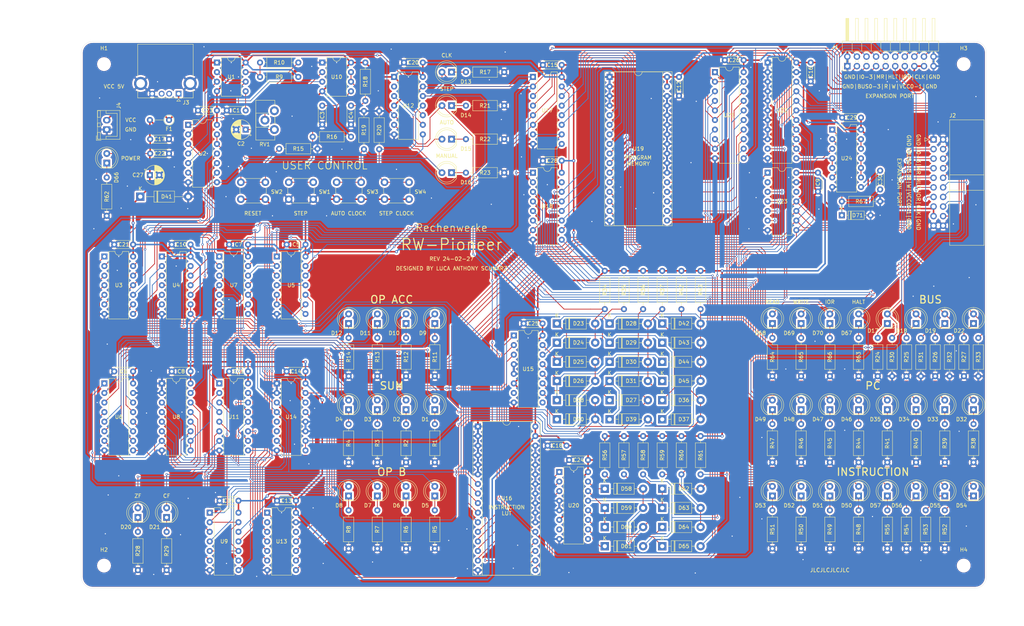
<source format=kicad_pcb>
(kicad_pcb (version 20240108) (generator "pcbnew") (generator_version "8.0")
  (title_block (title "RW-Pioneer") (date "24-02-27") (rev "24-02-27"))
  (layers (0 "F.Cu" signal) (31 "B.Cu" signal) (34 "B.Paste" user) (35 "F.Paste" user) (36 "B.SilkS" user "B.Silkscreen") (37 "F.SilkS" user "F.Silkscreen") (38 "B.Mask" user) (39 "F.Mask" user) (44 "Edge.Cuts" user))
  (net 0 "")
  (net 1 "GND")
  (net 2 "Net-(U1-CV)")
  (net 3 "Net-(U1-THR)")
  (net 4 "Net-(U10-CV)")
  (net 5 "VCC")
  (net 6 "/SUM0")
  (net 7 "Net-(U10-DIS)")
  (net 8 "Net-(D1-K)")
  (net 9 "/SUM1")
  (net 10 "/SUM2")
  (net 11 "Net-(D2-K)")
  (net 12 "/SUM3")
  (net 13 "Net-(D3-K)")
  (net 14 "Net-(D4-K)")
  (net 15 "/B0")
  (net 16 "/B1")
  (net 17 "Net-(D5-K)")
  (net 18 "Net-(D6-K)")
  (net 19 "/B2")
  (net 20 "/B3")
  (net 21 "Net-(D7-K)")
  (net 22 "Net-(D8-K)")
  (net 23 "/ACC0")
  (net 24 "Net-(D9-K)")
  (net 25 "/ACC1")
  (net 26 "/ACC2")
  (net 27 "Net-(D10-K)")
  (net 28 "/ACC3")
  (net 29 "Net-(D11-K)")
  (net 30 "Net-(D12-K)")
  (net 31 "CLK")
  (net 32 "Net-(D13-K)")
  (net 33 "STEP")
  (net 34 "Net-(D14-K)")
  (net 35 "Net-(D15-K)")
  (net 36 "Net-(D15-A)")
  (net 37 "Net-(D16-K)")
  (net 38 "Net-(D16-A)")
  (net 39 "CZF")
  (net 40 "CCF")
  (net 41 "Net-(D17-K)")
  (net 42 "Net-(D18-K)")
  (net 43 "AI1")
  (net 44 "Net-(D19-K)")
  (net 45 "AI0")
  (net 46 "Net-(D20-K)")
  (net 47 "Net-(D21-K)")
  (net 48 "~{ACCTBUS}")
  (net 49 "SSACC")
  (net 50 "Net-(D22-K)")
  (net 51 "/PC0")
  (net 52 "/PC1")
  (net 53 "/PC2")
  (net 54 "/PC3")
  (net 55 "Net-(D23-K)")
  (net 56 "~{EACC}")
  (net 57 "~{FI}")
  (net 58 "/PC4")
  (net 59 "/PC5")
  (net 60 "/PC6")
  (net 61 "/PC7")
  (net 62 "/I4")
  (net 63 "Net-(D24-K)")
  (net 64 "Net-(D26-K)")
  (net 65 "/I5")
  (net 66 "/I6")
  (net 67 "Net-(D27-K)")
  (net 68 "Net-(D31-K)")
  (net 69 "/I7")
  (net 70 "Net-(D32-K)")
  (net 71 "/I0")
  (net 72 "Net-(D33-K)")
  (net 73 "/I1")
  (net 74 "Net-(D34-K)")
  (net 75 "/I2")
  (net 76 "Net-(D35-K)")
  (net 77 "/I3")
  (net 78 "Net-(D40-K)")
  (net 79 "~{JL}")
  (net 80 "Net-(D46-K)")
  (net 81 "~{JH}")
  (net 82 "~{LI}")
  (net 83 "Net-(D47-K)")
  (net 84 "~{WERAM}")
  (net 85 "Net-(D48-K)")
  (net 86 "~{CERAM}")
  (net 87 "Net-(D49-K)")
  (net 88 "~{IVTBUS}")
  (net 89 "Net-(D50-K)")
  (net 90 "/BUS0")
  (net 91 "/BUS1")
  (net 92 "/BUS2")
  (net 93 "/BUS3")
  (net 94 "R")
  (net 95 "MR")
  (net 96 "W")
  (net 97 "HLT")
  (net 98 "IOR")
  (net 99 "Net-(D51-K)")
  (net 100 "Net-(D52-K)")
  (net 101 "Net-(D53-K)")
  (net 102 "Net-(R10-Pad1)")
  (net 103 "Net-(R15-Pad1)")
  (net 104 "Net-(D54-K)")
  (net 105 "Net-(D55-K)")
  (net 106 "Net-(D56-K)")
  (net 107 "Net-(D57-K)")
  (net 108 "Net-(U2-Pad6)")
  (net 109 "Net-(D58-K)")
  (net 110 "Net-(U2-Pad10)")
  (net 111 "Net-(U2-Pad3)")
  (net 112 "Net-(U2-Pad9)")
  (net 113 "Net-(U3-Pad12)")
  (net 114 "Net-(U3-Pad5)")
  (net 115 "Net-(U3-Pad4)")
  (net 116 "~{MR}")
  (net 117 "C")
  (net 118 "Net-(U3-Pad1)")
  (net 119 "Net-(U4-Pad1)")
  (net 120 "Net-(U4-Pad10)")
  (net 121 "Net-(U4-Pad4)")
  (net 122 "Net-(U5-Pad11)")
  (net 123 "Net-(U5-Pad9)")
  (net 124 "Net-(U5-Pad8)")
  (net 125 "Net-(D59-K)")
  (net 126 "Net-(D61-K)")
  (net 127 "Net-(D62-K)")
  (net 128 "Net-(D64-K)")
  (net 129 "ZF")
  (net 130 "CF")
  (net 131 "Net-(D65-K)")
  (net 132 "Net-(D66-K)")
  (net 133 "/MI0")
  (net 134 "Net-(D67-K)")
  (net 135 "/MI1")
  (net 136 "/MI2")
  (net 137 "Net-(D68-K)")
  (net 138 "CE")
  (net 139 "/MI5")
  (net 140 "/MI4")
  (net 141 "/MI3")
  (net 142 "TC")
  (net 143 "Net-(D69-K)")
  (net 144 "Net-(D70-K)")
  (net 145 "Net-(J3-VBUS)")
  (net 148 "Net-(U1-DIS)")
  (net 149 "Net-(U10-TR)")
  (net 150 "Net-(U12B-J)")
  (net 151 "Net-(U12B-K)")
  (net 153 "Net-(U1-Q)")
  (net 154 "Net-(U10-Q)")
  (net 155 "Net-(U6-Za)")
  (net 156 "Net-(U6-Zb)")
  (net 157 "Net-(U6-Zc)")
  (net 158 "Net-(U6-Zd)")
  (net 165 "Net-(U19-D0)")
  (net 166 "Net-(U19-D1)")
  (net 167 "Net-(U19-D2)")
  (net 168 "Net-(U19-D3)")
  (net 169 "Net-(U19-D4)")
  (net 170 "Net-(U19-D5)")
  (net 171 "Net-(U19-D6)")
  (net 172 "Net-(U19-D7)")
  (net 175 "Net-(U22-~{WE})")
  (net 176 "Net-(C30-Pad2)")
  (net 177 "Net-(D71-K)")
  (net 178 "Net-(U24-Pad2)")
  (net 179 "Net-(U24-Pad10)")
  (footprint "Capacitor_THT:C_Disc_D4.3mm_W1.9mm_P5.00mm" (layer "F.Cu") (at 75.565 34.29 180)
    (property "Reference" "C1")
    (property "Value" "10nF")
  )
  (footprint "Capacitor_THT:CP_Radial_D5.0mm_P2.50mm" (layer "F.Cu") (at 75.565 39.37 180)
    (property "Reference" "C2")
    (property "Value" "1uF")
  )
  (footprint "Capacitor_THT:C_Disc_D4.3mm_W1.9mm_P5.00mm" (layer "F.Cu") (at 95.885 33.02 -90)
    (property "Reference" "C3")
    (property "Value" "10nF")
  )
  (footprint "Capacitor_THT:C_Disc_D4.3mm_W1.9mm_P5.00mm" (layer "F.Cu") (at 103.505 33.02 -90)
    (property "Reference" "C4")
    (property "Value" "100nF")
  )
  (footprint "Capacitor_THT:C_Disc_D4.3mm_W1.9mm_P5.00mm" (layer "F.Cu") (at 91.44 69.85 180)
    (property "Reference" "C5")
    (property "Value" "100nF")
  )
  (footprint "Capacitor_THT:C_Disc_D4.3mm_W1.9mm_P5.00mm" (layer "F.Cu") (at 45.72 103.505 180)
    (property "Reference" "C6")
    (property "Value" "100nF")
  )
  (footprint "Capacitor_THT:C_Disc_D4.3mm_W1.9mm_P5.00mm" (layer "F.Cu") (at 76.2 69.85 180)
    (property "Reference" "C7")
    (property "Value" "100nF")
  )
  (footprint "Capacitor_THT:C_Disc_D4.3mm_W1.9mm_P5.00mm" (layer "F.Cu") (at 60.96 103.505 180)
    (property "Reference" "C8")
    (property "Value" "100nF")
  )
  (footprint "Capacitor_THT:C_Disc_D4.3mm_W1.9mm_P5.00mm" (layer "F.Cu") (at 227.33 50.8 -90)
    (property "Reference" "C9")
    (property "Value" "100nF")
  )
  (footprint "Capacitor_THT:C_Disc_D4.3mm_W1.9mm_P5.00mm" (layer "F.Cu") (at 60.96 69.85 180)
    (property "Reference" "C10")
    (property "Value" "100nF")
  )
  (footprint "Capacitor_THT:C_Disc_D4.3mm_W1.9mm_P5.00mm" (layer "F.Cu") (at 76.2 103.505 180)
    (property "Reference" "C11")
    (property "Value" "100nF")
  )
  (footprint "Capacitor_THT:C_Disc_D4.3mm_W1.9mm_P5.00mm" (layer "F.Cu") (at 190.5 25.4 -90)
    (property "Reference" "C12")
    (property "Value" "100nF")
  )
  (footprint "Capacitor_THT:C_Disc_D4.3mm_W1.9mm_P5.00mm" (layer "F.Cu") (at 88.9 137.795 180)
    (property "Reference" "C13")
    (property "Value" "100nF")
  )
  (footprint "Capacitor_THT:C_Disc_D4.3mm_W1.9mm_P5.00mm" (layer "F.Cu") (at 91.44 103.505 180)
    (property "Reference" "C14")
    (property "Value" "100nF")
  )
  (footprint "Capacitor_THT:C_Disc_D4.3mm_W1.9mm_P5.00mm" (layer "F.Cu") (at 159.385 22.225 180)
    (property "Reference" "C15")
    (property "Value" "100nF")
  )
  (footprint "Capacitor_THT:C_Disc_D4.3mm_W1.9mm_P5.00mm" (layer "F.Cu") (at 225.425 21.59 -90)
    (property "Reference" "C16")
    (property "Value" "100nF")
  )
  (footprint "Capacitor_THT:C_Disc_D4.3mm_W1.9mm_P5.00mm" (layer "F.Cu") (at 50.245 41.91)
    (property "Reference" "C17")
    (property "Value" "100nF")
  )
  (footprint "Capacitor_THT:C_Disc_D4.3mm_W1.9mm_P5.00mm" (layer "F.Cu") (at 160.655 123.19 180)
    (property "Reference" "C18")
    (property "Value" "100nF")
  )
  (footprint "Capacitor_THT:C_Disc_D4.3mm_W1.9mm_P5.00mm" (layer "F.Cu") (at 73.66 137.795 180)
    (property "Reference" "C19")
    (property "Value" "100nF")
  )
  (footprint "Capacitor_THT:C_Disc_D4.3mm_W1.9mm_P5.00mm" (layer "F.Cu") (at 122.555 21.59 180)
    (property "Reference" "C20")
    (property "Value" "100nF")
  )
  (footprint "Capacitor_THT:C_Disc_D4.3mm_W1.9mm_P5.00mm" (layer "F.Cu") (at 45.72 69.85 180)
    (property "Reference" "C21")
    (property "Value" "100nF")
  )
  (footprint "Capacitor_THT:C_Disc_D4.3mm_W1.9mm_P5.00mm" (layer "F.Cu") (at 50.245 45.72)
    (property "Reference" "C22")
    (property "Value" "100nF")
  )
  (footprint "Capacitor_THT:C_Disc_D4.3mm_W1.9mm_P5.00mm" (layer "F.Cu") (at 67.945 34.29 180)
    (property "Reference" "C23")
    (property "Value" "100nF")
  )
  (footprint "Capacitor_THT:C_Disc_D4.3mm_W1.9mm_P5.00mm" (layer "F.Cu") (at 166.37 127 180)
    (property "Reference" "C24")
    (property "Value" "100nF")
  )
  (footprint "Capacitor_THT:C_Disc_D4.3mm_W1.9mm_P5.00mm" (layer "F.Cu") (at 154.305 90.805 180)
    (property "Reference" "C25")
    (property "Value" "100nF")
  )
  (footprint "Capacitor_THT:C_Disc_D4.3mm_W1.9mm_P5.00mm" (layer "F.Cu") (at 207.645 20.955 180)
    (property "Reference" "C26")
    (property "Value" "100nF")
  )
  (footprint "Capacitor_THT:CP_Radial_D5.0mm_P2.50mm" (layer "F.Cu") (at 50.165 51.435)
    (property "Reference" "C27")
    (property "Value" "10uF")
  )
  (footprint "Capacitor_THT:C_Disc_D4.3mm_W1.9mm_P5.00mm" (layer "F.Cu") (at 159.385 47.625 180)
    (property "Reference" "C28")
    (property "Value" "100nF")
  )
  (footprint "LED_THT:LED_D5.0mm_Clear" (layer "F.Cu") (at 125.73 113.665 90)
    (property "Reference" "D1")
    (property "Value" "LED")
  )
  (footprint "LED_THT:LED_D5.0mm_Clear" (layer "F.Cu") (at 118.11 113.665 90)
    (property "Reference" "D2")
    (property "Value" "LED")
  )
  (footprint "LED_THT:LED_D5.0mm_Clear" (layer "F.Cu") (at 110.49 113.665 90)
    (property "Reference" "D3")
    (property "Value" "LED")
  )
  (footprint "LED_THT:LED_D5.0mm_Clear" (layer "F.Cu") (at 102.87 113.665 90)
    (property "Reference" "D4")
    (property "Value" "LED")
  )
  (footprint "LED_THT:LED_D5.0mm_Clear" (layer "F.Cu") (at 125.73 136.525 90)
    (property "Reference" "D5")
    (property "Value" "LED")
  )
  (footprint "LED_THT:LED_D5.0mm_Clear" (layer "F.Cu") (at 118.11 136.525 90)
    (property "Reference" "D6")
    (property "Value" "LED")
  )
  (footprint "LED_THT:LED_D5.0mm_Clear" (layer "F.Cu") (at 110.49 136.525 90)
    (property "Reference" "D7")
    (property "Value" "LED")
  )
  (footprint "LED_THT:LED_D5.0mm_Clear" (layer "F.Cu") (at 102.87 136.525 90)
    (property "Reference" "D8")
    (property "Value" "LED")
  )
  (footprint "LED_THT:LED_D5.0mm_Clear" (layer "F.Cu") (at 125.73 90.805 90)
    (property "Reference" "D9")
    (property "Value" "LED")
  )
  (footprint "LED_THT:LED_D5.0mm_Clear" (layer "F.Cu") (at 118.11 90.805 90)
    (property "Reference" "D10")
    (property "Value" "LED")
  )
  (footprint "LED_THT:LED_D5.0mm_Clear" (layer "F.Cu") (at 110.49 90.805 90)
    (property "Reference" "D11")
    (property "Value" "LED")
  )
  (footprint "LED_THT:LED_D5.0mm_Clear" (layer "F.Cu") (at 102.87 90.805 90)
    (property "Reference" "D12")
    (property "Value" "LED")
  )
  (footprint "LED_THT:LED_D5.0mm_Clear" (layer "F.Cu") (at 130.175 24.13 180)
    (property "Reference" "D13")
    (property "Value" "LED")
  )
  (footprint "LED_THT:LED_D5.0mm_Clear" (layer "F.Cu") (at 130.175 33.02 180)
    (property "Reference" "D14")
    (property "Value" "LED")
  )
  (footprint "LED_THT:LED_D5.0mm_Clear" (layer "F.Cu") (at 130.175 41.91 180)
    (property "Reference" "D15")
    (property "Value" "LED")
  )
  (footprint "LED_THT:LED_D5.0mm_Clear" (layer "F.Cu") (at 130.175 50.8 180)
    (property "Reference" "D16")
    (property "Value" "LED")
  )
  (footprint "LED_THT:LED_D5.0mm_Clear" (layer "F.Cu") (at 245.745 90.805 90)
    (property "Reference" "D17")
    (property "Value" "LED")
  )
  (footprint "LED_THT:LED_D5.0mm_Clear" (layer "F.Cu") (at 253.365 90.805 90)
    (property "Reference" "D18")
    (property "Value" "LED")
  )
  (footprint "LED_THT:LED_D5.0mm_Clear" (layer "F.Cu") (at 260.985 90.805 90)
    (property "Reference" "D19")
    (property "Value" "LED")
  )
  (footprint "LED_THT:LED_D5.0mm_Clear" (layer "F.Cu") (at 46.99 142.24 90)
    (property "Reference" "D20")
    (property "Value" "LED")
  )
  (footprint "LED_THT:LED_D5.0mm_Clear" (layer "F.Cu") (at 54.61 142.24 90)
    (property "Reference" "D21")
    (property "Value" "LED")
  )
  (footprint "LED_THT:LED_D5.0mm_Clear" (layer "F.Cu") (at 268.605 90.805 90)
    (property "Reference" "D22")
    (property "Value" "LED")
  )
  (footprint "Diode_THT:D_DO-41_SOD81_P10.16mm_Horizontal" (layer "F.Cu") (at 158.115 90.805)
    (property "Reference" "D23")
    (property "Value" "1N4001")
  )
  (footprint "Diode_THT:D_DO-41_SOD81_P10.16mm_Horizontal" (layer "F.Cu") (at 158.115 95.885)
    (property "Reference" "D24")
    (property "Value" "1N4001")
  )
  (footprint "Diode_THT:D_DO-41_SOD81_P10.16mm_Horizontal" (layer "F.Cu") (at 158.115 100.965)
    (property "Reference" "D25")
    (property "Value" "1N4001")
  )
  (footprint "Diode_THT:D_DO-41_SOD81_P10.16mm_Horizontal" (layer "F.Cu") (at 158.115 106.045)
    (property "Reference" "D26")
    (property "Value" "1N4001")
  )
  (footprint "Diode_THT:D_DO-41_SOD81_P10.16mm_Horizontal" (layer "F.Cu") (at 172.085 111.125)
    (property "Reference" "D27")
    (property "Value" "1N4001")
  )
  (footprint "Diode_THT:D_DO-41_SOD81_P10.16mm_Horizontal" (layer "F.Cu") (at 172.085 90.805)
    (property "Reference" "D28")
    (property "Value" "1N4001")
  )
  (footprint "Diode_THT:D_DO-41_SOD81_P10.16mm_Horizontal" (layer "F.Cu") (at 172.085 95.885)
    (property "Reference" "D29")
    (property "Value" "1N4001")
  )
  (footprint "Diode_THT:D_DO-41_SOD81_P10.16mm_Horizontal" (layer "F.Cu") (at 172.085 100.965)
    (property "Reference" "D30")
    (property "Value" "1N4001")
  )
  (footprint "Diode_THT:D_DO-41_SOD81_P10.16mm_Horizontal" (layer "F.Cu") (at 172.085 106.045)
    (property "Reference" "D31")
    (property "Value" "1N4001")
  )
  (footprint "LED_THT:LED_D5.0mm_Clear" (layer "F.Cu") (at 268.605 113.665 90)
    (property "Reference" "D32")
    (property "Value" "LED")
  )
  (footprint "LED_THT:LED_D5.0mm_Clear" (layer "F.Cu") (at 260.985 113.665 90)
    (property "Reference" "D33")
    (property "Value" "LED")
  )
  (footprint "LED_THT:LED_D5.0mm_Clear" (layer "F.Cu") (at 253.365 113.665 90)
    (property "Reference" "D34")
    (property "Value" "LED")
  )
  (footprint "LED_THT:LED_D5.0mm_Clear" (layer "F.Cu") (at 245.745 113.665 90)
    (property "Reference" "D35")
    (property "Value" "LED")
  )
  (footprint "Diode_THT:D_DO-41_SOD81_P10.16mm_Horizontal" (layer "F.Cu") (at 186.055 111.125)
    (property "Reference" "D36")
    (property "Value" "1N4001")
  )
  (footprint "Diode_THT:D_DO-41_SOD81_P10.16mm_Horizontal" (layer "F.Cu") (at 186.055 116.205)
    (property "Reference" "D37")
    (property "Value" "1N4001")
  )
  (footprint "Diode_THT:D_DO-41_SOD81_P10.16mm_Horizontal" (layer "F.Cu") (at 158.115 111.125)
    (property "Reference" "D38")
    (property "Value" "1N4001")
  )
  (footprint "Diode_THT:D_DO-41_SOD81_P10.16mm_Horizontal" (layer "F.Cu") (at 172.085 116.205)
    (property "Reference" "D39")
    (property "Value" "1N4001")
  )
  (footprint "Diode_THT:D_DO-41_SOD81_P10.16mm_Horizontal" (layer "F.Cu") (at 158.115 116.205)
    (property "Reference" "D40")
    (property "Value" "1N4001")
  )
  (footprint "Diode_THT:D_DO-41_SOD81_P10.16mm_Horizontal" (layer "F.Cu") (at 186.055 90.805)
    (property "Reference" "D42")
    (property "Value" "1N4001")
  )
  (footprint "Diode_THT:D_DO-41_SOD81_P10.16mm_Horizontal" (layer "F.Cu") (at 186.055 95.885)
    (property "Reference" "D43")
    (property "Value" "1N4001")
  )
  (footprint "Diode_THT:D_DO-41_SOD81_P10.16mm_Horizontal" (layer "F.Cu") (at 186.055 100.965)
    (property "Reference" "D44")
    (property "Value" "1N4001")
  )
  (footprint "Diode_THT:D_DO-41_SOD81_P10.16mm_Horizontal" (layer "F.Cu") (at 186.055 106.045)
    (property "Reference" "D45")
    (property "Value" "1N4001")
  )
  (footprint "LED_THT:LED_D5.0mm_Clear" (layer "F.Cu") (at 238.125 113.665 90)
    (property "Reference" "D46")
    (property "Value" "LED")
  )
  (footprint "LED_THT:LED_D5.0mm_Clear" (layer "F.Cu") (at 230.505 113.665 90)
    (property "Reference" "D47")
    (property "Value" "LED")
  )
  (footprint "LED_THT:LED_D5.0mm_Clear" (layer "F.Cu") (at 222.885 113.665 90)
    (property "Reference" "D48")
    (property "Value" "LED")
  )
  (footprint "LED_THT:LED_D5.0mm_Clear" (layer "F.Cu") (at 215.265 113.665 90)
    (property "Reference" "D49")
    (property "Value" "LED")
  )
  (footprint "LED_THT:LED_D5.0mm_Clear" (layer "F.Cu") (at 238.125 136.525 90)
    (property "Reference" "D50")
    (property "Value" "LED")
  )
  (footprint "LED_THT:LED_D5.0mm_Clear" (layer "F.Cu") (at 230.505 136.525 90)
    (property "Reference" "D51")
    (property "Value" "LED")
  )
  (footprint "LED_THT:LED_D5.0mm_Clear" (layer "F.Cu") (at 222.885 136.525 90)
    (property "Reference" "D52")
    (property "Value" "LED")
  )
  (footprint "LED_THT:LED_D5.0mm_Clear" (layer "F.Cu") (at 215.265 136.525 90)
    (property "Reference" "D53")
    (property "Value" "LED")
  )
  (footprint "LED_THT:LED_D5.0mm_Clear" (layer "F.Cu") (at 268.605 136.525 90)
    (property "Reference" "D54")
    (property "Value" "LED")
  )
  (footprint "LED_THT:LED_D5.0mm_Clear" (layer "F.Cu") (at 260.985 136.525 90)
    (property "Reference" "D55")
    (property "Value" "LED")
  )
  (footprint "LED_THT:LED_D5.0mm_Clear" (layer "F.Cu") (at 253.365 136.525 90)
    (property "Reference" "D56")
    (property "Value" "LED")
  )
  (footprint "LED_THT:LED_D5.0mm_Clear" (layer "F.Cu") (at 245.745 136.525 90)
    (property "Reference" "D57")
    (property "Value" "LED")
  )
  (footprint "Diode_THT:D_DO-41_SOD81_P10.16mm_Horizontal" (layer "F.Cu") (at 170.815 134.62)
    (property "Reference" "D58")
    (property "Value" "1N4001")
  )
  (footprint "Diode_THT:D_DO-41_SOD81_P10.16mm_Horizontal" (layer "F.Cu") (at 170.815 139.7)
    (property "Reference" "D59")
    (property "Value" "1N4001")
  )
  (footprint "Diode_THT:D_DO-41_SOD81_P10.16mm_Horizontal" (layer "F.Cu") (at 170.815 144.78)
    (property "Reference" "D60")
    (property "Value" "1N4001")
  )
  (footprint "Diode_THT:D_DO-41_SOD81_P10.16mm_Horizontal" (layer "F.Cu") (at 170.815 149.86)
    (property "Reference" "D61")
    (property "Value" "1N4001")
  )
  (footprint "Diode_THT:D_DO-41_SOD81_P10.16mm_Horizontal" (layer "F.Cu") (at 186.055 134.62)
    (property "Reference" "D62")
    (property "Value" "1N4001")
  )
  (footprint "Diode_THT:D_DO-41_SOD81_P10.16mm_Horizontal" (layer "F.Cu") (at 186.055 139.7)
    (property "Reference" "D63")
    (property "Value" "1N4001")
  )
  (footprint "Diode_THT:D_DO-41_SOD81_P10.16mm_Horizontal" (layer "F.Cu") (at 186.055 144.78)
    (property "Reference" "D64")
    (property "Value" "1N4001")
  )
  (footprint "Diode_THT:D_DO-41_SOD81_P10.16mm_Horizontal" (layer "F.Cu") (at 186.055 149.86)
    (property "Reference" "D65")
    (property "Value" "1N4001")
  )
  (footprint "Resistor_THT:R_Axial_DIN0207_L6.3mm_D2.5mm_P5.08mm_Vertical" (layer "F.Cu") (at 55.245 36.83 180)
    (property "Reference" "F1")
    (property "Value" "60V / 500mA")
  )
  (footprint "Connector_IDC:IDC-Header_2x10_P2.54mm_Horizontal" (layer "F.Cu") (at 258 42)
    (property "Reference" "J2")
    (property "Value" "Conn_02x10_Odd_Even")
  )
  (footprint "Connector_USB:USB_A_CONNFLY_DS1095-WNR0" (layer "F.Cu") (at 57.785 29.845 180)
    (property "Reference" "J3")
    (property "Value" "USB_A")
  )
  (footprint "Connector_JST:JST_XH_B2B-XH-A_1x02_P2.50mm_Vertical" (layer "F.Cu") (at 38.735 39.37 90)
    (property "Reference" "J4")
    (property "Value" "Conn_01x02")
  )
  (footprint "Resistor_THT:R_Axial_DIN0207_L6.3mm_D2.5mm_P10.16mm_Horizontal" (layer "F.Cu") (at 125.73 127.635 90)
    (property "Reference" "R1")
    (property "Value" "470")
  )
  (footprint "Resistor_THT:R_Axial_DIN0207_L6.3mm_D2.5mm_P10.16mm_Horizontal" (layer "F.Cu") (at 118.11 127.635 90)
    (property "Reference" "R2")
    (property "Value" "470")
  )
  (footprint "Resistor_THT:R_Axial_DIN0207_L6.3mm_D2.5mm_P10.16mm_Horizontal" (layer "F.Cu") (at 110.49 127.635 90)
    (property "Reference" "R3")
    (property "Value" "470")
  )
  (footprint "Resistor_THT:R_Axial_DIN0207_L6.3mm_D2.5mm_P10.16mm_Horizontal" (layer "F.Cu") (at 102.87 127.635 90)
    (property "Reference" "R4")
    (property "Value" "470")
  )
  (footprint "Resistor_THT:R_Axial_DIN0207_L6.3mm_D2.5mm_P10.16mm_Horizontal" (layer "F.Cu") (at 125.73 150.495 90)
    (property "Reference" "R5")
    (property "Value" "470")
  )
  (footprint "Resistor_THT:R_Axial_DIN0207_L6.3mm_D2.5mm_P10.16mm_Horizontal" (layer "F.Cu") (at 118.11 150.495 90)
    (property "Reference" "R6")
    (property "Value" "470")
  )
  (footprint "Resistor_THT:R_Axial_DIN0207_L6.3mm_D2.5mm_P10.16mm_Horizontal" (layer "F.Cu") (at 110.49 150.495 90)
    (property "Reference" "R7")
    (property "Value" "470")
  )
  (footprint "Resistor_THT:R_Axial_DIN0207_L6.3mm_D2.5mm_P10.16mm_Horizontal" (layer "F.Cu") (at 102.87 150.495 90)
    (property "Reference" "R8")
    (property "Value" "470")
  )
  (footprint "Resistor_THT:R_Axial_DIN0207_L6.3mm_D2.5mm_P10.16mm_Horizontal" (layer "F.Cu") (at 79.375 25.4)
    (property "Reference" "R9")
    (property "Value" "1K")
  )
  (footprint "Resistor_THT:R_Axial_DIN0207_L6.3mm_D2.5mm_P10.16mm_Horizontal" (layer "F.Cu") (at 89.535 21.59 180)
    (property "Reference" "R10")
    (property "Value" "1K")
  )
  (footprint "Resistor_THT:R_Axial_DIN0207_L6.3mm_D2.5mm_P10.16mm_Horizontal" (layer "F.Cu") (at 125.73 104.775 90)
    (property "Reference" "R11")
    (property "Value" "470")
  )
  (footprint "Resistor_THT:R_Axial_DIN0207_L6.3mm_D2.5mm_P10.16mm_Horizontal" (layer "F.Cu") (at 118.11 104.775 90)
    (property "Reference" "R12")
    (property "Value" "470")
  )
  (footprint "Resistor_THT:R_Axial_DIN0207_L6.3mm_D2.5mm_P10.16mm_Horizontal" (layer "F.Cu") (at 110.49 104.775 90)
    (property "Reference" "R13")
    (property "Value" "470")
  )
  (footprint "Resistor_THT:R_Axial_DIN0207_L6.3mm_D2.5mm_P10.16mm_Horizontal" (layer "F.Cu") (at 102.87 104.775 90)
    (property "Reference" "R14")
    (property "Value" "470")
  )
  (footprint "Resistor_THT:R_Axial_DIN0207_L6.3mm_D2.5mm_P10.16mm_Horizontal" (layer "F.Cu") (at 84.455 44.45)
    (property "Reference" "R15")
    (property "Value" "1K")
  )
  (footprint "Resistor_THT:R_Axial_DIN0207_L6.3mm_D2.5mm_P10.16mm_Horizontal" (layer "F.Cu") (at 103.505 41.275 180)
    (property "Reference" "R16")
    (property "Value" "1K")
  )
  (footprint "Resistor_THT:R_Axial_DIN0207_L6.3mm_D2.5mm_P10.16mm_Horizontal" (layer "F.Cu") (at 144.145 24.13 180)
    (property "Reference" "R17")
    (property "Value" "470")
  )
  (footprint "Resistor_THT:R_Axial_DIN0207_L6.3mm_D2.5mm_P10.16mm_Horizontal" (layer "F.Cu") (at 107.315 21.59 -90)
    (property "Reference" "R18")
    (property "Value" "10M")
  )
  (footprint "Resistor_THT:R_Axial_DIN0207_L6.3mm_D2.5mm_P10.16mm_Horizontal" (layer "F.Cu") (at 144.145 33.02 180)
    (property "Reference" "R21")
    (property "Value" "470")
  )
  (footprint "Resistor_THT:R_Axial_DIN0207_L6.3mm_D2.5mm_P10.16mm_Horizontal" (layer "F.Cu") (at 144.145 41.91 180)
    (property "Reference" "R22")
    (property "Value" "470")
  )
  (footprint "Resistor_THT:R_Axial_DIN0207_L6.3mm_D2.5mm_P10.16mm_Horizontal" (layer "F.Cu") (at 144.145 50.8 180)
    (property "Reference" "R23")
    (property "Value" "470")
  )
  (footprint "Resistor_THT:R_Axial_DIN0207_L6.3mm_D2.5mm_P10.16mm_Horizontal" (layer "F.Cu") (at 243.205 104.775 90)
    (property "Reference" "R24")
    (property "Value" "470")
  )
  (footprint "Resistor_THT:R_Axial_DIN0207_L6.3mm_D2.5mm_P10.16mm_Horizontal" (layer "F.Cu") (at 250.825 104.775 90)
    (property "Reference" "R25")
    (property "Value" "470")
  )
  (footprint "Resistor_THT:R_Axial_DIN0207_L6.3mm_D2.5mm_P10.16mm_Horizontal" (layer "F.Cu") (at 258.445 104.775 90)
    (property "Reference" "R26")
    (property "Value" "470")
  )
  (footprint "Resistor_THT:R_Axial_DIN0207_L6.3mm_D2.5mm_P10.16mm_Horizontal" (layer "F.Cu") (at 266.065 104.775 90)
    (property "Reference" "R27")
    (property "Value" "470")
  )
  (footprint "Resistor_THT:R_Axial_DIN0207_L6.3mm_D2.5mm_P10.16mm_Horizontal" (layer "F.Cu") (at 46.99 156.21 90)
    (property "Reference" "R28")
    (property "Value" "470")
  )
  (footprint "Resistor_THT:R_Axial_DIN0207_L6.3mm_D2.5mm_P10.16mm_Horizontal" (layer "F.Cu") (at 54.61 156.21 90)
    (property "Reference" "R29")
    (property "Value" "470")
  )
  (footprint "Resistor_THT:R_Axial_DIN0207_L6.3mm_D2.5mm_P10.16mm_Horizontal" (layer "F.Cu") (at 247.015 94.615 -90)
    (property "Reference" "R30")
    (property "Value" "5k")
  )
  (footprint "Resistor_THT:R_Axial_DIN0207_L6.3mm_D2.5mm_P10.16mm_Horizontal" (layer "F.Cu") (at 254.635 94.615 -90)
    (property "Reference" "R31")
    (property "Value" "5k")
  )
  (footprint "Resistor_THT:R_Axial_DIN0207_L6.3mm_D2.5mm_P10.16mm_Horizontal" (layer "F.Cu") (at 262.255 94.615 -90)
    (property "Reference" "R32")
    (property "Value" "5k")
  )
  (footprint "Resistor_THT:R_Axial_DIN0207_L6.3mm_D2.5mm_P10.16mm_Horizontal" (layer "F.Cu") (at 269.875 94.615 -90)
    (property "Reference" "R33")
    (property "Value" "5k")
  )
  (footprint "Resistor_THT:R_Axial_DIN0207_L6.3mm_D2.5mm_P10.16mm_Horizontal" (layer "F.Cu") (at 170.815 76.835 -90)
    (property "Reference" "R34")
    (property "Value" "2k")
  )
  (footprint "Resistor_THT:R_Axial_DIN0207_L6.3mm_D2.5mm_P10.16mm_Horizontal" (layer "F.Cu") (at 175.895 76.835 -90)
    (property "Reference" "R35")
    (property "Value" "2k")
  )
  (footprint "Resistor_THT:R_Axial_DIN0207_L6.3mm_D2.5mm_P10.16mm_Horizontal" (layer "F.Cu") (at 180.975 76.835 -90)
    (property "Reference" "R36")
    (property "Value" "2k")
  )
  (footprint "Resistor_THT:R_Axial_DIN0207_L6.3mm_D2.5mm_P10.16mm_Horizontal" (layer "F.Cu") (at 186.055 76.835 -90)
    (property "Reference" "R37")
    (property "Value" "2k")
  )
  (footprint "Resistor_THT:R_Axial_DIN0207_L6.3mm_D2.5mm_P10.16mm_Horizontal" (layer "F.Cu") (at 268.605 127.635 90)
    (property "Reference" "R38")
    (property "Value" "470")
  )
  (footprint "Resistor_THT:R_Axial_DIN0207_L6.3mm_D2.5mm_P10.16mm_Horizontal" (layer "F.Cu") (at 260.985 127.635 90)
    (property "Reference" "R39")
    (property "Value" "470")
  )
  (footprint "Resistor_THT:R_Axial_DIN0207_L6.3mm_D2.5mm_P10.16mm_Horizontal" (layer "F.Cu") (at 253.365 127.635 90)
    (property "Reference" "R40")
    (property "Value" "470")
  )
  (footprint "Resistor_THT:R_Axial_DIN0207_L6.3mm_D2.5mm_P10.16mm_Horizontal" (layer "F.Cu") (at 245.745 127.635 90)
    (property "Reference" "R41")
    (property "Value" "470")
  )
  (footprint "Resistor_THT:R_Axial_DIN0207_L6.3mm_D2.5mm_P10.16mm_Horizontal" (layer "F.Cu") (at 191.135 76.835 -90)
    (property "Reference" "R42")
    (property "Value" "2k")
  )
  (footprint "Resistor_THT:R_Axial_DIN0207_L6.3mm_D2.5mm_P10.16mm_Horizontal" (layer "F.Cu") (at 196.215 76.835 -90)
    (property "Reference" "R43")
    (property "Value" "2k")
  )
  (footprint "Resistor_THT:R_Axial_DIN0207_L6.3mm_D2.5mm_P10.16mm_Horizontal" (layer "F.Cu") (at 238.125 127.635 90)
    (property "Reference" "R44")
    (property "Value" "470")
  )
  (footprint "Resistor_THT:R_Axial_DIN0207_L6.3mm_D2.5mm_P10.16mm_Horizontal" (layer "F.Cu") (at 230.505 127.635 90)
    (property "Reference" "R45")
    (property "Value" "470")
  )
  (footprint "Resistor_THT:R_Axial_DIN0207_L6.3mm_D2.5mm_P10.16mm_Horizontal" (layer "F.Cu") (at 222.885 127.635 90)
    (property "Reference" "R46")
    (property "Value" "470")
  )
  (footprint "Resistor_THT:R_Axial_DIN0207_L6.3mm_D2.5mm_P10.16mm_Horizontal" (layer "F.Cu") (at 215.265 127.635 90)
    (property "Reference" "R47")
    (property "Value" "470")
  )
  (footprint "Resistor_THT:R_Axial_DIN0207_L6.3mm_D2.5mm_P10.16mm_Horizontal" (layer "F.Cu") (at 238.125 150.495 90)
    (property "Reference" "R48")
    (property "Value" "470")
  )
  (footprint "Resistor_THT:R_Axial_DIN0207_L6.3mm_D2.5mm_P10.16mm_Horizontal" (layer "F.Cu") (at 230.505 150.495 90)
    (property "Reference" "R49")
    (property "Value" "470")
  )
  (footprint "Resistor_THT:R_Axial_DIN0207_L6.3mm_D2.5mm_P10.16mm_Horizontal" (layer "F.Cu") (at 222.885 150.495 90)
    (property "Reference" "R50")
    (property "Value" "470")
  )
  (footprint "Resistor_THT:R_Axial_DIN0207_L6.3mm_D2.5mm_P10.16mm_Horizontal" (layer "F.Cu") (at 215.265 150.495 90)
    (property "Reference" "R51")
    (property "Value" "470")
  )
  (footprint "Resistor_THT:R_Axial_DIN0207_L6.3mm_D2.5mm_P10.16mm_Horizontal" (layer "F.Cu") (at 260.985 150.495 90)
    (property "Reference" "R52")
    (property "Value" "470")
  )
  (footprint "Resistor_THT:R_Axial_DIN0207_L6.3mm_D2.5mm_P10.16mm_Horizontal" (layer "F.Cu") (at 255.905 150.495 90)
    (property "Reference" "R53")
    (property "Value" "470")
  )
  (footprint "Resistor_THT:R_Axial_DIN0207_L6.3mm_D2.5mm_P10.16mm_Horizontal" (layer "F.Cu") (at 250.825 150.495 90)
    (property "Reference" "R54")
    (property "Value" "470")
  )
  (footprint "Resistor_THT:R_Axial_DIN0207_L6.3mm_D2.5mm_P10.16mm_Horizontal" (layer "F.Cu") (at 245.745 150.495 90)
    (property "Reference" "R55")
    (property "Value" "470")
  )
  (footprint "Resistor_THT:R_Axial_DIN0207_L6.3mm_D2.5mm_P10.16mm_Horizontal" (layer "F.Cu") (at 170.815 120.65 -90)
    (property "Reference" "R56")
    (property "Value" "2k")
  )
  (footprint "Resistor_THT:R_Axial_DIN0207_L6.3mm_D2.5mm_P10.16mm_Horizontal" (layer "F.Cu") (at 175.895 120.65 -90)
    (property "Reference" "R57")
    (property "Value" "2k")
  )
  (footprint "Resistor_THT:R_Axial_DIN0207_L6.3mm_D2.5mm_P10.16mm_Horizontal" (layer "F.Cu") (at 180.975 120.65 -90)
    (property "Reference" "R58")
    (property "Value" "2k")
  )
  (footprint "Resistor_THT:R_Axial_DIN0207_L6.3mm_D2.5mm_P10.16mm_Horizontal" (layer "F.Cu") (at 186.055 120.65 -90)
    (property "Reference" "R59")
    (property "Value" "2k")
  )
  (footprint "Resistor_THT:R_Axial_DIN0207_L6.3mm_D2.5mm_P10.16mm_Horizontal" (layer "F.Cu") (at 191.135 120.65 -90)
    (property "Reference" "R60")
    (property "Value" "2k")
  )
  (footprint "Resistor_THT:R_Axial_DIN0207_L6.3mm_D2.5mm_P10.16mm_Horizontal" (layer "F.Cu") (at 196.215 120.65 -90)
    (property "Reference" "R61")
    (property "Value" "2k")
  )
  (footprint "Button_Switch_THT:SW_PUSH_6mm" (layer "F.Cu") (at 93.495 57.84 180)
    (property "Reference" "SW1")
    (property "Value" "SW_Push")
  )
  (footprint "Button_Switch_THT:SW_PUSH_6mm" (layer "F.Cu") (at 74.295 53.34)
    (property "Reference" "SW2")
    (property "Value" "SW_Push")
  )
  (footprint "Button_Switch_THT:SW_PUSH_6mm" (layer "F.Cu") (at 99.695 53.34)
    (property "Reference" "SW3")
    (property "Value" "SW_Push")
  )
  (footprint "Button_Switch_THT:SW_PUSH_6mm" (layer "F.Cu") (at 112.395 53.34)
    (property "Reference" "SW4")
    (property "Value" "SW_Push")
  )
  (footprint "Package_DIP:DIP-8_W7.62mm" (layer "F.Cu") (at 67.945 21.59)
    (property "Reference" "U1")
    (property "Value" "LM555xN")
  )
  (footprint "Package_DIP:DIP-14_W7.62mm" (layer "F.Cu") (at 60.325 38.1)
    (property "Reference" "U2")
    (property "Value" "74HC08")
  )
  (footprint "Package_DIP:DIP-14_W7.62mm" (layer "F.Cu") (at 38.1 73.025)
    (property "Reference" "U3")
    (property "Value" "74AHC04")
  )
  (footprint "Package_DIP:DIP-14_W7.62mm" (layer "F.Cu") (at 53.34 73.025)
    (property "Reference" "U4")
    (property "Value" "74HC02")
  )
  (footprint "Package_DIP:DIP-14_W7.62mm" (layer "F.Cu") (at 83.82 73.025)
    (property "Reference" "U5")
    (property "Value" "74HC02")
  )
  (footprint "Package_DIP:DIP-16_W7.62mm" (layer "F.Cu") (at 38.1 106.68)
    (property "Reference" "U6")
    (property "Value" "74HC157")
  )
  (footprint "Package_DIP:DIP-14_W7.62mm" (layer "F.Cu") (at 68.58 73.025)
    (property "Reference" "U7")
    (property "Value" "74HC08")
  )
  (footprint "Package_DIP:DIP-16_W7.62mm" (layer "F.Cu") (at 53.34 106.68)
    (property "Reference" "U8")
    (property "Value" "74HC173")
  )
  (footprint "Package_DIP:DIP-14_W7.62mm" (layer "F.Cu") (at 66.04 140.97)
    (property "Reference" "U9")
    (property "Value" "74HC86")
  )
  (footprint "Package_DIP:DIP-8_W7.62mm" (layer "F.Cu") (at 95.885 21.59)
    (property "Reference" "U10")
    (property "Value" "LM555xN")
  )
  (footprint "Package_DIP:DIP-16_W7.62mm" (layer "F.Cu") (at 68.58 106.68)
    (property "Reference" "U11")
    (property "Value" "74HC283")
  )
  (footprint "Package_DIP:DIP-14_W7.62mm" (layer "F.Cu") (at 81.28 140.97)
    (property "Reference" "U13")
    (property "Value" "74HC243")
  )
  (footprint "Package_DIP:DIP-16_W7.62mm" (layer "F.Cu") (at 83.82 106.68)
    (property "Reference" "U14")
    (property "Value" "74HC173")
  )
  (footprint "Package_DIP:DIP-16_W7.62mm" (layer "F.Cu") (at 146.685 93.98)
    (property "Reference" "U15")
    (property "Value" "74HC138")
  )
  (footprint "Package_DIP:DIP-32_W15.24mm_Socket" (layer "F.Cu") (at 137.16 118.11)
    (property "Reference" "U16")
    (property "Value" "SST39SF010")
  )
  (footprint "Package_DIP:DIP-16_W7.62mm" (layer "F.Cu") (at 151.765 25.4)
    (property "Reference" "U17")
    (property "Value" "74HC161")
  )
  (footprint "Package_DIP:DIP-16_W7.62mm" (layer "F.Cu") (at 151.765 50.8)
    (property "Reference" "U18")
    (property "Value" "74HC161")
  )
  (footprint "Package_DIP:DIP-32_W15.24mm_Socket" (layer "F.Cu") (at 172.085 25.4)
    (property "Reference" "U19")
    (property "Value" "SST39SF010")
  )
  (footprint "Package_DIP:DIP-16_W7.62mm" (layer "F.Cu") (at 158.75 130.175)
    (property "Reference" "U20")
    (property "Value" "74HC138")
  )
  (footprint "Package_DIP:DIP-20_W7.62mm" (layer "F.Cu") (at 200.025 24.13)
    (property "Reference" "U21")
    (property "Value" "74HC377")
  )
  (footprint "Package_DIP:DIP-22_W7.62mm" (layer "F.Cu") (at 213.995 21.59)
    (property "Reference" "U22")
    (property "Value" "CY7C164")
  )
  (footprint "Package_DIP:DIP-14_W7.62mm" (layer "F.Cu") (at 213.995 50.8)
    (property "Reference" "U23")
    (property "Value" "74HC243")
  )
  (footprint "Diode_THT:D_DO-41_SOD81_P12.70mm_Horizontal" (layer "F.Cu") (at 47.625 57.15)
    (property "Reference" "D41")
    (property "Value" "5.6V / 5W")
  )
  (footprint "LED_THT:LED_D5.0mm_Clear" (layer "F.Cu") (at 38.735 48.26 90)
    (property "Reference" "D66")
    (property "Value" "LED")
  )
  (footprint "Resistor_THT:R_Axial_DIN0207_L6.3mm_D2.5mm_P10.16mm_Horizontal" (layer "F.Cu") (at 38.715 62.23 90)
    (property "Reference" "R62")
    (property "Value" "470")
  )
  (footprint "MountingHole:MountingHole_3.2mm_M3" (layer "F.Cu") (at 38 22)
    (property "Reference" "H1")
    (property "Value" "MountingHole")
  )
  (footprint "MountingHole:MountingHole_3.2mm_M3" (layer "F.Cu") (at 38 155)
    (property "Reference" "H2")
    (property "Value" "MountingHole")
  )
  (footprint "MountingHole:MountingHole_3.2mm_M3" (layer "F.Cu") (at 266 22)
    (property "Reference" "H3")
    (property "Value" "MountingHole")
  )
  (footprint "MountingHole:MountingHole_3.2mm_M3" (layer "F.Cu") (at 266 155)
    (property "Reference" "H4")
    (property "Value" "MountingHole")
  )
  (footprint "Connector_PinHeader_2.54mm:PinHeader_2x10_P2.54mm_Horizontal" (layer "F.Cu") (at 235.14 22.54 90)
    (property "Reference" "J1")
    (property "Value" "Conn_02x10_Odd_Even")
  )
  (footprint "LED_THT:LED_D5.0mm_Clear" (layer "F.Cu") (at 238.125 90.805 90)
    (property "Reference" "D67")
    (property "Value" "LED")
  )
  (footprint "LED_THT:LED_D5.0mm_Clear" (layer "F.Cu") (at 215.265 90.805 90)
    (property "Reference" "D68")
    (property "Value" "LED")
  )
  (footprint "LED_THT:LED_D5.0mm_Clear" (layer "F.Cu") (at 222.885 90.805 90)
    (property "Reference" "D69")
    (property "Value" "LED")
  )
  (footprint "LED_THT:LED_D5.0mm_Clear" (layer "F.Cu") (at 230.505 90.805 90)
    (property "Reference" "D70")
    (property "Value" "LED")
  )
  (footprint "Resistor_THT:R_Axial_DIN0207_L6.3mm_D2.5mm_P10.16mm_Horizontal" (layer "F.Cu") (at 238.125 104.775 90)
    (property "Reference" "R63")
    (property "Value" "470")
  )
  (footprint "Resistor_THT:R_Axial_DIN0207_L6.3mm_D2.5mm_P10.16mm_Horizontal" (layer "F.Cu") (at 215.265 104.775 90)
    (property "Reference" "R64")
    (property "Value" "470")
  )
  (footprint "Resistor_THT:R_Axial_DIN0207_L6.3mm_D2.5mm_P10.16mm_Horizontal" (layer "F.Cu") (at 222.885 104.775 90)
    (property "Reference" "R65")
    (property "Value" "470")
  )
  (footprint "Resistor_THT:R_Axial_DIN0207_L6.3mm_D2.5mm_P10.16mm_Horizontal" (layer "F.Cu") (at 230.505 104.775 90)
    (property "Reference" "R66")
    (property "Value" "470")
  )
  (footprint "Resistor_THT:R_Axial_DIN0207_L6.3mm_D2.5mm_P10.16mm_Horizontal" (layer "F.Cu") (at 106.935001 44.589999 90)
    (property "Reference" "R19")
    (property "Value" "1K")
  )
  (footprint "Resistor_THT:R_Axial_DIN0207_L6.3mm_D2.5mm_P10.16mm_Horizontal" (layer "F.Cu") (at 110.985001 44.589999 90)
    (property "Reference" "R20")
    (property "Value" "1K")
  )
  (footprint "Package_DIP:DIP-14_W7.62mm" (layer "F.Cu") (at 114.935 25.4)
    (property "Reference" "U12")
    (property "Value" "74HC107")
  )
  (footprint "Potentiometer_THT:Potentiometer_Piher_PT-10-H01_Horizontal" (layer "F.Cu") (at 83.185 39.37 180)
    (property "Reference" "RV1")
    (property "Value" "1M")
  )
  (footprint "Capacitor_THT:C_Disc_D4.3mm_W1.9mm_P5.00mm" (layer "F.Cu") (at 243.84 55.245 90)
    (property "Reference" "C30")
    (property "Value" "10nF")
  )
  (footprint "Capacitor_THT:C_Disc_D4.3mm_W1.9mm_P5.00mm" (layer "F.Cu") (at 238.76 36.195 180)
    (property "Reference" "C29")
    (property "Value" "100nF")
  )
  (footprint "Resistor_THT:R_Axial_DIN0207_L6.3mm_D2.5mm_P10.16mm_Horizontal" (layer "F.Cu") (at 233.68 58.42)
    (property "Reference" "R67")
    (property "Value" "1k")
  )
  (footprint "Package_DIP:DIP-14_W7.62mm" (layer "F.Cu") (at 231.14 39.37)
    (property "Reference" "U24")
    (property "Value" "74HC00")
  )
  (footprint "Diode_THT:D_DO-35_SOD27_P7.62mm_Horizontal" (layer "F.Cu") (at 233.68 62.103)
    (property "Reference" "D71")
    (property "Value" "BAT85")
  )
  (gr_line (start 32 158) (end 32 19) (stroke (width 0.05)) (layer "Edge.Cuts"))
  (gr_line (start 35 16) (end 269 16) (stroke (width 0.05)) (layer "Edge.Cuts"))
  (gr_arc (start 269 16) (mid 271.12132 16.87868) (end 272 19) (stroke (width 0.05)) (layer "Edge.Cuts"))
  (gr_line (start 272 19) (end 272 158) (stroke (width 0.05)) (layer "Edge.Cuts"))
  (gr_arc (start 35 161) (mid 32.87868 160.12132) (end 32 158) (stroke (width 0.05)) (layer "Edge.Cuts"))
  (gr_line (start 35 161) (end 269 161) (stroke (width 0.05)) (layer "Edge.Cuts"))
  (gr_arc (start 272 158) (mid 271.12132 160.12132) (end 269 161) (stroke (width 0.05)) (layer "Edge.Cuts"))
  (gr_arc (start 32 19) (mid 32.87868 16.87868) (end 35 16) (stroke (width 0.05)) (layer "Edge.Cuts"))
  (gr_text "EXPANSION PORT" (at 246.38 30.48 0) (layer "F.SilkS") (effects (font (size 1 1) (thickness 0.16))))
  (gr_text "GND|I0-3|MR|HLT|IOR|CLK|GND" (at 254 53.34 270) (layer "F.SilkS") (effects (font (size 1 1) (thickness 0.16))))
  (gr_text "GND|BUS0-3|R|W|VCC0-1|GND" (at 251.46 53.34 270) (layer "F.SilkS") (effects (font (size 1 1) (thickness 0.16))))
  (gr_text "POWER" (at 45.085 46.99 0) (layer "F.SilkS") (effects (font (size 1 1) (thickness 0.16))))
  (gr_text "BUS" (at 257.175 84.455 0) (layer "F.SilkS") (effects (font (size 2 2) (thickness 0.3))))
  (gr_text "IOR" (at 230.505 85.09 0) (layer "F.SilkS") (effects (font (size 1 1) (thickness 0.16))))
  (gr_text "VCC 5V" (at 40.64 27.94 0) (layer "F.SilkS") (effects (font (size 1 1) (thickness 0.16))))
  (gr_text "AUTO CLOCK" (at 102.87 61.595 0) (layer "F.SilkS") (effects (font (size 1 1) (thickness 0.16))))
  (gr_text "VCC" (at 45.085 36.83 0) (layer "F.SilkS") (effects (font (size 1 1) (thickness 0.16))))
  (gr_text "WRITE" (at 222.885 85.09 0) (layer "F.SilkS") (effects (font (size 1 1) (thickness 0.16))))
  (gr_text "PC" (at 241.935 107.315 0) (layer "F.SilkS") (effects (font (size 2 2) (thickness 0.3))))
  (gr_text "INSTRUCTION" (at 241.935 130.175 0) (layer "F.SilkS") (effects (font (size 2 2) (thickness 0.3))))
  (gr_text "DESIGNED BY LUCA ANTHONY SCHWARZ" (at 130.175 76.2 0) (layer "F.SilkS") (effects (font (size 1 1) (thickness 0.16))))
  (gr_text "READ" (at 215.265 85.09 0) (layer "F.SilkS") (effects (font (size 1 1) (thickness 0.16))))
  (gr_text "STEP CLOCK" (at 115.57 61.595 0) (layer "F.SilkS") (effects (font (size 1 1) (thickness 0.16))))
  (gr_text "GND|BUS0-3|R|W|VCC0-1|GND" (at 246.38 27.94 0) (layer "F.SilkS") (effects (font (size 1 1) (thickness 0.16))))
  (gr_text "CF" (at 54.61 136.525 0) (layer "F.SilkS") (effects (font (size 1 1) (thickness 0.16))))
  (gr_text "ZF" (at 46.99 136.525 0) (layer "F.SilkS") (effects (font (size 1 1) (thickness 0.16))))
  (gr_text "RW-Pioneer" (at 130.175 69.85 0) (layer "F.SilkS") (effects (font (size 3 3) (thickness 0.3))))
  (gr_text "STEP" (at 90.17 61.595 0) (layer "F.SilkS") (effects (font (size 1 1) (thickness 0.16))))
  (gr_text "Rechenwerke" (at 130.175 65.405 0) (layer "F.SilkS") (effects (font (size 2 2) (thickness 0.2))))
  (gr_text "OP B" (at 114.3 130.175 0) (layer "F.SilkS") (effects (font (size 2 2) (thickness 0.3))))
  (gr_text "REV 24-02-27" (at 130.175 73.66 0) (layer "F.SilkS") (effects (font (size 1 1) (thickness 0.16))))
  (gr_text "PROGRAM\nMEMORY" (at 179.705 47.625 0) (layer "F.SilkS") (effects (font (size 1 1) (thickness 0.16))))
  (gr_text "EXPANSION PORT" (at 248.92 53.34 270) (layer "F.SilkS") (effects (font (size 1 1) (thickness 0.16))))
  (gr_text "SUM" (at 114.3 107.315 0) (layer "F.SilkS") (effects (font (size 2 2) (thickness 0.3))))
  (gr_text "GND|I0-3|MR|HLT|IOR|CLK|GND" (at 247.015 25.4 0) (layer "F.SilkS") (effects (font (size 1 1) (thickness 0.16))))
  (gr_text "HALT" (at 238.125 85.09 0) (layer "F.SilkS") (effects (font (size 1 1) (thickness 0.16))))
  (gr_text "RESET" (at 77.47 61.595 0) (layer "F.SilkS") (effects (font (size 1 1) (thickness 0.16))))
  (gr_text "CLK" (at 128.905 19.685 0) (layer "F.SilkS") (effects (font (size 1 1) (thickness 0.16))))
  (gr_text "STEP" (at 128.905 28.575 0) (layer "F.SilkS") (effects (font (size 1 1) (thickness 0.16))))
  (gr_text "GND" (at 45.085 39.37 0) (layer "F.SilkS") (effects (font (size 1 1) (thickness 0.16))))
  (gr_text "MANUAL" (at 128.905 46.355 0) (layer "F.SilkS") (effects (font (size 1 1) (thickness 0.16))))
  (gr_text "USER CONTROL" (at 96.52 48.895 0) (layer "F.SilkS") (effects (font (size 2 2) (thickness 0.2))))
  (gr_text "AUTO" (at 128.905 37.465 0) (layer "F.SilkS") (effects (font (size 1 1) (thickness 0.16))))
  (gr_text "INSTRUCTION\nLUT" (at 144.78 140.335 0) (layer "F.SilkS") (effects (font (size 1 1) (thickness 0.16))))
  (gr_text "OP ACC" (at 114.3 84.455 0) (layer "F.SilkS") (effects (font (size 2 2) (thickness 0.3))))
  (gr_text "JLCJLCJLCJLC" (at 230.505 156.21 0) (layer "F.SilkS") (effects (font (size 1.016 1.016) (thickness 0.1624))))
  (segment (start 102.87 104.775) (end 102.87 104.775) (width 0.2) (layer "F.Cu") (net 1))
  (segment (start 110.49 104.775) (end 110.49 104.775) (width 0.2) (layer "F.Cu") (net 1))
  (segment (start 118.11 104.775) (end 118.11 104.775) (width 0.2) (layer "F.Cu") (net 1))
  (segment (start 125.73 104.775) (end 125.73 104.775) (width 0.2) (layer "F.Cu") (net 1))
  (via (at 206.629 136.906) (size 0.6) (drill 0.3) (layers "F.Cu" "B.Cu") (net 1))
  (via (at 38.862 96.266) (size 0.6) (drill 0.3) (layers "F.Cu" "B.Cu") (net 1))
  (via (at 248.285 26.67) (size 0.6) (drill 0.3) (layers "F.Cu" "B.Cu") (net 1))
  (via (at 78.486 157.861) (size 0.6) (drill 0.3) (layers "F.Cu" "B.Cu") (net 1))
  (via (at 73.66 25.4) (size 0.6) (drill 0.3) (layers "F.Cu" "B.Cu") (net 1))
  (via (at 51.181 157.353) (size 0.6) (drill 0.3) (layers "F.Cu" "B.Cu") (net 1))
  (via (at 87.376 111.252) (size 0.6) (drill 0.3) (layers "F.Cu" "B.Cu") (net 1))
  (via (at 77.089 44.323) (size 0.6) (drill 0.3) (layers "F.Cu" "B.Cu") (net 1))
  (via (at 109.22 154.051) (size 0.6) (drill 0.3) (layers "F.Cu" "B.Cu") (net 1))
  (via (at 227.711 29.083) (size 0.6) (drill 0.3) (layers "F.Cu" "B.Cu") (net 1))
  (via (at 62.992 103.632) (size 0.6) (drill 0.3) (layers "F.Cu" "B.Cu") (net 1))
  (via (at 88.519 122.809) (size 0.6) (drill 0.3) (layers "F.Cu" "B.Cu") (net 1))
  (via (at 140.716 59.182) (size 0.6) (drill 0.3) (layers "F.Cu" "B.Cu") (net 1))
  (via (at 147.955 118.11) (size 0.6) (drill 0.3) (layers "F.Cu" "B.Cu") (net 1))
  (via (at 71.628 29.083) (size 0.6) (drill 0.3) (layers "F.Cu" "B.Cu") (net 1))
  (via (at 44.196 54.356) (size 0.6) (drill 0.3) (layers "F.Cu" "B.Cu") (net 1))
  (via (at 146.558 155.702) (size 0.6) (drill 0.3) (layers "F.Cu" "B.Cu") (net 1))
  (via (at 87.63 73.025) (size 0.6) (drill 0.3) (layers "F.Cu" "B.Cu") (net 1))
  (via (at 36.195 111.76) (size 0.6) (drill 0.3) (layers "F.Cu" "B.Cu") (net 1))
  (via (at 210.947 57.404) (size 0.6) (drill 0.3) (layers "F.Cu" "B.Cu") (net 1))
  (via (at 99.695 21.59) (size 0.6) (drill 0.3) (layers "F.Cu" "B.Cu") (net 1))
  (via (at 114.173 18.034) (size 0.6) (drill 0.3) (layers "F.Cu" "B.Cu") (net 1))
  (via (at 41.91 73.025) (size 0.6) (drill 0.3) (layers "F.Cu" "B.Cu") (net 1))
  (via (at 150.495 94.615) (size 0.6) (drill 0.3) (layers "F.Cu" "B.Cu") (net 1))
  (via (at 101.092 44.577) (size 0.6) (drill 0.3) (layers "F.Cu" "B.Cu") (net 1))
  (via (at 71.12 84.455) (size 0.6) (drill 0.3) (layers "F.Cu" "B.Cu") (net 1))
  (via (at 223.393 153.416) (size 0.6) (drill 0.3) (layers "F.Cu" "B.Cu") (net 1))
  (via (at 72.263 36.449) (size 0.6) (drill 0.3) (layers "F.Cu" "B.Cu") (net 1))
  (via (at 264.795 119.38) (size 0.6) (drill 0.3) (layers "F.Cu" "B.Cu") (net 1))
  (via (at 60.198 60.325) (size 0.6) (drill 0.3) (layers "F.Cu" "B.Cu") (net 1))
  (via (at 269.24 30.607) (size 0.6) (drill 0.3) (layers "F.Cu" "B.Cu") (net 1))
  (via (at 115.57 49.911) (size 0.6) (drill 0.3) (layers "F.Cu" "B.Cu") (net 1))
  (via (at 209.042 65.659) (size 0.6) (drill 0.3) (layers "F.Cu" "B.Cu") (net 1))
  (via (at 148.59 29.845) (size 0.6) (drill 0.3) (layers "F.Cu" "B.Cu") (net 1))
  (via (at 183.769 56.134) (size 0.6) (drill 0.3) (layers "F.Cu" "B.Cu") (net 1))
  (via (at 245.999 39.37) (size 0.6) (drill 0.3) (layers "F.Cu" "B.Cu") (net 1))
  (via (at 110.744 29.083) (size 0.6) (drill 0.3) (layers "F.Cu" "B.Cu") (net 1))
  (via (at 143.383 36.703) (size 0.6) (drill 0.3) (layers "F.Cu" "B.Cu") (net 1))
  (via (at 254.635 153.67) (size 0.6) (drill 0.3) (layers "F.Cu" "B.Cu") (net 1))
  (via (at 92.329 128.016) (size 0.6) (drill 0.3) (layers "F.Cu" "B.Cu") (net 1))
  (via (at 57.15 106.68) (size 0.6) (drill 0.3) (layers "F.Cu" "B.Cu") (net 1))
  (via (at 247.015 52.705) (size 0.6) (drill 0.3) (layers "F.Cu" "B.Cu") (net 1))
  (via (at 56.642 49.276) (size 0.6) (drill 0.3) (layers "F.Cu" "B.Cu") (net 1))
  (via (at 264.033 98.044) (size 0.6) (drill 0.3) (layers "F.Cu" "B.Cu") (net 1))
  (via (at 243.84 62.103) (size 0.6) (drill 0.3) (layers "F.Cu" "B.Cu") (net 1))
  (via (at 267.462 78.613) (size 0.6) (drill 0.3) (layers "F.Cu" "B.Cu") (net 1))
  (via (at 161.29 156.845) (size 0.6) (drill 0.3) (layers "F.Cu" "B.Cu") (net 1))
  (via (at 60.325 137.16) (size 0.6) (drill 0.3) (layers "F.Cu" "B.Cu") (net 1))
  (via (at 212.471 142.621) (size 0.6) (drill 0.3) (layers "F.Cu" "B.Cu") (net 1))
  (via (at 124.841 57.531) (size 0.6) (drill 0.3) (layers "F.Cu" "B.Cu") (net 1))
  (via (at 87.884 35.814) (size 0.6) (drill 0.3) (layers "F.Cu" "B.Cu") (net 1))
  (via (at 266.7 144.526) (size 0.6) (drill 0.3) (layers "F.Cu" "B.Cu") (net 1))
  (via (at 66.04 30.48) (size 0.6) (drill 0.3) (layers "F.Cu" "B.Cu") (net 1))
  (via (at 212.471 121.031) (size 0.6) (drill 0.3) (layers "F.Cu" "B.Cu") (net 1))
  (via (at 67.564 135.636) (size 0.6) (drill 0.3) (layers "F.Cu" "B.Cu") (net 1))
  (via (at 118.745 25.4) (size 0.6) (drill 0.3) (layers "F.Cu" "B.Cu") (net 1))
  (via (at 194.818 156.972) (size 0.6) (drill 0.3) (layers "F.Cu" "B.Cu") (net 1))
  (via (at 83.693 50.546) (size 0.6) (drill 0.3) (layers "F.Cu" "B.Cu") (net 1))
  (via (at 259.207 37.338) (size 0.6) (drill 0.3) (layers "F.Cu" "B.Cu") (net 1))
  (via (at 93.091 22.606) (size 0.6) (drill 0.3) (layers "F.Cu" "B.Cu") (net 1))
  (via (at 39.116 136.271) (size 0.6) (drill 0.3) (layers "F.Cu" "B.Cu") (net 1))
  (via (at 218.821 102.87) (size 0.6) (drill 0.3) (layers "F.Cu" "B.Cu") (net 1))
  (via (at 59.055 69.85) (size 0.6) (drill 0.3) (layers "F.Cu" "B.Cu") (net 1))
  (via (at 65.405 45.72) (size 0.6) (drill 0.3) (layers "F.Cu" "B.Cu") (net 1))
  (via (at 49.276 114.554) (size 0.6) (drill 0.3) (layers "F.Cu" "B.Cu") (net 1))
  (via (at 167.386 63.754) (size 0.6) (drill 0.3) (layers "F.Cu" "B.Cu") (net 1))
  (via (at 52.197 26.67) (size 0.6) (drill 0.3) (layers "F.Cu" "B.Cu") (net 1))
  (via (at 57.15 75.565) (size 0.6) (drill 0.3) (layers "F.Cu" "B.Cu") (net 1))
  (via (at 93.853 113.284) (size 0.6) (drill 0.3) (layers "F.Cu" "B.Cu") (net 1))
  (via (at 155.575 53.975) (size 0.6) (drill 0.3) (layers "F.Cu" "B.Cu") (net 1))
  (via (at 228.092 41.783) (size 0.6) (drill 0.3) (layers "F.Cu" "B.Cu") (net 1))
  (via (at 50.546 103.378) (size 0.6) (drill 0.3) (layers "F.Cu" "B.Cu") (net 1))
  (via (at 245.745 26.67) (size 0.6) (drill 0.3) (layers "F.Cu" "B.Cu") (net 1))
  (via (at 87.63 106.68) (size 0.6) (drill 0.3) (layers "F.Cu" "B.Cu") (net 1))
  (via (at 96.139 154.432) (size 0.6) (drill 0.3) (layers "F.Cu" "B.Cu") (net 1))
  (via (at 147.701 149.606) (size 0.6) (drill 0.3) (layers "F.Cu" "B.Cu") (net 1))
  (via (at 64.516 17.399) (size 0.6) (drill 0.3) (layers "F.Cu" "B.Cu") (net 1))
  (via (at 179.07 60.325) (size 0.6) (drill 0.3) (layers "F.Cu" "B.Cu") (net 1))
  (via (at 36.83 30.988) (size 0.6) (drill 0.3) (layers "F.Cu" "B.Cu") (net 1))
  (via (at 38.354 146.558) (size 0.6) (drill 0.3) (layers "F.Cu" "B.Cu") (net 1))
  (via (at 41.91 131.191) (size 0.6) (drill 0.3) (layers "F.Cu" "B.Cu") (net 1))
  (via (at 58.674 114.3) (size 0.6) (drill 0.3) (layers "F.Cu" "B.Cu") (net 1))
  (via (at 71.755 21.59) (size 0.6) (drill 0.3) (layers "F.Cu" "B.Cu") (net 1))
  (via (at 35.941 52.578) (size 0.6) (drill 0.3) (layers "F.Cu" "B.Cu") (net 1))
  (via (at 227.584 60.452) (size 0.6) (drill 0.3) (layers "F.Cu" "B.Cu") (net 1))
  (via (at 70.485 154.432) (size 0.6) (drill 0.3) (layers "F.Cu" "B.Cu") (net 1))
  (via (at 72.39 73.025) (size 0.6) (drill 0.3) (layers "F.Cu" "B.Cu") (net 1))
  (via (at 134.366 155.829) (size 0.6) (drill 0.3) (layers "F.Cu" "B.Cu") (net 1))
  (via (at 144.399 18.796) (size 0.6) (drill 0.3) (layers "F.Cu" "B.Cu") (net 1))
  (via (at 226.568 95.504) (size 0.6) (drill 0.3) (layers "F.Cu" "B.Cu") (net 1))
  (via (at 93.472 139.7) (size 0.6) (drill 0.3) (layers "F.Cu" "B.Cu") (net 1))
  (via (at 263.271 64.389) (size 0.6) (drill 0.3) (layers "F.Cu" "B.Cu") (net 1))
  (via (at 234.442 102.87) (size 0.6) (drill 0.3) (layers "F.Cu" "B.Cu") (net 1))
  (via (at 234.442 119.126) (size 0.6) (drill 0.3) (layers "F.Cu" "B.Cu") (net 1))
  (via (at 72.39 106.68) (size 0.6) (drill 0.3) (layers "F.Cu" "B.Cu") (net 1))
  (via (at 258.064 80.899) (size 0.6) (drill 0.3) (layers "F.Cu" "B.Cu") (net 1))
  (via (at 82.677 62.23) (size 0.6) (drill 0.3) (layers "F.Cu" "B.Cu") (net 1))
  (via (at 129.413 148.336) (size 0.6) (drill 0.3) (layers "F.Cu" "B.Cu") (net 1))
  (via (at 42.545 60.198) (size 0.6) (drill 0.3) (layers "F.Cu" "B.Cu") (net 1))
  (via (at 175.006 54.61) (size 0.6) (drill 0.3) (layers "F.Cu" "B.Cu") (net 1))
  (via (at 134.239 145.288) (size 0.6) (drill 0.3) (layers "F.Cu" "B.Cu") (net 1))
  (via (at 58.293 146.812) (size 0.6) (drill 0.3) (layers "F.Cu" "B.Cu") (net 1))
  (via (at 269.24 59.309) (size 0.6) (drill 0.3) (layers "F.Cu" "B.Cu") (net 1))
  (via (at 97.028 62.23) (size 0.6) (drill 0.3) (layers "F.Cu" "B.Cu") (net 1))
  (via (at 204.597 147.193) (size 0.6) (drill 0.3) (layers "F.Cu" "B.Cu") (net 1))
  (via (at 45.085 42.037) (size 0.6) (drill 0.3) (layers "F.Cu" "B.Cu") (net 1))
  (via (at 252.603 83.566) (size 0.6) (drill 0.3) (layers "F.Cu" "B.Cu") (net 1))
  (via (at 209.55 22.86) (size 0.6) (drill 0.3) (layers "F.Cu" "B.Cu") (net 1))
  (via (at 219.583 52.07) (size 0.6) (drill 0.3) (layers "F.Cu" "B.Cu") (net 1))
  (via (at 209.169 50.8) (size 0.6) (drill 0.3) (layers "F.Cu" "B.Cu") (net 1))
  (via (at 140.208 26.162) (size 0.6) (drill 0.3) (layers "F.Cu" "B.Cu") (net 1))
  (via (at 35.306 65.659) (size 0.6) (drill 0.3) (layers "F.Cu" "B.Cu") (net 1))
  (via (at 183.134 31.115) (size 0.6) (drill 0.3) (layers "F.Cu" "B.Cu") (net 1))
  (via (at 193.675 48.133) (size 0.6) (drill 0.3) (layers "F.Cu" "B.Cu") (net 1))
  (via (at 41.529 76.708) (size 0.6) (drill 0.3) (layers "F.Cu" "B.Cu") (net 1))
  (via (at 85.09 140.97) (size 0.6) (drill 0.3) (layers "F.Cu" "B.Cu") (net 1))
  (via (at 149.352 56.642) (size 0.6) (drill 0.3) (layers "F.Cu" "B.Cu") (net 1))
  (via (at 241.808 141.986) (size 0.6) (drill 0.3) (layers "F.Cu" "B.Cu") (net 1))
  (via (at 236.22 52.07) (size 0.6) (drill 0.3) (layers "F.Cu" "B.Cu") (net 1))
  (via (at 195.072 31.877) (size 0.6) (drill 0.3) (layers "F.Cu" "B.Cu") (net 1))
  (via (at 70.993 49.149) (size 0.6) (drill 0.3) (layers "F.Cu" "B.Cu") (net 1))
  (via (at 162.56 130.175) (size 0.6) (drill 0.3) (layers "F.Cu" "B.Cu") (net 1))
  (via (at 70.358 57.15) (size 0.6) (drill 0.3) (layers "F.Cu" "B.Cu") (net 1))
  (via (at 234.95 41.91) (size 0.6) (drill 0.3) (layers "F.Cu" "B.Cu") (net 1))
  (via (at 148.717 46.609) (size 0.6) (drill 0.3) (layers "F.Cu" "B.Cu") (net 1))
  (segment (start 75.565 29.21) (end 75.565 34.29) (width 0.2) (layer "F.Cu") (net 2))
  (segment (start 73.66 28.575) (end 73.66 37.465) (width 0.2) (layer "F.Cu") (net 3))
  (segment (start 73.66 37.465) (end 75.565 39.37) (width 0.2) (layer "F.Cu") (net 3))
  (segment (start 75.565 39.37) (end 83.185 39.37) (width 0.2) (layer "F.Cu") (net 3))
  (segment (start 75.565 26.67) (end 73.66 28.575) (width 0.2) (layer "F.Cu") (net 3))
  (segment (start 70.485 26.67) (end 67.945 24.13) (width 0.2) (layer "B.Cu") (net 3))
  (segment (start 75.565 26.67) (end 70.485 26.67) (width 0.2) (layer "B.Cu") (net 3))
  (segment (start 95.885 33.02) (end 99.695 33.02) (width 0.2) (layer "F.Cu") (net 4))
  (segment (start 99.695 33.02) (end 103.505 29.21) (width 0.2) (layer "F.Cu") (net 4))
  (segment (start 91.44 100.965) (end 91.44 100.965) (width 0.4) (layer "F.Cu") (net 5))
  (segment (start 76.2 100.965) (end 91.44 100.965) (width 0.4) (layer "F.Cu") (net 5))
  (segment (start 201.93 76.835) (end 201.93 76.835) (width 0.4) (layer "F.Cu") (net 5))
  (segment (start 162.56 66.675) (end 162.56 66.675) (width 0.4) (layer "F.Cu") (net 5))
  (segment (start 224.79 37.465) (end 224.79 37.465) (width 0.4) (layer "F.Cu") (net 5))
  (segment (start 212.09 20.955) (end 212.09 20.955) (width 0.4) (layer "F.Cu") (net 5))
  (segment (start 86.995 135.89) (end 88.9 137.795) (width 0.4) (layer "F.Cu") (net 5))
  (segment (start 45.72 59.055) (end 47.625 57.15) (width 0.4) (layer "F.Cu") (net 5))
  (segment (start 221.615 21.59) (end 223.52 23.495) (width 0.4) (layer "F.Cu") (net 5))
  (segment (start 162.56 133.985) (end 166.37 130.175) (width 0.4) (layer "F.Cu") (net 5))
  (segment (start 165.1 123.19) (end 160.655 123.19) (width 0.4) (layer "F.Cu") (net 5))
  (segment (start 229.87 27.305) (end 231.14 28.575) (width 0.4) (layer "F.Cu") (net 5))
  (segment (start 58.42 100.965) (end 60.96 100.965) (width 0.4) (layer "F.Cu") (net 5))
  (segment (start 169.545 127) (end 170.815 125.73) (width 0.4) (layer "F.Cu") (net 5))
  (segment (start 91.44 103.505) (end 91.44 106.68) (width 0.4) (layer "F.Cu") (net 5))
  (segment (start 257.455 60.325) (end 258 59.78) (width 0.4) (layer "F.Cu") (net 5))
  (segment (start 112.395 57.84) (end 106.195 57.84) (width 0.4) (layer "F.Cu") (net 5))
  (segment (start 223.52 23.495) (end 223.52 36.195) (width 0.4) (layer "F.Cu") (net 5))
  (segment (start 191.135 76.835) (end 196.215 76.835) (width 0.4) (layer "F.Cu") (net 5))
  (segment (start 116.84 31.115) (end 116.84 27.305) (width 0.4) (layer "F.Cu") (net 5))
  (segment (start 229.235 52.705) (end 227.33 50.8) (width 0.4) (layer "F.Cu") (net 5))
  (segment (start 52.705 39.37) (end 55.245 39.37) (width 0.4) (layer "F.Cu") (net 5))
  (segment (start 50.165 41.83) (end 50.245 41.91) (width 0.4) (layer "F.Cu") (net 5))
  (segment (start 240.665 41.275) (end 240.665 60.325) (width 0.4) (layer "F.Cu") (net 5))
  (segment (start 180.975 76.835) (end 175.895 76.835) (width 0.4) (layer "F.Cu") (net 5))
  (segment (start 207.645 20.955) (end 210.82 20.955) (width 0.4) (layer "F.Cu") (net 5))
  (segment (start 223.52 36.195) (end 224.79 37.465) (width 0.4) (layer "F.Cu") (net 5))
  (segment (start 252.92 22.54) (end 255.46 22.54) (width 0.4) (layer "F.Cu") (net 5))
  (segment (start 158.115 120.65) (end 160.655 123.19) (width 0.4) (layer "F.Cu") (net 5))
  (segment (start 114.935 25.4) (end 111.125 25.4) (width 0.4) (layer "F.Cu") (net 5))
  (segment (start 186.055 120.65) (end 191.135 120.65) (width 0.4) (layer "F.Cu") (net 5))
  (segment (start 180.975 76.835) (end 186.055 76.835) (width 0.4) (layer "F.Cu") (net 5))
  (segment (start 64.77 19.685) (end 73.66 19.685) (width 0.4) (layer "F.Cu") (net 5))
  (segment (start 170.815 125.73) (end 170.815 120.65) (width 0.4) (layer "F.Cu") (net 5))
  (segment (start 153.035 86.995) (end 153.035 89.535) (width 0.4) (layer "F.Cu") (net 5))
  (segment (start 154.305 93.98) (end 154.305 90.805) (width 0.4) (layer "F.Cu") (net 5))
  (segment (start 103.505 21.59) (end 107.315 21.59) (width 0.4) (layer "F.Cu") (net 5))
  (segment (start 95.25 60.325) (end 91.44 60.325) (width 0.4) (layer "F.Cu") (net 5))
  (segment (start 45.72 103.505) (end 48.26 100.965) (width 0.4) (layer "F.Cu") (net 5))
  (segment (start 153.035 89.535) (end 154.305 90.805) (width 0.4) (layer "F.Cu") (net 5))
  (segment (start 88.9 137.795) (end 95.885 130.81) (width 0.4) (layer "F.Cu") (net 5))
  (segment (start 180.975 120.65) (end 186.055 120.65) (width 0.4) (layer "F.Cu") (net 5))
  (segment (start 166.37 124.46) (end 165.1 123.19) (width 0.4) (layer "F.Cu") (net 5))
  (segment (start 81.28 136.525) (end 81.915 135.89) (width 0.4) (layer "F.Cu") (net 5))
  (segment (start 210.82 20.955) (end 211.455 20.955) (width 0.4) (layer "F.Cu") (net 5))
  (segment (start 50.165 51.435) (end 50.165 45.8) (width 0.4) (layer "F.Cu") (net 5))
  (segment (start 45.72 69.85) (end 45.72 73.025) (width 0.4) (layer "F.Cu") (net 5))
  (segment (start 225.425 21.59) (end 228.6 21.59) (width 0.4) (layer "F.Cu") (net 5))
  (segment (start 67.945 29.21) (end 75.565 21.59) (width 0.4) (layer "F.Cu") (net 5))
  (segment (start 150.495 97.79) (end 154.305 93.98) (width 0.4) (layer "F.Cu") (net 5))
  (segment (start 48.26 100.965) (end 58.42 100.965) (width 0.4) (layer "F.Cu") (net 5))
  (segment (start 152.4 120.65) (end 152.4 118.11) (width 0.4) (layer "F.Cu") (net 5))
  (segment (start 81.915 135.89) (end 86.995 135.89) (width 0.4) (layer "F.Cu") (net 5))
  (segment (start 73.66 19.685) (end 75.565 21.59) (width 0.4) (layer "F.Cu") (net 5))
  (segment (start 162.56 47.625) (end 162.56 28.575) (width 0.4) (layer "F.Cu") (net 5))
  (segment (start 97.79 42.545) (end 93.98 38.735) (width 0.4) (layer "F.Cu") (net 5))
  (segment (start 252.92 23.742081) (end 252.92 22.54) (width 0.4) (layer "F.Cu") (net 5))
  (segment (start 50.245 45.72) (end 38.735 45.72) (width 0.2) (layer "F.Cu") (net 5))
  (segment (start 159.385 22.225) (end 179.705 22.225) (width 0.4) (layer "F.Cu") (net 5))
  (segment (start 67.945 38.1) (end 67.945 34.29) (width 0.4) (layer "F.Cu") (net 5))
  (segment (start 60.96 103.505) (end 60.96 106.68) (width 0.4) (layer "F.Cu") (net 5))
  (segment (start 228.6 21.59) (end 229.87 22.86) (width 0.4) (layer "F.Cu") (net 5))
  (segment (start 187.325 27.94) (end 187.325 25.4) (width 0.4) (layer "F.Cu") (net 5))
  (segment (start 50.165 36.83) (end 50.165 41.83) (width 0.4) (layer "F.Cu") (net 5))
  (segment (start 93.98 38.735) (end 93.98 31.115) (width 0.4) (layer "F.Cu") (net 5))
  (segment (start 229.235 58.42) (end 229.235 52.705) (width 0.4) (layer "F.Cu") (net 5))
  (segment (start 77.47 19.685) (end 101.6 19.685) (width 0.4) (layer "F.Cu") (net 5))
  (segment (start 83.28 60.325) (end 91.44 60.325) (width 0.4) (layer "F.Cu") (net 5))
  (segment (start 97.735 57.84) (end 95.25 60.325) (width 0.4) (layer "F.Cu") (net 5))
  (segment (start 93.98 31.115) (end 95.885 29.21) (width 0.4) (layer "F.Cu") (net 5))
  (segment (start 166.37 127) (end 166.37 130.175) (width 0.4) (layer "F.Cu") (net 5))
  (segment (start 211.455 20.955) (end 212.09 20.955) (width 0.4) (layer "F.Cu") (net 5))
  (segment (start 170.815 76.835) (end 168.275 79.375) (width 0.4) (layer "F.Cu") (net 5))
  (segment (start 196.215 120.65) (end 191.135 120.65) (width 0.4) (layer "F.Cu") (net 5))
  (segment (start 238.76 39.37) (end 238.76 36.195) (width 0.4) (layer "F.Cu") (net 5))
  (segment (start 166.37 127) (end 169.545 127) (width 0.4) (layer "F.Cu") (net 5))
  (segment (start 201.93 76.835) (end 201.93 78.74) (width 0.4) (layer "F.Cu") (net 5))
  (segment (start 240.665 60.325) (end 257.455 60.325) (width 0.4) (layer "F.Cu") (net 5))
  (segment (start 153.035 81.28) (end 154.94 79.375) (width 0.4) (layer "F.Cu") (net 5))
  (segment (start 162.56 139.065) (end 162.56 133.985) (width 0.4) (layer "F.Cu") (net 5))
  (segment (start 221.615 50.8) (end 227.33 50.8) (width 0.4) (layer "F.Cu") (net 5))
  (segment (start 76.2 103.505) (end 76.2 106.68) (width 0.4) (layer "F.Cu") (net 5))
  (segment (start 50.165 54.61) (end 47.625 57.15) (width 0.4) (layer "F.Cu") (net 5))
  (segment (start 88.9 137.795) (end 88.9 140.97) (width 0.4) (layer "F.Cu") (net 5))
  (segment (start 95.885 130.81) (end 95.885 111.125) (width 0.4) (layer "F.Cu") (net 5))
  (segment (start 153.035 86.995) (end 153.035 81.28) (width 0.4) (layer "F.Cu") (net 5))
  (segment (start 248.087081 28.575) (end 252.92 23.742081) (width 0.4) (layer "F.Cu") (net 5))
  (segment (start 75.565 21.59) (end 77.47 19.685) (width 0.4) (layer "F.Cu") (net 5))
  (segment (start 186.055 76.835) (end 191.135 76.835) (width 0.4) (layer "F.Cu") (net 5))
  (segment (start 159.385 50.8) (end 159.385 47.625) (width 0.4) (layer "F.Cu") (net 5))
  (segment (start 114.935 33.02) (end 116.84 31.115) (width 0.4) (layer "F.Cu") (net 5))
  (segment (start 60.96 69.85) (end 60.96 73.025) (width 0.4) (layer "F.Cu") (net 5))
  (segment (start 45.72 103.505) (end 45.72 106.68) (width 0.4) (layer "F.Cu") (net 5))
  (segment (start 170.815 76.835) (end 175.895 76.835) (width 0.4) (layer "F.Cu") (net 5))
  (segment (start 50.165 45.8) (end 50.245 45.72) (width 0.4) (layer "F.Cu") (net 5))
  (segment (start 99.695 57.84) (end 97.79 55.935) (width 0.4) (layer "F.Cu") (net 5))
  (segment (start 258 59.78) (end 258 62.32) (width 0.4) (layer "F.Cu") (net 5))
  (segment (start 80.795 57.84) (end 83.28 60.325) (width 0.4) (layer "F.Cu") (net 5))
  (segment (start 154.94 79.375) (end 168.275 79.375) (width 0.4) (layer "F.Cu") (net 5))
  (segment (start 166.37 127) (end 166.37 124.46) (width 0.4) (layer "F.Cu") (net 5))
  (segment (start 207.645 20.955) (end 207.645 24.13) (width 0.4) (layer "F.Cu") (net 5))
  (segment (start 118.895 57.84) (end 112.395 57.84) (width 0.4) (layer "F.Cu") (net 5))
  (segment (start 63.5 20.955) (end 64.77 19.685) (width 0.4) (layer "F.Cu") (net 5))
  (segment (start 80.795 57.84) (end 74.295 57.84) (width 0.4) (layer "F.Cu") (net 5))
  (segment (start 45.72 64.135) (end 45.72 59.055) (width 0.4) (layer "F.Cu") (net 5))
  (segment (start 95.885 29.21) (end 103.505 21.59) (width 0.4) (layer "F.Cu") (net 5))
  (segment (start 97.79 55.935) (end 97.79 42.545) (width 0.4) (layer "F.Cu") (net 5))
  (segment (start 101.6 19.685) (end 103.505 21.59) (width 0.4) (layer "F.Cu") (net 5))
  (segment (start 162.56 47.625) (end 162.56 66.675) (width 0.4) (layer "F.Cu") (net 5))
  (segment (start 201.93 120.65) (end 201.93 78.74) (width 0.4) (layer "F.Cu") (net 5))
  (segment (start 175.895 120.65) (end 170.815 120.65) (width 0.4) (layer "F.Cu") (net 5))
  (segment (start 231.14 60.325) (end 229.235 58.42) (width 0.4) (layer "F.Cu") (net 5))
  (segment (start 229.87 22.86) (end 229.87 27.305) (width 0.4) (layer "F.Cu") (net 5))
  (segment (start 91.44 69.85) (end 91.44 60.325) (width 0.4) (layer "F.Cu") (net 5))
  (segment (start 159.385 22.225) (end 159.385 25.4) (width 0.4) (layer "F.Cu") (net 5))
  (segment (start 111.125 25.4) (end 107.315 21.59) (width 0.4) (layer "F.Cu") (net 5))
  (segment (start 50.245 41.91) (end 50.245 45.72) (width 0.4) (layer "F.Cu") (net 5))
  (segment (start 240.665 60.325) (end 231.14 60.325) (width 0.4) (layer "F.Cu") (net 5))
  (segment (start 150.495 102.87) (end 150.495 97.79) (width 0.4) (layer "F.Cu") (net 5))
  (segment (start 99.695 57.84) (end 97.735 57.84) (width 0.4) (layer "F.Cu") (net 5))
  (segment (start 122.555 21.59) (end 122.555 25.4) (width 0.4) (layer "F.Cu") (net 5))
  (segment (start 50.165 51.435) (end 50.165 54.61) (width 0.4) (layer "F.Cu") (net 5))
  (segment (start 162.56 28.575) (end 159.385 25.4) (width 0.4) (layer "F.Cu") (net 5))
  (segment (start 73.66 137.795) (end 73.66 140.97) (width 0.4) (layer "F.Cu") (net 5))
  (segment (start 196.215 76.835) (end 201.93 76.835) (width 0.4) (layer "F.Cu") (net 5))
  (segment (start 175.895 120.65) (end 180.975 120.65) (width 0.4) (layer "F.Cu") (net 5))
  (segment (start 67.945 34.29) (end 67.945 29.21) (width 0.4) (layer "F.Cu") (net 5))
  (segment (start 152.4 112.395) (end 146.685 106.68) (width 0.4) (layer "F.Cu") (net 5))
  (segment (start 238.76 39.37) (end 240.665 41.275) (width 0.4) (layer "F.Cu") (net 5))
  (segment (start 76.2 69.85) (end 76.2 73.025) (width 0.4) (layer "F.Cu") (net 5))
  (segment (start 55.245 39.37) (end 63.5 31.115) (width 0.4) (layer "F.Cu") (net 5))
  (segment (start 116.84 27.305) (end 114.935 25.4) (width 0.4) (layer "F.Cu") (net 5))
  (segment (start 158.75 142.875) (end 162.56 139.065) (width 0.4) (layer "F.Cu") (net 5))
  (segment (start 179.705 22.225) (end 182.88 25.4) (width 0.4) (layer "F.Cu") (net 5))
  (segment (start 50.165 36.83) (end 52.705 39.37) (width 0.4) (layer "F.Cu") (net 5))
  (segment (start 63.5 31.115) (end 63.5 20.955) (width 0.4) (layer "F.Cu") (net 5))
  (segment (start 146.685 106.68) (end 150.495 102.87) (width 0.4) (layer "F.Cu") (net 5))
  (segment (start 91.44 73.025) (end 91.44 69.85) (width 0.4) (layer "F.Cu") (net 5))
  (segment (start 187.325 25.4) (end 190.5 25.4) (width 0.4) (layer "F.Cu") (net 5))
  (segment (start 187.325 25.4) (end 182.88 25.4) (width 0.4) (layer "F.Cu") (net 5))
  (segment (start 231.14 28.575) (end 248.087081 28.575) (width 0.4) (layer "F.Cu") (net 5))
  (segment (start 115.57 71.755) (end 92.71 71.755) (width 0.4) (layer "F.Cu") (net 5))
  (segment (start 99.695 57.84) (end 106.195 57.84) (width 0.4) (layer "F.Cu") (net 5))
  (segment (start 76.2 100.965) (end 76.2 100.965) (width 0.4) (layer "F.Cu") (net 5))
  (segment (start 152.4 118.11) (end 152.4 112.395) (width 0.4) (layer "F.Cu") (net 5))
  (segment (start 60.96 100.965) (end 76.2 100.965) (width 0.4) (layer "F.Cu") (net 5))
  (segment (start 152.4 120.65) (end 158.115 120.65) (width 0.4) (layer "F.Cu") (net 5))
  (segment (start 221.615 21.59) (end 225.425 21.59) (width 0.4) (layer "F.Cu") (net 5))
  (segment (start 92.71 71.755) (end 91.44 73.025) (width 0.4) (layer "F.Cu") (net 5))
  (via (at 45.72 64.135) (size 0.8) (drill 0.4) (layers "F.Cu" "B.Cu") (net 5))
  (via (at 162.56 47.625) (size 0.8) (drill 0.4) (layers "F.Cu" "B.Cu") (net 5))
  (via (at 201.93 120.65) (size 0.8) (drill 0.4) (layers "F.Cu" "B.Cu") (net 5))
  (via (at 95.885 111.125) (size 0.8) (drill 0.4) (layers "F.Cu" "B.Cu") (net 5))
  (via (at 162.56 66.675) (size 0.8) (drill 0.4) (layers "F.Cu" "B.Cu") (net 5))
  (via (at 76.2 100.965) (size 0.8) (drill 0.4) (layers "F.Cu" "B.Cu") (net 5))
  (via (at 212.09 20.955) (size 0.6) (drill 0.3) (layers "F.Cu" "B.Cu") (net 5))
  (via (at 224.79 37.465) (size 0.6) (drill 0.3) (layers "F.Cu" "B.Cu") (net 5))
  (via (at 201.93 76.835) (size 0.8) (drill 0.4) (layers "F.Cu" "B.Cu") (net 5))
  (via (at 81.28 136.525) (size 0.8) (drill 0.4) (layers "F.Cu" "B.Cu") (net 5))
  (via (at 115.57 71.755) (size 0.8) (drill 0.4) (layers "F.Cu" "B.Cu") (net 5))
  (via (at 153.035 86.995) (size 0.8) (drill 0.4) (layers "F.Cu" "B.Cu") (net 5))
  (via (at 60.96 100.965) (size 0.8) (drill 0.4) (layers "F.Cu" "B.Cu") (net 5))
  (via (at 91.44 100.965) (size 0.8) (drill 0.4) (layers "F.Cu" "B.Cu") (net 5))
  (segment (start 81.28 136.525) (end 81.28 136.525) (width 0.4) (layer "B.Cu") (net 5))
  (segment (start 153.035 86.995) (end 153.035 86.995) (width 0.4) (layer "B.Cu") (net 5))
  (segment (start 201.93 120.65) (end 201.93 120.65) (width 0.4) (layer "B.Cu") (net 5))
  (segment (start 162.56 47.625) (end 162.56 47.625) (width 0.4) (layer "B.Cu") (net 5))
  (segment (start 45.72 64.135) (end 45.72 64.135) (width 0.4) (layer "B.Cu") (net 5))
  (segment (start 95.885 111.125) (end 95.885 111.125) (width 0.4) (layer "B.Cu") (net 5))
  (segment (start 115.57 71.755) (end 115.57 71.755) (width 0.4) (layer "B.Cu") (net 5))
  (segment (start 76.2 69.85) (end 83.185 69.85) (width 0.4) (layer "B.Cu") (net 5))
  (segment (start 154.94 25.4) (end 159.385 25.4) (width 0.4) (layer "B.Cu") (net 5))
  (segment (start 122.555 21.59) (end 151.13 21.59) (width 0.4) (layer "B.Cu") (net 5))
  (segment (start 60.96 101.6) (end 60.96 100.965) (width 0.4) (layer "B.Cu") (net 5))
  (segment (start 212.09 20.955) (end 213.995 19.05) (width 0.4) (layer "B.Cu") (net 5))
  (segment (start 60.96 73.025) (end 63.5 75.565) (width 0.4) (layer "B.Cu") (net 5))
  (segment (start 232.41 37.465) (end 234.315 39.37) (width 0.4) (layer "B.Cu") (net 5))
  (segment (start 213.995 19.05) (end 219.075 19.05) (width 0.4) (layer "B.Cu") (net 5))
  (segment (start 131.445 71.12) (end 116.205 71.12) (width 0.4) (layer "B.Cu") (net 5))
  (segment (start 91.44 100.965) (end 91.44 103.505) (width 0.4) (layer "B.Cu") (net 5))
  (segment (start 62.23 71.12) (end 69.85 71.12) (width 0.4) (layer "B.Cu") (net 5))
  (segment (start 229.235 52.705) (end 227.33 50.8) (width 0.4) (layer "B.Cu") (net 5))
  (segment (start 150.495 84.455) (end 153.035 86.995) (width 0.4) (layer "B.Cu") (net 5))
  (segment (start 116.205 24.13) (end 121.285 24.13) (width 0.4) (layer "B.Cu") (net 5))
  (segment (start 219.075 19.05) (end 221.615 21.59) (width 0.4) (layer "B.Cu") (net 5))
  (segment (start 103.505 41.275) (end 99.695 37.465) (width 0.4) (layer "B.Cu") (net 5))
  (segment (start 77.47 23.495) (end 87.63 23.495) (width 0.4) (layer "B.Cu") (net 5))
  (segment (start 69.85 71.12) (end 70.485 71.755) (width 0.4) (layer "B.Cu") (net 5))
  (segment (start 137.16 71.12) (end 131.445 71.12) (width 0.4) (layer "B.Cu") (net 5))
  (segment (start 196.215 120.65) (end 201.93 120.65) (width 0.4) (layer "B.Cu") (net 5))
  (segment (start 63.5 75.565) (end 63.5 88.265) (width 0.4) (layer "B.Cu") (net 5))
  (segment (start 53.34 69.85) (end 45.72 69.85) (width 0.4) (layer "B.Cu") (net 5))
  (segment (start 99.695 33.02) (end 95.885 29.21) (width 0.4) (layer "B.Cu") (net 5))
  (segment (start 234.315 39.37) (end 238.76 39.37) (width 0.4) (layer "B.Cu") (net 5))
  (segment (start 84.455 71.12) (end 90.17 71.12) (width 0.4) (layer "B.Cu") (net 5))
  (segment (start 88.9 140.97) (end 106.68 158.75) (width 0.4) (layer "B.Cu") (net 5))
  (segment (start 116.205 71.12) (end 115.57 71.755) (width 0.4) (layer "B.Cu") (net 5))
  (segment (start 162.56 68.58) (end 170.815 76.835) (width 0.4) (layer "B.Cu") (net 5))
  (segment (start 142.24 76.2) (end 150.495 84.455) (width 0.4) (layer "B.Cu") (net 5))
  (segment (start 201.93 76.835) (end 227.33 76.835) (width 0.4) (layer "B.Cu") (net 5))
  (segment (start 90.17 71.12) (end 91.44 69.85) (width 0.4) (layer "B.Cu") (net 5))
  (segment (start 142.24 76.2) (end 137.16 71.12) (width 0.4) (layer "B.Cu") (net 5))
  (segment (start 60.96 90.805) (end 60.96 100.965) (width 0.4) (layer "B.Cu") (net 5))
  (segment (start 106.68 158.75) (end 139.7 158.75) (width 0.4) (layer "B.Cu") (net 5))
  (segment (start 80.01 137.795) (end 81.28 136.525) (width 0.4) (layer "B.Cu") (net 5))
  (segment (start 140.97 157.48) (end 140.97 132.08) (width 0.4) (layer "B.Cu") (net 5))
  (segment (start 73.66 137.795) (end 80.01 137.795) (width 0.4) (layer "B.Cu") (net 5))
  (segment (start 162.56 66.675) (end 162.56 68.58) (width 0.4) (layer "B.Cu") (net 5))
  (segment (start 140.97 132.08) (end 152.4 120.65) (width 0.4) (layer "B.Cu") (net 5))
  (segment (start 75.565 21.59) (end 77.47 23.495) (width 0.4) (layer "B.Cu") (net 5))
  (segment (start 227.33 76.835) (end 229.235 74.93) (width 0.4) (layer "B.Cu") (net 5))
  (segment (start 91.44 106.68) (end 95.885 111.125) (width 0.4) (layer "B.Cu") (net 5))
  (segment (start 139.7 158.75) (end 140.97 157.48) (width 0.4) (layer "B.Cu") (net 5))
  (segment (start 87.63 23.495) (end 89.535 25.4) (width 0.4) (layer "B.Cu") (net 5))
  (segment (start 151.13 21.59) (end 154.94 25.4) (width 0.4) (layer "B.Cu") (net 5))
  (segment (start 60.96 69.85) (end 62.23 71.12) (width 0.4) (layer "B.Cu") (net 5))
  (segment (start 224.79 37.465) (end 232.41 37.465) (width 0.4) (layer "B.Cu") (net 5))
  (segment (start 121.285 24.13) (end 122.555 25.4) (width 0.4) (layer "B.Cu") (net 5))
  (segment (start 229.235 74.93) (end 229.235 52.705) (width 0.4) (layer "B.Cu") (net 5))
  (segment (start 74.93 71.755) (end 76.2 73.025) (width 0.4) (layer "B.Cu") (net 5))
  (segment (start 60.96 101.6) (end 60.96 103.505) (width 0.4) (layer "B.Cu") (net 5))
  (segment (start 70.485 71.755) (end 74.93 71.755) (width 0.4) (layer "B.Cu") (net 5))
  (segment (start 63.5 88.265) (end 60.96 90.805) (width 0.4) (layer "B.Cu") (net 5))
  (segment (start 190.5 25.4) (end 196.85 19.05) (width 0.4) (layer "B.Cu") (net 5))
  (segment (start 159.385 47.625) (end 162.56 47.625) (width 0.4) (layer "B.Cu") (net 5))
  (segment (start 83.185 69.85) (end 84.455 71.12) (width 0.4) (layer "B.Cu") (net 5))
  (segment (start 56.515 73.025) (end 53.34 69.85) (width 0.4) (layer "B.Cu") (net 5))
  (segment (start 114.935 25.4) (end 116.205 24.13) (width 0.4) (layer "B.Cu") (net 5))
  (segment (start 205.74 19.05) (end 207.645 20.955) (width 0.4) (layer "B.Cu") (net 5))
  (segment (start 196.85 19.05) (end 205.74 19.05) (width 0.4) (layer "B.Cu") (net 5))
  (segment (start 99.695 37.465) (end 99.695 33.02) (width 0.4) (layer "B.Cu") (net 5))
  (segment (start 45.72 69.85) (end 45.72 64.135) (width 0.4) (layer "B.Cu") (net 5))
  (segment (start 76.2 100.965) (end 76.2 103.505) (width 0.4) (layer "B.Cu") (net 5))
  (segment (start 60.96 73.025) (end 56.515 73.025) (width 0.4) (layer "B.Cu") (net 5))
  (segment (start 123.825 97.79) (end 123.825 97.79) (width 0.2) (layer "F.Cu") (net 6))
  (segment (start 103.505 97.79) (end 123.825 97.79) (width 0.2) (layer "F.Cu") (net 6))
  (segment (start 50.165 94.615) (end 65.405 94.615) (width 0.2) (layer "F.Cu") (net 6))
  (segment (start 100.33 94.615) (end 103.505 97.79) (width 0.2) (layer "F.Cu") (net 6))
  (segment (start 65.405 94.615) (end 100.33 94.615) (width 0.2) (layer "F.Cu") (net 6))
  (via (at 50.165 94.615) (size 0.6) (drill 0.3) (layers "F.Cu" "B.Cu") (net 6))
  (via (at 123.825 97.79) (size 0.6) (drill 0.3) (layers "F.Cu" "B.Cu") (net 6))
  (via (at 65.405 94.615) (size 0.6) (drill 0.3) (layers "F.Cu" "B.Cu") (net 6))
  (segment (start 50.165 94.615) (end 50.165 94.615) (width 0.2) (layer "B.Cu") (net 6))
  (segment (start 38.1 109.22) (end 41.91 105.41) (width 0.2) (layer "B.Cu") (net 6))
  (segment (start 65.405 100.33) (end 65.405 102.235) (width 0.2) (layer "B.Cu") (net 6))
  (segment (start 123.825 109.22) (end 125.73 111.125) (width 0.2) (layer "B.Cu") (net 6))
  (segment (start 41.91 103.505) (end 41.91 95.885) (width 0.2) (layer "B.Cu") (net 6))
  (segment (start 41.91 95.885) (end 43.18 94.615) (width 0.2) (layer "B.Cu") (net 6))
  (segment (start 68.58 114.3) (end 65.405 111.125) (width 0.2) (layer "B.Cu") (net 6))
  (segment (start 41.91 103.505) (end 41.91 105.41) (width 0.2) (layer "B.Cu") (net 6))
  (segment (start 65.405 100.33) (end 65.405 94.615) (width 0.2) (layer "B.Cu") (net 6))
  (segment (start 50.165 78.74) (end 53.34 75.565) (width 0.2) (layer "B.Cu") (net 6))
  (segment (start 123.825 97.79) (end 123.825 109.22) (width 0.2) (layer "B.Cu") (net 6))
  (segment (start 65.405 111.125) (end 65.405 102.235) (width 0.2) (layer "B.Cu") (net 6))
  (segment (start 43.18 94.615) (end 50.165 94.615) (width 0.2) (layer "B.Cu") (net 6))
  (segment (start 50.165 94.615) (end 50.165 78.74) (width 0.2) (layer "B.Cu") (net 6))
  (segment (start 106.045 33.02) (end 107.315 31.75) (width 0.2) (layer "F.Cu") (net 7))
  (segment (start 103.505 24.13) (end 103.505 26.67) (width 0.2) (layer "F.Cu") (net 7))
  (segment (start 103.505 33.02) (end 106.045 33.02) (width 0.2) (layer "F.Cu") (net 7))
  (segment (start 107.315 31.75) (end 107.315 30.48) (width 0.2) (layer "F.Cu") (net 7))
  (segment (start 107.315 30.48) (end 103.505 26.67) (width 0.2) (layer "F.Cu") (net 7))
  (segment (start 125.73 113.665) (end 125.73 117.475) (width 0.2) (layer "F.Cu") (net 8))
  (segment (start 116.205 98.425) (end 116.205 98.425) (width 0.2) (layer "F.Cu") (net 9))
  (segment (start 66.04 95.25) (end 74.548002 95.25) (width 0.2) (layer "F.Cu") (net 9))
  (segment (start 50.8 95.25) (end 66.04 95.25) (width 0.2) (layer "F.Cu") (net 9))
  (segment (start 99.695 95.25) (end 102.87 98.425) (width 0.2) (layer "F.Cu") (net 9))
  (segment (start 74.548002 95.25) (end 99.695 95.25) (width 0.2) (layer "F.Cu") (net 9))
  (segment (start 102.87 98.425) (end 116.205 98.425) (width 0.2) (layer "F.Cu") (net 9))
  (via (at 50.8 95.25) (size 0.6) (drill 0.3) (layers "F.Cu" "B.Cu") (net 9))
  (via (at 116.205 98.425) (size 0.6) (drill 0.3) (layers "F.Cu" "B.Cu") (net 9))
  (via (at 66.04 95.25) (size 0.6) (drill 0.3) (layers "F.Cu" "B.Cu") (net 9))
  (segment (start 50.8 95.25) (end 50.8 95.25) (width 0.2) (layer "B.Cu") (net 9))
  (segment (start 42.545 112.395) (end 38.1 116.84) (width 0.2) (layer "B.Cu") (net 9))
  (segment (start 116.205 109.22) (end 118.11 111.125) (width 0.2) (layer "B.Cu") (net 9))
  (segment (start 50.8 80.645) (end 53.34 78.105) (width 0.2) (layer "B.Cu") (net 9))
  (segment (start 50.8 95.25) (end 50.8 80.645) (width 0.2) (layer "B.Cu") (net 9))
  (segment (start 116.205 98.425) (end 116.205 109.22) (width 0.2) (layer "B.Cu") (net 9))
  (segment (start 50.8 95.25) (end 43.815 95.25) (width 0.2) (layer "B.Cu") (net 9))
  (segment (start 66.04 95.25) (end 66.04 102.235) (width 0.2) (layer "B.Cu") (net 9))
  (segment (start 66.04 104.14) (end 66.04 102.235) (width 0.2) (layer "B.Cu") (net 9))
  (segment (start 66.04 104.14) (end 68.58 106.68) (width 0.2) (layer "B.Cu") (net 9))
  (segment (start 43.815 95.25) (end 42.545 96.52) (width 0.2) (layer "B.Cu") (net 9))
  (segment (start 42.545 96.52) (end 42.545 112.395) (width 0.2) (layer "B.Cu") (net 9))
  (segment (start 74.295 102.87) (end 74.295 102.87) (width 0.2) (layer "F.Cu") (net 10))
  (segment (start 108.585 99.06) (end 108.585 99.06) (width 0.2) (layer "F.Cu") (net 10))
  (segment (start 99.06 95.885) (end 102.235 99.06) (width 0.2) (layer "F.Cu") (net 10))
  (segment (start 76.2 114.3) (end 74.295 112.395) (width 0.2) (layer "F.Cu") (net 10))
  (segment (start 74.295 95.885) (end 99.06 95.885) (width 0.2) (layer "F.Cu") (net 10))
  (segment (start 51.435 95.885) (end 74.295 95.885) (width 0.2) (layer "F.Cu") (net 10))
  (segment (start 102.235 99.06) (end 108.585 99.06) (width 0.2) (layer "F.Cu") (net 10))
  (segment (start 74.295 112.395) (end 74.295 102.87) (width 0.2) (layer "F.Cu") (net 10))
  (via (at 108.585 99.06) (size 0.6) (drill 0.3) (layers "F.Cu" "B.Cu") (net 10))
  (via (at 74.295 95.885) (size 0.6) (drill 0.3) (layers "F.Cu" "B.Cu") (net 10))
  (via (at 74.295 102.87) (size 0.6) (drill 0.3) (layers "F.Cu" "B.Cu") (net 10))
  (via (at 51.435 95.885) (size 0.6) (drill 0.3) (layers "F.Cu" "B.Cu") (net 10))
  (segment (start 51.435 95.885) (end 51.435 95.885) (width 0.2) (layer "B.Cu") (net 10))
  (segment (start 108.585 109.22) (end 110.49 111.125) (width 0.2) (layer "B.Cu") (net 10))
  (segment (start 45.72 119.38) (end 43.18 116.84) (width 0.2) (layer "B.Cu") (net 10))
  (segment (start 43.18 116.84) (end 43.18 104.14) (width 0.2) (layer "B.Cu") (net 10))
  (segment (start 51.435 95.885) (end 51.435 85.09) (width 0.2) (layer "B.Cu") (net 10))
  (segment (start 43.18 102.235) (end 43.18 97.155) (width 0.2) (layer "B.Cu") (net 10))
  (segment (start 43.18 97.155) (end 44.45 95.885) (width 0.2) (layer "B.Cu") (net 10))
  (segment (start 50.165 95.885) (end 51.435 95.885) (width 0.2) (layer "B.Cu") (net 10))
  (segment (start 74.295 95.885) (end 74.295 100.965) (width 0.2) (layer "B.Cu") (net 10))
  (segment (start 43.18 102.235) (end 43.18 104.14) (width 0.2) (layer "B.Cu") (net 10))
  (segment (start 44.45 95.885) (end 50.165 95.885) (width 0.2) (layer "B.Cu") (net 10))
  (segment (start 108.585 99.06) (end 108.585 109.22) (width 0.2) (layer "B.Cu") (net 10))
  (segment (start 51.435 85.09) (end 53.34 83.185) (width 0.2) (layer "B.Cu") (net 10))
  (segment (start 74.295 100.965) (end 74.295 102.87) (width 0.2) (layer "B.Cu") (net 10))
  (segment (start 118.11 113.665) (end 118.11 117.475) (width 0.2) (layer "F.Cu") (net 11))
  (segment (start 100.965 99.06) (end 100.965 99.06) (width 0.2) (layer "F.Cu") (net 12))
  (segment (start 73.66 96.52) (end 98.425 96.52) (width 0.2) (layer "F.Cu") (net 12))
  (segment (start 52.07 96.52) (end 73.66 96.52) (width 0.2) (layer "F.Cu") (net 12))
  (segment (start 76.2 121.92) (end 73.66 119.38) (width 0.2) (layer "F.Cu") (net 12))
  (segment (start 73.66 103.505) (end 73.66 119.38) (width 0.2) (layer "F.Cu") (net 12))
  (segment (start 98.425 96.52) (end 100.965 99.06) (width 0.2) (layer "F.Cu") (net 12))
  (via (at 73.66 96.52) (size 0.6) (drill 0.3) (layers "F.Cu" "B.Cu") (net 12))
  (via (at 52.07 96.52) (size 0.6) (drill 0.3) (layers "F.Cu" "B.Cu") (net 12))
  (via (at 100.965 99.06) (size 0.6) (drill 0.3) (layers "F.Cu" "B.Cu") (net 12))
  (via (at 73.66 103.505) (size 0.6) (drill 0.3) (layers "F.Cu" "B.Cu") (net 12))
  (segment (start 52.07 96.52) (end 52.07 96.52) (width 0.2) (layer "B.Cu") (net 12))
  (segment (start 73.66 103.505) (end 73.66 103.505) (width 0.2) (layer "B.Cu") (net 12))
  (segment (start 52.07 86.995) (end 53.34 85.725) (width 0.2) (layer "B.Cu") (net 12))
  (segment (start 43.815 97.79) (end 43.815 109.855) (width 0.2) (layer "B.Cu") (net 12))
  (segment (start 73.66 100.33) (end 73.66 96.52) (width 0.2) (layer "B.Cu") (net 12))
  (segment (start 52.07 96.52) (end 45.085 96.52) (width 0.2) (layer "B.Cu") (net 12))
  (segment (start 52.07 96.52) (end 52.07 86.995) (width 0.2) (layer "B.Cu") (net 12))
  (segment (start 43.815 109.855) (end 45.72 111.76) (width 0.2) (layer "B.Cu") (net 12))
  (segment (start 45.085 96.52) (end 43.815 97.79) (width 0.2) (layer "B.Cu") (net 12))
  (segment (start 100.965 109.22) (end 102.87 111.125) (width 0.2) (layer "B.Cu") (net 12))
  (segment (start 73.66 102.235) (end 73.66 103.505) (width 0.2) (layer "B.Cu") (net 12))
  (segment (start 73.66 102.235) (end 73.66 100.33) (width 0.2) (layer "B.Cu") (net 12))
  (segment (start 100.965 99.06) (end 100.965 109.22) (width 0.2) (layer "B.Cu") (net 12))
  (segment (start 110.49 113.665) (end 110.49 117.475) (width 0.2) (layer "F.Cu") (net 13))
  (segment (start 102.87 113.665) (end 102.87 117.475) (width 0.2) (layer "F.Cu") (net 14))
  (segment (start 64.135 144.145) (end 66.04 146.05) (width 0.2) (layer "F.Cu") (net 15))
  (segment (start 65.405 139.065) (end 64.135 140.335) (width 0.2) (layer "F.Cu") (net 15))
  (segment (start 65.405 130.81) (end 65.405 139.065) (width 0.2) (layer "F.Cu") (net 15))
  (segment (start 64.135 140.335) (end 64.135 144.145) (width 0.2) (layer "F.Cu") (net 15))
  (segment (start 67.31 120.65) (end 68.58 119.38) (width 0.2) (layer "F.Cu") (net 15))
  (segment (start 67.31 125.095) (end 67.31 120.65) (width 0.2) (layer "F.Cu") (net 15))
  (segment (start 65.405 130.81) (end 67.31 128.905) (width 0.2) (layer "F.Cu") (net 15))
  (segment (start 67.31 128.905) (end 67.31 125.095) (width 0.2) (layer "F.Cu") (net 15))
  (via (at 65.405 130.81) (size 0.6) (drill 0.3) (layers "F.Cu" "B.Cu") (net 15))
  (segment (start 65.405 130.81) (end 65.405 130.81) (width 0.2) (layer "B.Cu") (net 15))
  (segment (start 122.555 130.81) (end 65.405 130.81) (width 0.2) (layer "B.Cu") (net 15))
  (segment (start 125.73 133.985) (end 122.555 130.81) (width 0.2) (layer "B.Cu") (net 15))
  (segment (start 63.5 151.13) (end 66.04 153.67) (width 0.2) (layer "F.Cu") (net 16))
  (segment (start 66.675 128.27) (end 66.675 111.125) (width 0.2) (layer "F.Cu") (net 16))
  (segment (start 66.675 111.125) (end 68.58 109.22) (width 0.2) (layer "F.Cu") (net 16))
  (segment (start 63.5 139.7) (end 63.5 151.13) (width 0.2) (layer "F.Cu") (net 16))
  (segment (start 64.77 131.445) (end 64.77 138.43) (width 0.2) (layer "F.Cu") (net 16))
  (segment (start 64.77 138.43) (end 63.5 139.7) (width 0.2) (layer "F.Cu") (net 16))
  (segment (start 64.77 131.445) (end 64.77 130.175) (width 0.2) (layer "F.Cu") (net 16))
  (segment (start 64.77 130.175) (end 66.675 128.27) (width 0.2) (layer "F.Cu") (net 16))
  (via (at 64.77 131.445) (size 0.6) (drill 0.3) (layers "F.Cu" "B.Cu") (net 16))
  (segment (start 64.77 131.445) (end 64.77 131.445) (width 0.2) (layer "B.Cu") (net 16))
  (segment (start 118.11 133.985) (end 115.57 131.445) (width 0.2) (layer "B.Cu") (net 16))
  (segment (start 115.57 131.445) (end 64.77 131.445) (width 0.2) (layer "B.Cu") (net 16))
  (segment (start 125.73 136.525) (end 125.73 140.335) (width 0.2) (layer "F.Cu") (net 17))
  (segment (start 118.11 136.525) (end 118.11 140.335) (width 0.2) (layer "F.Cu") (net 18))
  (segment (start 76.835 144.145) (end 76.835 144.145) (width 0.2) (layer "F.Cu") (net 19))
  (segment (start 76.835 132.08) (end 76.835 144.145) (width 0.2) (layer "F.Cu") (net 19))
  (segment (start 76.835 132.08) (end 76.835 125.73) (width 0.2) (layer "F.Cu") (net 19))
  (segment (start 77.47 110.49) (end 76.2 109.22) (width 0.2) (layer "F.Cu") (net 19))
  (segment (start 76.835 125.73) (end 77.47 125.095) (width 0.2) (layer "F.Cu") (net 19))
  (segment (start 77.47 125.095) (end 77.47 110.49) (width 0.2) (layer "F.Cu") (net 19))
  (via (at 76.835 132.08) (size 0.6) (drill 0.3) (layers "F.Cu" "B.Cu") (net 19))
  (via (at 76.835 144.145) (size 0.6) (drill 0.3) (layers "F.Cu" "B.Cu") (net 19))
  (segment (start 76.835 132.08) (end 76.835 132.08) (width 0.2) (layer "B.Cu") (net 19))
  (segment (start 76.835 144.145) (end 76.835 153.035) (width 0.2) (layer "B.Cu") (net 19))
  (segment (start 108.585 132.08) (end 76.835 132.08) (width 0.2) (layer "B.Cu") (net 19))
  (segment (start 110.49 133.985) (end 108.585 132.08) (width 0.2) (layer "B.Cu") (net 19))
  (segment (start 76.835 153.035) (end 73.66 156.21) (width 0.2) (layer "B.Cu") (net 19))
  (segment (start 78.105 119.38) (end 78.105 119.38) (width 0.2) (layer "F.Cu") (net 20))
  (segment (start 77.47 144.78) (end 73.66 148.59) (width 0.2) (layer "F.Cu") (net 20))
  (segment (start 77.47 132.715) (end 77.47 144.78) (width 0.2) (layer "F.Cu") (net 20))
  (segment (start 78.105 125.73) (end 78.105 119.38) (width 0.2) (layer "F.Cu") (net 20))
  (segment (start 77.47 126.365) (end 78.105 125.73) (width 0.2) (layer "F.Cu") (net 20))
  (segment (start 77.47 132.715) (end 77.47 126.365) (width 0.2) (layer "F.Cu") (net 20))
  (via (at 77.47 132.715) (size 0.6) (drill 0.3) (layers "F.Cu" "B.Cu") (net 20))
  (via (at 78.105 119.38) (size 0.6) (drill 0.3) (layers "F.Cu" "B.Cu") (net 20))
  (segment (start 77.47 132.715) (end 77.47 132.715) (width 0.2) (layer "B.Cu") (net 20))
  (segment (start 101.6 132.715) (end 77.47 132.715) (width 0.2) (layer "B.Cu") (net 20))
  (segment (start 102.87 133.985) (end 101.6 132.715) (width 0.2) (layer "B.Cu") (net 20))
  (segment (start 78.105 119.38) (end 76.2 119.38) (width 0.2) (layer "B.Cu") (net 20))
  (segment (start 110.49 136.525) (end 110.49 140.335) (width 0.2) (layer "F.Cu") (net 21))
  (segment (start 102.87 136.525) (end 102.87 140.335) (width 0.2) (layer "F.Cu") (net 22))
  (segment (start 80.01 128.905) (end 82.55 126.365) (width 0.2) (layer "F.Cu") (net 23))
  (segment (start 71.755 126.365) (end 71.755 120.015) (width 0.2) (layer "F.Cu") (net 23))
  (segment (start 80.01 144.78) (end 80.01 128.905) (width 0.2) (layer "F.Cu") (net 23))
  (segment (start 71.755 120.015) (end 68.58 116.84) (width 0.2) (layer "F.Cu") (net 23))
  (segment (start 81.28 146.05) (end 80.01 144.78) (width 0.2) (layer "F.Cu") (net 23))
  (segment (start 82.55 126.365) (end 82.55 103.505) (width 0.2) (layer "F.Cu") (net 23))
  (via (at 82.55 126.365) (size 0.6) (drill 0.3) (layers "F.Cu" "B.Cu") (net 23))
  (via (at 71.755 126.365) (size 0.6) (drill 0.3) (layers "F.Cu" "B.Cu") (net 23))
  (via (at 82.55 103.505) (size 0.6) (drill 0.3) (layers "F.Cu" "B.Cu") (net 23))
  (segment (start 82.55 103.505) (end 82.55 103.505) (width 0.2) (layer "B.Cu") (net 23))
  (segment (start 71.755 126.365) (end 71.755 126.365) (width 0.2) (layer "B.Cu") (net 23))
  (segment (start 82.55 126.365) (end 82.55 126.365) (width 0.2) (layer "B.Cu") (net 23))
  (segment (start 123.825 95.885) (end 123.825 90.17) (width 0.2) (layer "B.Cu") (net 23))
  (segment (start 70.485 126.365) (end 71.755 126.365) (width 0.2) (layer "B.Cu") (net 23))
  (segment (start 123.825 90.17) (end 125.73 88.265) (width 0.2) (layer "B.Cu") (net 23))
  (segment (start 82.55 97.79) (end 83.82 96.52) (width 0.2) (layer "B.Cu") (net 23))
  (segment (start 122.555 97.155) (end 123.825 95.885) (width 0.2) (layer "B.Cu") (net 23))
  (segment (start 82.55 103.505) (end 82.55 97.79) (width 0.2) (layer "B.Cu") (net 23))
  (segment (start 98.425 96.52) (end 99.06 97.155) (width 0.2) (layer "B.Cu") (net 23))
  (segment (start 99.06 97.155) (end 122.555 97.155) (width 0.2) (layer "B.Cu") (net 23))
  (segment (start 83.82 96.52) (end 98.425 96.52) (width 0.2) (layer "B.Cu") (net 23))
  (segment (start 58.42 116.84) (end 53.34 111.76) (width 0.2) (layer "B.Cu") (net 23))
  (segment (start 71.755 126.365) (end 82.55 126.365) (width 0.2) (layer "B.Cu") (net 23))
  (segment (start 70.485 126.365) (end 59.69 126.365) (width 0.2) (layer "B.Cu") (net 23))
  (segment (start 58.42 125.095) (end 58.42 116.84) (width 0.2) (layer "B.Cu") (net 23))
  (segment (start 59.69 126.365) (end 58.42 125.095) (width 0.2) (layer "B.Cu") (net 23))
  (segment (start 125.73 90.805) (end 125.73 94.615) (width 0.2) (layer "F.Cu") (net 24))
  (segment (start 72.39 115.57) (end 68.58 111.76) (width 0.2) (layer "F.Cu") (net 25))
  (segment (start 81.28 148.59) (end 79.375 146.685) (width 0.2) (layer "F.Cu") (net 25))
  (segment (start 81.915 125.73) (end 81.915 102.87) (width 0.2) (layer "F.Cu") (net 25))
  (segment (start 72.39 127) (end 72.39 115.57) (width 0.2) (layer "F.Cu") (net 25))
  (segment (start 79.375 146.685) (end 79.375 128.27) (width 0.2) (layer "F.Cu") (net 25))
  (segment (start 79.375 128.27) (end 81.915 125.73) (width 0.2) (layer "F.Cu") (net 25))
  (via (at 81.915 102.87) (size 0.6) (drill 0.3) (layers "F.Cu" "B.Cu") (net 25))
  (via (at 72.39 127) (size 0.6) (drill 0.3) (layers "F.Cu" "B.Cu") (net 25))
  (via (at 80.645 127) (size 0.6) (drill 0.3) (layers "F.Cu" "B.Cu") (net 25))
  (segment (start 81.915 102.87) (end 81.915 102.87) (width 0.2) (layer "B.Cu") (net 25))
  (segment (start 72.39 127) (end 72.39 127) (width 0.2) (layer "B.Cu") (net 25))
  (segment (start 80.645 127) (end 80.645 127) (width 0.2) (layer "B.Cu") (net 25))
  (segment (start 114.935 96.52) (end 116.205 95.25) (width 0.2) (layer "B.Cu") (net 25))
  (segment (start 57.785 125.73) (end 59.055 127) (width 0.2) (layer "B.Cu") (net 25))
  (segment (start 116.205 95.25) (end 116.205 90.17) (width 0.2) (layer "B.Cu") (net 25))
  (segment (start 116.205 90.17) (end 118.11 88.265) (width 0.2) (layer "B.Cu") (net 25))
  (segment (start 83.185 95.885) (end 99.06 95.885) (width 0.2) (layer "B.Cu") (net 25))
  (segment (start 81.915 102.87) (end 81.915 97.155) (width 0.2) (layer "B.Cu") (net 25))
  (segment (start 71.12 127) (end 71.685699 127) (width 0.2) (layer "B.Cu") (net 25))
  (segment (start 71.12 127) (end 65.405 127) (width 0.2) (layer "B.Cu") (net 25))
  (segment (start 53.34 114.3) (end 57.785 118.745) (width 0.2) (layer "B.Cu") (net 25))
  (segment (start 71.685699 127) (end 72.39 127) (width 0.2) (layer "B.Cu") (net 25))
  (segment (start 81.915 97.155) (end 83.185 95.885) (width 0.2) (layer "B.Cu") (net 25))
  (segment (start 57.785 118.745) (end 57.785 125.73) (width 0.2) (layer "B.Cu") (net 25))
  (segment (start 99.06 95.885) (end 99.695 96.52) (width 0.2) (layer "B.Cu") (net 25))
  (segment (start 72.39 127) (end 80.645 127) (width 0.2) (layer "B.Cu") (net 25))
  (segment (start 99.695 96.52) (end 114.935 96.52) (width 0.2) (layer "B.Cu") (net 25))
  (segment (start 59.055 127) (end 65.405 127) (width 0.2) (layer "B.Cu") (net 25))
  (segment (start 73.025 111.76) (end 73.025 111.76) (width 0.2) (layer "F.Cu") (net 26))
  (segment (start 81.28 103.505) (end 81.28 125.095) (width 0.2) (layer "F.Cu") (net 26))
  (segment (start 78.74 127.635) (end 78.74 148.59) (width 0.2) (layer "F.Cu") (net 26))
  (segment (start 73.025 127.635) (end 73.025 111.76) (width 0.2) (layer "F.Cu") (net 26))
  (segment (start 81.28 125.095) (end 78.74 127.635) (width 0.2) (layer "F.Cu") (net 26))
  (segment (start 81.28 151.13) (end 78.74 148.59) (width 0.2) (layer "F.Cu") (net 26))
  (via (at 78.74 127.635) (size 0.6) (drill 0.3) (layers "F.Cu" "B.Cu") (net 26))
  (via (at 81.28 103.505) (size 0.6) (drill 0.3) (layers "F.Cu" "B.Cu") (net 26))
  (via (at 73.025 127.635) (size 0.6) (drill 0.3) (layers "F.Cu" "B.Cu") (net 26))
  (via (at 73.025 111.76) (size 0.6) (drill 0.3) (layers "F.Cu" "B.Cu") (net 26))
  (segment (start 81.28 103.505) (end 81.28 103.505) (width 0.2) (layer "B.Cu") (net 26))
  (segment (start 73.025 127.635) (end 73.025 127.635) (width 0.2) (layer "B.Cu") (net 26))
  (segment (start 78.74 127.635) (end 78.74 127.635) (width 0.2) (layer "B.Cu") (net 26))
  (segment (start 58.42 127.635) (end 57.15 126.365) (width 0.2) (layer "B.Cu") (net 26))
  (segment (start 71.755 127.635) (end 73.025 127.635) (width 0.2) (layer "B.Cu") (net 26))
  (segment (start 57.15 120.65) (end 53.34 116.84) (width 0.2) (layer "B.Cu") (net 26))
  (segment (start 81.28 103.505) (end 81.28 96.52) (width 0.2) (layer "B.Cu") (net 26))
  (segment (start 73.025 111.76) (end 76.2 111.76) (width 0.2) (layer "B.Cu") (net 26))
  (segment (start 82.55 95.25) (end 99.695 95.25) (width 0.2) (layer "B.Cu") (net 26))
  (segment (start 57.15 126.365) (end 57.15 120.65) (width 0.2) (layer "B.Cu") (net 26))
  (segment (start 99.695 95.25) (end 100.33 95.885) (width 0.2) (layer "B.Cu") (net 26))
  (segment (start 107.315 95.885) (end 108.585 94.615) (width 0.2) (layer "B.Cu") (net 26))
  (segment (start 100.33 95.885) (end 107.315 95.885) (width 0.2) (layer "B.Cu") (net 26))
  (segment (start 81.28 96.52) (end 82.55 95.25) (width 0.2) (layer "B.Cu") (net 26))
  (segment (start 71.755 127.635) (end 58.42 127.635) (width 0.2) (layer "B.Cu") (net 26))
  (segment (start 73.025 127.635) (end 78.74 127.635) (width 0.2) (layer "B.Cu") (net 26))
  (segment (start 108.585 90.17) (end 110.49 88.265) (width 0.2) (layer "B.Cu") (net 26))
  (segment (start 108.585 94.615) (end 108.585 90.17) (width 0.2) (layer "B.Cu") (net 26))
  (segment (start 118.11 90.805) (end 118.11 94.615) (width 0.2) (layer "F.Cu") (net 27))
  (segment (start 73.66 120.65) (end 73.66 120.65) (width 0.2) (layer "F.Cu") (net 28))
  (segment (start 78.105 150.495) (end 78.105 127) (width 0.2) (layer "F.Cu") (net 28))
  (segment (start 78.105 127) (end 80.645 124.46) (width 0.2) (layer "F.Cu") (net 28))
  (segment (start 81.28 153.67) (end 78.105 150.495) (width 0.2) (layer "F.Cu") (net 28))
  (segment (start 80.645 124.46) (end 80.645 102.87) (width 0.2) (layer "F.Cu") (net 28))
  (segment (start 73.66 128.27) (end 73.66 120.65) (width 0.2) (layer "F.Cu") (net 28))
  (via (at 80.645 102.87) (size 0.6) (drill 0.3) (layers "F.Cu" "B.Cu") (net 28))
  (via (at 78.105 128.27) (size 0.6) (drill 0.3) (layers "F.Cu" "B.Cu") (net 28))
  (via (at 73.66 128.27) (size 0.6) (drill 0.3) (layers "F.Cu" "B.Cu") (net 28))
  (via (at 73.66 120.65) (size 0.6) (drill 0.3) (layers "F.Cu" "B.Cu") (net 28))
  (segment (start 80.645 102.87) (end 80.645 102.87) (width 0.2) (layer "B.Cu") (net 28))
  (segment (start 73.66 128.27) (end 73.66 128.27) (width 0.2) (layer "B.Cu") (net 28))
  (segment (start 78.105 128.27) (end 78.105 128.27) (width 0.2) (layer "B.Cu") (net 28))
  (segment (start 73.66 128.27) (end 78.105 128.27) (width 0.2) (layer "B.Cu") (net 28))
  (segment (start 80.645 95.885) (end 81.915 94.615) (width 0.2) (layer "B.Cu") (net 28))
  (segment (start 72.39 128.27) (end 73.66 128.27) (width 0.2) (layer "B.Cu") (net 28))
  (segment (start 100.965 93.345) (end 100.965 90.17) (width 0.2) (layer "B.Cu") (net 28))
  (segment (start 53.34 119.38) (end 56.515 122.555) (width 0.2) (layer "B.Cu") (net 28))
  (segment (start 73.66 120.65) (end 73.66 119.38) (width 0.2) (layer "B.Cu") (net 28))
  (segment (start 80.645 102.87) (end 80.645 95.885) (width 0.2) (layer "B.Cu") (net 28))
  (segment (start 100.965 90.17) (end 102.87 88.265) (width 0.2) (layer "B.Cu") (net 28))
  (segment (start 56.515 122.555) (end 56.515 127) (width 0.2) (layer "B.Cu") (net 28))
  (segment (start 56.515 127) (end 57.785 128.27) (width 0.2) (layer "B.Cu") (net 28))
  (segment (start 57.785 128.27) (end 72.39 128.27) (width 0.2) (layer "B.Cu") (net 28))
  (segment (start 73.66 119.38) (end 76.2 116.84) (width 0.2) (layer "B.Cu") (net 28))
  (segment (start 81.915 94.615) (end 99.695 94.615) (width 0.2) (layer "B.Cu") (net 28))
  (segment (start 99.695 94.615) (end 100.965 93.345) (width 0.2) (layer "B.Cu") (net 28))
  (segment (start 110.49 90.805) (end 110.49 94.615) (width 0.2) (layer "F.Cu") (net 29))
  (segment (start 102.87 90.805) (end 102.87 94.615) (width 0.2) (layer "F.Cu") (net 30))
  (segment (start 64.77 55.245) (end 64.77 55.245) (width 0.2) (layer "F.Cu") (net 31))
  (segment (start 256.54 27.94) (end 259.715 27.94) (width 0.2) (layer "F.Cu") (net 31))
  (segment (start 155.575 19.05) (end 156.845 17.78) (width 0.2) (layer "F.Cu") (net 31))
  (segment (start 131.445 27.94) (end 151.765 27.94) (width 0.2) (layer "F.Cu") (net 31))
  (segment (start 230.505 29.845) (end 230.505 35.56) (width 0.2) (layer "F.Cu") (net 31))
  (segment (start 254.635 29.845) (end 256.54 27.94) (width 0.2) (layer "F.Cu") (net 31))
  (segment (start 263.435 62.32) (end 260.54 62.32) (width 0.2) (layer "F.Cu") (net 31))
  (segment (start 127.635 24.13) (end 131.445 27.94) (width 0.2) (layer "F.Cu") (net 31))
  (segment (start 259.715 27.94) (end 264.795 33.02) (width 0.2) (layer "F.Cu") (net 31))
  (segment (start 127.635 27.305) (end 124.46 30.48) (width 0.2) (layer "F.Cu") (net 31))
  (segment (start 238.76 41.91) (end 238.76 44.45) (width 0.2) (layer "F.Cu") (net 31))
  (segment (start 236.855 41.91) (end 238.76 41.91) (width 0.2) (layer "F.Cu") (net 31))
  (segment (start 264.795 60.96) (end 263.435 62.32) (width 0.2) (layer "F.Cu") (net 31))
  (segment (start 66.675 53.34) (end 64.77 55.245) (width 0.2) (layer "F.Cu") (net 31))
  (segment (start 258.445 18.415) (end 257.045 18.415) (width 0.2) (layer "F.Cu") (net 31))
  (segment (start 230.505 29.845) (end 254.635 29.845) (width 0.2) (layer "F.Cu") (net 31))
  (segment (start 264.795 33.02) (end 264.795 60.96) (width 0.2) (layer "F.Cu") (net 31))
  (segment (start 67.945 53.34) (end 66.675 53.34) (width 0.2) (layer "F.Cu") (net 31))
  (segment (start 151.765 27.94) (end 155.575 24.13) (width 0.2) (layer "F.Cu") (net 31))
  (segment (start 127.635 24.13) (end 127.635 27.305) (width 0.2) (layer "F.Cu") (net 31))
  (segment (start 259.715 27.94) (end 259.715 19.685) (width 0.2) (layer "F.Cu") (net 31))
  (segment (start 259.715 19.685) (end 258.445 18.415) (width 0.2) (layer "F.Cu") (net 31))
  (segment (start 230.505 35.56) (end 236.855 41.91) (width 0.2) (layer "F.Cu") (net 31))
  (segment (start 124.46 30.48) (end 122.555 30.48) (width 0.2) (layer "F.Cu") (net 31))
  (segment (start 257.045 18.415) (end 255.46 20) (width 0.2) (layer "F.Cu") (net 31))
  (segment (start 155.575 24.13) (end 155.575 19.05) (width 0.2) (layer "F.Cu") (net 31))
  (via (at 230.505 29.845) (size 0.6) (drill 0.3) (layers "F.Cu" "B.Cu") (net 31))
  (via (at 64.77 55.245) (size 0.6) (drill 0.3) (layers "F.Cu" "B.Cu") (net 31))
  (via (at 156.845 17.78) (size 0.6) (drill 0.3) (layers "F.Cu" "B.Cu") (net 31))
  (segment (start 230.505 29.845) (end 230.505 29.845) (width 0.2) (layer "B.Cu") (net 31))
  (segment (start 156.845 17.78) (end 156.845 17.78) (width 0.2) (layer "B.Cu") (net 31))
  (segment (start 207.645 46.99) (end 210.82 43.815) (width 0.2) (layer "B.Cu") (net 31))
  (segment (start 85.725 127.635) (end 85.725 123.825) (width 0.2) (layer "B.Cu") (net 31))
  (segment (start 227.33 17.78) (end 229.235 17.78) (width 0.2) (layer "B.Cu") (net 31))
  (segment (start 139.065 48.26) (end 139.065 31.75) (width 0.2) (layer "B.Cu") (net 31))
  (segment (start 64.77 55.245) (end 64.77 61.595) (width 0.2) (layer "B.Cu") (net 31))
  (segment (start 57.15 128.905) (end 84.455 128.905) (width 0.2) (layer "B.Cu") (net 31))
  (segment (start 128.905 54.61) (end 132.715 54.61) (width 0.2) (layer "B.Cu") (net 31))
  (segment (start 137.795 30.48) (end 122.555 30.48) (width 0.2) (layer "B.Cu") (net 31))
  (segment (start 230.505 20.955) (end 230.505 29.845) (width 0.2) (layer "B.Cu") (net 31))
  (segment (start 161.925 17.78) (end 156.845 17.78) (width 0.2) (layer "B.Cu") (net 31))
  (segment (start 53.34 121.92) (end 55.88 124.46) (width 0.2) (layer "B.Cu") (net 31))
  (segment (start 64.77 61.595) (end 63.5 62.865) (width 0.2) (layer "B.Cu") (net 31))
  (segment (start 70.485 53.34) (end 76.2 47.625) (width 0.2) (layer "B.Cu") (net 31))
  (segment (start 230.505 19.05) (end 230.505 20.955) (width 0.2) (layer "B.Cu") (net 31))
  (segment (start 34.925 126.365) (end 48.895 126.365) (width 0.2) (layer "B.Cu") (net 31))
  (segment (start 225.425 17.78) (end 227.33 17.78) (width 0.2) (layer "B.Cu") (net 31))
  (segment (start 229.235 17.78) (end 230.505 19.05) (width 0.2) (layer "B.Cu") (net 31))
  (segment (start 85.725 123.825) (end 83.82 121.92) (width 0.2) (layer "B.Cu") (net 31))
  (segment (start 42.545 62.865) (end 33.655 71.755) (width 0.2) (layer "B.Cu") (net 31))
  (segment (start 210.82 43.815) (end 210.82 26.67) (width 0.2) (layer "B.Cu") (net 31))
  (segment (start 33.655 125.095) (end 34.925 126.365) (width 0.2) (layer "B.Cu") (net 31))
  (segment (start 33.655 71.755) (end 33.655 125.095) (width 0.2) (layer "B.Cu") (net 31))
  (segment (start 132.715 54.61) (end 139.065 48.26) (width 0.2) (layer "B.Cu") (net 31))
  (segment (start 67.945 53.34) (end 70.485 53.34) (width 0.2) (layer "B.Cu") (net 31))
  (segment (start 139.065 31.75) (end 137.795 30.48) (width 0.2) (layer "B.Cu") (net 31))
  (segment (start 209.55 17.78) (end 210.82 17.78) (width 0.2) (layer "B.Cu") (net 31))
  (segment (start 121.92 47.625) (end 128.905 54.61) (width 0.2) (layer "B.Cu") (net 31))
  (segment (start 150.495 29.21) (end 150.495 52.07) (width 0.2) (layer "B.Cu") (net 31))
  (segment (start 210.82 26.67) (end 210.82 17.78) (width 0.2) (layer "B.Cu") (net 31))
  (segment (start 55.88 127.635) (end 57.15 128.905) (width 0.2) (layer "B.Cu") (net 31))
  (segment (start 76.2 47.625) (end 121.92 47.625) (width 0.2) (layer "B.Cu") (net 31))
  (segment (start 150.495 52.07) (end 151.765 53.34) (width 0.2) (layer "B.Cu") (net 31))
  (segment (start 84.455 128.905) (end 85.725 127.635) (width 0.2) (layer "B.Cu") (net 31))
  (segment (start 210.82 17.78) (end 225.425 17.78) (width 0.2) (layer "B.Cu") (net 31))
  (segment (start 55.88 124.46) (end 55.88 127.635) (width 0.2) (layer "B.Cu") (net 31))
  (segment (start 151.765 27.94) (end 150.495 29.21) (width 0.2) (layer "B.Cu") (net 31))
  (segment (start 63.5 62.865) (end 42.545 62.865) (width 0.2) (layer "B.Cu") (net 31))
  (segment (start 48.895 126.365) (end 53.34 121.92) (width 0.2) (layer "B.Cu") (net 31))
  (segment (start 161.925 17.78) (end 209.55 17.78) (width 0.2) (layer "B.Cu") (net 31))
  (segment (start 130.175 24.13) (end 133.985 24.13) (width 0.2) (layer "F.Cu") (net 32))
  (segment (start 142.24 91.44) (end 142.24 91.44) (width 0.2) (layer "F.Cu") (net 33))
  (segment (start 120.015 35.56) (end 120.015 35.56) (width 0.2) (layer "F.Cu") (net 33))
  (segment (start 124.46 36.195) (end 124.46 41.91) (width 0.2) (layer "F.Cu") (net 33))
  (segment (start 142.24 140.97) (end 142.24 121.92) (width 0.2) (layer "F.Cu") (net 33))
  (segment (start 137.16 146.05) (end 142.24 140.97) (width 0.2) (layer "F.Cu") (net 33))
  (segment (start 127.635 33.02) (end 132.715 38.1) (width 0.2) (layer "F.Cu") (net 33))
  (segment (start 124.46 41.91) (end 123.19 43.18) (width 0.2) (layer "F.Cu") (net 33))
  (segment (start 142.24 121.92) (end 142.24 91.44) (width 0.2) (layer "F.Cu") (net 33))
  (segment (start 135.89 72.39) (end 135.89 41.275) (width 0.2) (layer "F.Cu") (net 33))
  (segment (start 121.285 43.18) (end 120.015 41.91) (width 0.2) (layer "F.Cu") (net 33))
  (segment (start 120.015 41.91) (end 120.015 35.56) (width 0.2) (layer "F.Cu") (net 33))
  (segment (start 127.635 33.02) (end 124.46 36.195) (width 0.2) (layer "F.Cu") (net 33))
  (segment (start 123.19 43.18) (end 121.285 43.18) (width 0.2) (layer "F.Cu") (net 33))
  (segment (start 135.89 41.275) (end 132.715 38.1) (width 0.2) (layer "F.Cu") (net 33))
  (via (at 120.015 35.56) (size 0.6) (drill 0.3) (layers "F.Cu" "B.Cu") (net 33))
  (via (at 135.89 72.39) (size 0.6) (drill 0.3) (layers "F.Cu" "B.Cu") (net 33))
  (via (at 142.24 91.44) (size 0.6) (drill 0.3) (layers "F.Cu" "B.Cu") (net 33))
  (segment (start 135.89 72.39) (end 135.89 72.39) (width 0.2) (layer "B.Cu") (net 33))
  (segment (start 114.935 30.48) (end 120.015 35.56) (width 0.2) (layer "B.Cu") (net 33))
  (segment (start 142.24 78.74) (end 139.7 76.2) (width 0.2) (layer "B.Cu") (net 33))
  (segment (start 142.24 91.44) (end 142.24 78.74) (width 0.2) (layer "B.Cu") (net 33))
  (segment (start 139.7 76.2) (end 135.89 72.39) (width 0.2) (layer "B.Cu") (net 33))
  (segment (start 130.175 33.02) (end 133.985 33.02) (width 0.2) (layer "F.Cu") (net 34))
  (segment (start 130.175 41.91) (end 133.985 41.91) (width 0.2) (layer "F.Cu") (net 35))
  (segment (start 123.825 43.815) (end 120.65 43.815) (width 0.2) (layer "F.Cu") (net 36))
  (segment (start 119.38 40.005) (end 114.935 35.56) (width 0.2) (layer "F.Cu") (net 36))
  (segment (start 125.73 41.91) (end 123.825 43.815) (width 0.2) (layer "F.Cu") (net 36))
  (segment (start 119.38 42.545) (end 119.38 40.005) (width 0.2) (layer "F.Cu") (net 36))
  (segment (start 120.65 43.815) (end 119.38 42.545) (width 0.2) (layer "F.Cu") (net 36))
  (segment (start 127.635 41.91) (end 125.73 41.91) (width 0.2) (layer "F.Cu") (net 36))
  (segment (start 66.04 19.685) (end 64.77 20.955) (width 0.2) (layer "B.Cu") (net 36))
  (segment (start 111.76 19.685) (end 111.125 19.05) (width 0.2) (layer "B.Cu") (net 36))
  (segment (start 64.77 36.195) (end 60.325 40.64) (width 0.2) (layer "B.Cu") (net 36))
  (segment (start 66.675 19.05) (end 66.04 19.685) (width 0.2) (layer "B.Cu") (net 36))
  (segment (start 113.03 33.655) (end 113.03 20.955) (width 0.2) (layer "B.Cu") (net 36))
  (segment (start 111.125 19.05) (end 67.945 19.05) (width 0.2) (layer "B.Cu") (net 36))
  (segment (start 113.03 20.955) (end 111.76 19.685) (width 0.2) (layer "B.Cu") (net 36))
  (segment (start 67.945 19.05) (end 66.675 19.05) (width 0.2) (layer "B.Cu") (net 36))
  (segment (start 64.77 20.955) (end 64.77 36.195) (width 0.2) (layer "B.Cu") (net 36))
  (segment (start 114.935 35.56) (end 113.03 33.655) (width 0.2) (layer "B.Cu") (net 36))
  (segment (start 130.175 50.8) (end 133.985 50.8) (width 0.2) (layer "F.Cu") (net 37))
  (segment (start 69.215 36.195) (end 69.215 36.195) (width 0.2) (layer "F.Cu") (net 38))
  (segment (start 71.12 42.545) (end 71.12 37.465) (width 0.2) (layer "F.Cu") (net 38))
  (segment (start 120.015 44.45) (end 118.745 43.18) (width 0.2) (layer "F.Cu") (net 38))
  (segment (start 69.85 36.195) (end 69.215 36.195) (width 0.2) (layer "F.Cu") (net 38))
  (segment (start 118.745 41.91) (end 114.935 38.1) (width 0.2) (layer "F.Cu") (net 38))
  (segment (start 127.635 50.8) (end 121.285 44.45) (width 0.2) (layer "F.Cu") (net 38))
  (segment (start 75.565 46.99) (end 71.755 43.18) (width 0.2) (layer "F.Cu") (net 38))
  (segment (start 121.285 44.45) (end 120.015 44.45) (width 0.2) (layer "F.Cu") (net 38))
  (segment (start 71.755 43.18) (end 71.12 42.545) (width 0.2) (layer "F.Cu") (net 38))
  (segment (start 118.745 43.18) (end 118.745 41.91) (width 0.2) (layer "F.Cu") (net 38))
  (segment (start 71.12 37.465) (end 69.85 36.195) (width 0.2) (layer "F.Cu") (net 38))
  (via (at 69.215 36.195) (size 0.6) (drill 0.3) (layers "F.Cu" "B.Cu") (net 38))
  (via (at 75.565 46.99) (size 0.6) (drill 0.3) (layers "F.Cu" "B.Cu") (net 38))
  (segment (start 75.565 46.99) (end 75.565 46.99) (width 0.2) (layer "B.Cu") (net 38))
  (segment (start 75.565 46.99) (end 123.825 46.99) (width 0.2) (layer "B.Cu") (net 38))
  (segment (start 69.215 36.195) (end 67.31 36.195) (width 0.2) (layer "B.Cu") (net 38))
  (segment (start 66.04 37.465) (end 66.04 42.545) (width 0.2) (layer "B.Cu") (net 38))
  (segment (start 66.04 42.545) (end 60.325 48.26) (width 0.2) (layer "B.Cu") (net 38))
  (segment (start 123.825 46.99) (end 127.635 50.8) (width 0.2) (layer "B.Cu") (net 38))
  (segment (start 67.31 36.195) (end 66.04 37.465) (width 0.2) (layer "B.Cu") (net 38))
  (segment (start 46.99 131.445) (end 46.99 139.7) (width 0.2) (layer "F.Cu") (net 39))
  (via (at 46.99 131.445) (size 0.6) (drill 0.3) (layers "F.Cu" "B.Cu") (net 39))
  (segment (start 46.99 131.445) (end 46.99 131.445) (width 0.2) (layer "B.Cu") (net 39))
  (segment (start 135.255 131.445) (end 135.255 141.605) (width 0.2) (layer "B.Cu") (net 39))
  (segment (start 135.255 141.605) (end 137.16 143.51) (width 0.2) (layer "B.Cu") (net 39))
  (segment (start 86.995 130.175) (end 133.985 130.175) (width 0.2) (layer "B.Cu") (net 39))
  (segment (start 133.985 130.175) (end 135.255 131.445) (width 0.2) (layer "B.Cu") (net 39))
  (segment (start 61.595 131.445) (end 62.865 130.175) (width 0.2) (layer "B.Cu") (net 39))
  (segment (start 62.865 130.175) (end 86.995 130.175) (width 0.2) (layer "B.Cu") (net 39))
  (segment (start 86.995 130.175) (end 86.995 114.935) (width 0.2) (layer "B.Cu") (net 39))
  (segment (start 46.99 131.445) (end 61.595 131.445) (width 0.2) (layer "B.Cu") (net 39))
  (segment (start 86.995 114.935) (end 83.82 111.76) (width 0.2) (layer "B.Cu") (net 39))
  (segment (start 54.61 130.81) (end 54.61 139.7) (width 0.2) (layer "F.Cu") (net 40))
  (via (at 54.61 130.81) (size 0.6) (drill 0.3) (layers "F.Cu" "B.Cu") (net 40))
  (segment (start 54.61 130.81) (end 54.61 130.81) (width 0.2) (layer "B.Cu") (net 40))
  (segment (start 73.66 93.98) (end 73.66 84.455) (width 0.2) (layer "B.Cu") (net 40))
  (segment (start 85.09 129.54) (end 62.23 129.54) (width 0.2) (layer "B.Cu") (net 40))
  (segment (start 62.23 129.54) (end 60.96 130.81) (width 0.2) (layer "B.Cu") (net 40))
  (segment (start 78.74 99.06) (end 73.66 93.98) (width 0.2) (layer "B.Cu") (net 40))
  (segment (start 86.36 128.27) (end 85.09 129.54) (width 0.2) (layer "B.Cu") (net 40))
  (segment (start 72.39 83.185) (end 68.58 83.185) (width 0.2) (layer "B.Cu") (net 40))
  (segment (start 73.66 84.455) (end 72.39 83.185) (width 0.2) (layer "B.Cu") (net 40))
  (segment (start 83.82 114.3) (end 86.36 116.84) (width 0.2) (layer "B.Cu") (net 40))
  (segment (start 82.55 111.76) (end 78.74 107.95) (width 0.2) (layer "B.Cu") (net 40))
  (segment (start 60.96 130.81) (end 54.61 130.81) (width 0.2) (layer "B.Cu") (net 40))
  (segment (start 83.82 114.3) (end 82.55 113.03) (width 0.2) (layer "B.Cu") (net 40))
  (segment (start 82.55 113.03) (end 82.55 111.76) (width 0.2) (layer "B.Cu") (net 40))
  (segment (start 86.36 116.84) (end 86.36 128.27) (width 0.2) (layer "B.Cu") (net 40))
  (segment (start 78.74 107.95) (end 78.74 99.06) (width 0.2) (layer "B.Cu") (net 40))
  (segment (start 243.205 93.345) (end 245.745 90.805) (width 0.2) (layer "F.Cu") (net 41))
  (segment (start 243.205 94.615) (end 243.205 93.345) (width 0.2) (layer "F.Cu") (net 41))
  (segment (start 250.825 94.615) (end 250.825 93.345) (width 0.2) (layer "F.Cu") (net 42))
  (segment (start 250.825 93.345) (end 253.365 90.805) (width 0.2) (layer "F.Cu") (net 42))
  (segment (start 66.04 143.51) (end 73.66 143.51) (width 0.2) (layer "F.Cu") (net 43))
  (segment (start 81.28 67.31) (end 81.28 66.04) (width 0.2) (layer "F.Cu") (net 43))
  (segment (start 167.005 86.995) (end 170.815 86.995) (width 0.2) (layer "F.Cu") (net 43))
  (segment (start 71.755 149.225) (end 73.66 151.13) (width 0.2) (layer "F.Cu") (net 43))
  (segment (start 70.612 138.938) (end 70.612 120.142) (width 0.2) (layer "F.Cu") (net 43))
  (segment (start 73.66 151.13) (end 66.04 151.13) (width 0.2) (layer "F.Cu") (net 43))
  (segment (start 154.94 81.915) (end 160.02 86.995) (width 0.2) (layer "F.Cu") (net 43))
  (segment (start 72.898 93.98) (end 76.454 93.98) (width 0.2) (layer "F.Cu") (net 43))
  (segment (start 66.04 143.51) (end 70.612 138.938) (width 0.2) (layer "F.Cu") (net 43))
  (segment (start 160.02 86.995) (end 167.005 86.995) (width 0.2) (layer "F.Cu") (net 43))
  (segment (start 168.275 90.805) (end 168.275 89.535) (width 0.2) (layer "F.Cu") (net 43))
  (segment (start 73.66 143.51) (end 71.755 145.415) (width 0.2) (layer "F.Cu") (net 43))
  (segment (start 81.28 78.105) (end 81.28 67.31) (width 0.2) (layer "F.Cu") (net 43))
  (segment (start 71.755 145.415) (end 71.755 149.225) (width 0.2) (layer "F.Cu") (net 43))
  (segment (start 81.28 66.04) (end 81.28 65.405) (width 0.2) (layer "F.Cu") (net 43))
  (segment (start 168.275 89.535) (end 170.815 86.995) (width 0.2) (layer "F.Cu") (net 43))
  (segment (start 168.275 90.805) (end 168.275 95.885) (width 0.2) (layer "F.Cu") (net 43))
  (segment (start 76.2 83.185) (end 81.28 78.105) (width 0.2) (layer "F.Cu") (net 43))
  (via (at 154.94 81.915) (size 0.6) (drill 0.3) (layers "F.Cu" "B.Cu") (net 43))
  (via (at 70.612 120.142) (size 0.6) (drill 0.3) (layers "F.Cu" "B.Cu") (net 43))
  (via (at 76.454 93.98) (size 0.6) (drill 0.3) (layers "F.Cu" "B.Cu") (net 43))
  (via (at 72.898 93.98) (size 0.6) (drill 0.3) (layers "F.Cu" "B.Cu") (net 43))
  (via (at 81.28 65.405) (size 0.6) (drill 0.3) (layers "F.Cu" "B.Cu") (net 43))
  (segment (start 154.94 81.915) (end 154.94 81.915) (width 0.2) (layer "B.Cu") (net 43))
  (segment (start 81.28 65.405) (end 81.28 65.405) (width 0.2) (layer "B.Cu") (net 43))
  (segment (start 95.885 67.31) (end 93.98 65.405) (width 0.2) (layer "B.Cu") (net 43))
  (segment (start 76.454 93.98) (end 77.978 92.456) (width 0.2) (layer "B.Cu") (net 43))
  (segment (start 145.415 72.39) (end 153.035 80.01) (width 0.2) (layer "B.Cu") (net 43))
  (segment (start 70.612 105.41) (end 69.85 104.648) (width 0.2) (layer "B.Cu") (net 43))
  (segment (start 93.98 65.405) (end 81.28 65.405) (width 0.2) (layer "B.Cu") (net 43))
  (segment (start 70.612 120.142) (end 70.612 105.41) (width 0.2) (layer "B.Cu") (net 43))
  (segment (start 69.85 97.028) (end 72.898 93.98) (width 0.2) (layer "B.Cu") (net 43))
  (segment (start 69.85 104.648) (end 69.85 97.028) (width 0.2) (layer "B.Cu") (net 43))
  (segment (start 77.978 92.456) (end 77.978 84.963) (width 0.2) (layer "B.Cu") (net 43))
  (segment (start 153.035 80.01) (end 154.94 81.915) (width 0.2) (layer "B.Cu") (net 43))
  (segment (start 140.335 67.31) (end 95.885 67.31) (width 0.2) (layer "B.Cu") (net 43))
  (segment (start 140.335 67.31) (end 145.415 72.39) (width 0.2) (layer "B.Cu") (net 43))
  (segment (start 77.978 84.963) (end 76.2 83.185) (width 0.2) (layer "B.Cu") (net 43))
  (segment (start 258.445 93.345) (end 260.985 90.805) (width 0.2) (layer "F.Cu") (net 44))
  (segment (start 258.445 94.615) (end 258.445 93.345) (width 0.2) (layer "F.Cu") (net 44))
  (segment (start 67.31 92.71) (end 67.31 92.71) (width 0.2) (layer "F.Cu") (net 45))
  (segment (start 91.44 92.71) (end 91.44 92.71) (width 0.2) (layer "F.Cu") (net 45))
  (segment (start 175.895 86.995) (end 172.72 86.995) (width 0.2) (layer "F.Cu") (net 45))
  (segment (start 170.18 89.535) (end 170.18 99.06) (width 0.2) (layer "F.Cu") (net 45))
  (segment (start 67.31 92.71) (end 90.805 92.71) (width 0.2) (layer "F.Cu") (net 45))
  (segment (start 64.135 92.71) (end 67.31 92.71) (width 0.2) (layer "F.Cu") (net 45))
  (segment (start 37.465 92.71) (end 52.705 92.71) (width 0.2) (layer "F.Cu") (net 45))
  (segment (start 90.805 92.71) (end 91.44 92.71) (width 0.2) (layer "F.Cu") (net 45))
  (segment (start 168.275 100.965) (end 168.275 106.045) (width 0.2) (layer "F.Cu") (net 45))
  (segment (start 172.72 86.995) (end 170.18 89.535) (width 0.2) (layer "F.Cu") (net 45))
  (segment (start 168.275 100.965) (end 170.18 99.06) (width 0.2) (layer "F.Cu") (net 45))
  (segment (start 35.56 80.645) (end 35.56 89.535) (width 0.2) (layer "F.Cu") (net 45))
  (segment (start 35.56 89.535) (end 35.56 90.805) (width 0.2) (layer "F.Cu") (net 45))
  (segment (start 38.1 78.105) (end 35.56 80.645) (width 0.2) (layer "F.Cu") (net 45))
  (segment (start 52.705 92.71) (end 64.135 92.71) (width 0.2) (layer "F.Cu") (net 45))
  (segment (start 35.56 90.805) (end 37.465 92.71) (width 0.2) (layer "F.Cu") (net 45))
  (via (at 91.44 92.71) (size 0.6) (drill 0.3) (layers "F.Cu" "B.Cu") (net 45))
  (via (at 67.31 92.71) (size 0.6) (drill 0.3) (layers "F.Cu" "B.Cu") (net 45))
  (segment (start 163.83 116.84) (end 163.83 110.49) (width 0.2) (layer "B.Cu") (net 45))
  (segment (start 67.31 92.71) (end 67.31 81.915) (width 0.2) (layer "B.Cu") (net 45))
  (segment (start 156.21 117.475) (end 156.845 118.11) (width 0.2) (layer "B.Cu") (net 45))
  (segment (start 156.845 118.11) (end 162.56 118.11) (width 0.2) (layer "B.Cu") (net 45))
  (segment (start 132.715 113.665) (end 154.94 113.665) (width 0.2) (layer "B.Cu") (net 45))
  (segment (start 163.83 110.49) (end 168.275 106.045) (width 0.2) (layer "B.Cu") (net 45))
  (segment (start 156.21 114.935) (end 156.21 117.475) (width 0.2) (layer "B.Cu") (net 45))
  (segment (start 129.54 110.49) (end 132.715 113.665) (width 0.2) (layer "B.Cu") (net 45))
  (segment (start 129.54 86.995) (end 129.54 110.49) (width 0.2) (layer "B.Cu") (net 45))
  (segment (start 95.25 92.71) (end 102.235 85.725) (width 0.2) (layer "B.Cu") (net 45))
  (segment (start 128.27 85.725) (end 129.54 86.995) (width 0.2) (layer "B.Cu") (net 45))
  (segment (start 102.235 85.725) (end 128.27 85.725) (width 0.2) (layer "B.Cu") (net 45))
  (segment (start 67.31 81.915) (end 68.58 80.645) (width 0.2) (layer "B.Cu") (net 45))
  (segment (start 154.94 113.665) (end 156.21 114.935) (width 0.2) (layer "B.Cu") (net 45))
  (segment (start 162.56 118.11) (end 163.83 116.84) (width 0.2) (layer "B.Cu") (net 45))
  (segment (start 91.44 92.71) (end 95.25 92.71) (width 0.2) (layer "B.Cu") (net 45))
  (segment (start 46.99 142.24) (end 46.99 146.05) (width 0.2) (layer "F.Cu") (net 46))
  (segment (start 54.61 142.24) (end 54.61 146.05) (width 0.2) (layer "F.Cu") (net 47))
  (segment (start 163.83 120.015) (end 163.83 120.015) (width 0.2) (layer "F.Cu") (net 48))
  (segment (start 132.08 117.475) (end 132.08 117.475) (width 0.2) (layer "F.Cu") (net 48))
  (segment (start 132.08 156.845) (end 132.08 129.54) (width 0.2) (layer "F.Cu") (net 48))
  (segment (start 81.28 140.97) (end 86.995 146.685) (width 0.2) (layer "F.Cu") (net 48))
  (segment (start 182.245 111.125) (end 175.26 118.11) (width 0.2) (layer "F.Cu") (net 48))
  (segment (start 130.81 158.115) (end 132.08 156.845) (width 0.2) (layer "F.Cu") (net 48))
  (segment (start 179.705 108.585) (end 179.705 88.265) (width 0.2) (layer "F.Cu") (net 48))
  (segment (start 179.705 108.585) (end 182.245 111.125) (width 0.2) (layer "F.Cu") (net 48))
  (segment (start 165.735 118.11) (end 164.465 119.38) (width 0.2) (layer "F.Cu") (net 48))
  (segment (start 132.08 129.54) (end 132.08 117.475) (width 0.2) (layer "F.Cu") (net 48))
  (segment (start 86.995 146.685) (end 86.995 156.845) (width 0.2) (layer "F.Cu") (net 48))
  (segment (start 175.26 118.11) (end 165.735 118.11) (width 0.2) (layer "F.Cu") (net 48))
  (segment (start 88.265 158.115) (end 130.81 158.115) (width 0.2) (layer "F.Cu") (net 48))
  (segment (start 86.995 156.845) (end 88.265 158.115) (width 0.2) (layer "F.Cu") (net 48))
  (segment (start 164.465 119.38) (end 163.83 120.015) (width 0.2) (layer "F.Cu") (net 48))
  (segment (start 179.705 88.265) (end 180.975 86.995) (width 0.2) (layer "F.Cu") (net 48))
  (via (at 132.08 117.475) (size 0.6) (drill 0.3) (layers "F.Cu" "B.Cu") (net 48))
  (via (at 163.83 120.015) (size 0.6) (drill 0.3) (layers "F.Cu" "B.Cu") (net 48))
  (segment (start 163.83 120.015) (end 154.94 120.015) (width 0.2) (layer "B.Cu") (net 48))
  (segment (start 146.685 115.57) (end 133.985 115.57) (width 0.2) (layer "B.Cu") (net 48))
  (segment (start 154.305 119.38) (end 154.305 116.84) (width 0.2) (layer "B.Cu") (net 48))
  (segment (start 154.305 116.84) (end 153.035 115.57) (width 0.2) (layer "B.Cu") (net 48))
  (segment (start 153.035 115.57) (end 146.685 115.57) (width 0.2) (layer "B.Cu") (net 48))
  (segment (start 154.94 120.015) (end 154.305 119.38) (width 0.2) (layer "B.Cu") (net 48))
  (segment (start 133.985 115.57) (end 132.08 117.475) (width 0.2) (layer "B.Cu") (net 48))
  (segment (start 164.465 120.65) (end 164.465 120.65) (width 0.2) (layer "F.Cu") (net 49))
  (segment (start 34.925 125.095) (end 34.925 125.095) (width 0.2) (layer "F.Cu") (net 49))
  (segment (start 182.88 113.665) (end 184.15 112.395) (width 0.2) (layer "F.Cu") (net 49))
  (segment (start 166.37 118.745) (end 165.735 119.38) (width 0.2) (layer "F.Cu") (net 49))
  (segment (start 165.735 119.38) (end 164.465 120.65) (width 0.2) (layer "F.Cu") (net 49))
  (segment (start 182.245 95.885) (end 182.245 100.965) (width 0.2) (layer "F.Cu") (net 49))
  (segment (start 182.245 106.045) (end 182.245 100.965) (width 0.2) (layer "F.Cu") (net 49))
  (segment (start 180.975 113.665) (end 175.895 118.745) (width 0.2) (layer "F.Cu") (net 49))
  (segment (start 182.245 90.805) (end 186.055 86.995) (width 0.2) (layer "F.Cu") (net 49))
  (segment (start 131.445 130.81) (end 131.445 129.54) (width 0.2) (layer "F.Cu") (net 49))
  (segment (start 34.925 127) (end 34.925 125.095) (width 0.2) (layer "F.Cu") (net 49))
  (segment (start 184.15 107.95) (end 182.245 106.045) (width 0.2) (layer "F.Cu") (net 49))
  (segment (start 181.61 113.665) (end 182.88 113.665) (width 0.2) (layer "F.Cu") (net 49))
  (segment (start 175.895 118.745) (end 166.37 118.745) (width 0.2) (layer "F.Cu") (net 49))
  (segment (start 184.15 112.395) (end 184.15 107.95) (width 0.2) (layer "F.Cu") (net 49))
  (segment (start 181.61 113.665) (end 180.975 113.665) (width 0.2) (layer "F.Cu") (net 49))
  (segment (start 182.245 90.805) (end 182.245 95.885) (width 0.2) (layer "F.Cu") (net 49))
  (via (at 131.445 130.81) (size 0.6) (drill 0.3) (layers "F.Cu" "B.Cu") (net 49))
  (via (at 34.925 127) (size 0.6) (drill 0.3) (layers "F.Cu" "B.Cu") (net 49))
  (via (at 34.925 125.095) (size 0.6) (drill 0.3) (layers "F.Cu" "B.Cu") (net 49))
  (via (at 164.465 120.65) (size 0.6) (drill 0.3) (layers "F.Cu" "B.Cu") (net 49))
  (via (at 131.445 129.54) (size 0.6) (drill 0.3) (layers "F.Cu" "B.Cu") (net 49))
  (segment (start 34.925 127) (end 34.925 127) (width 0.2) (layer "B.Cu") (net 49))
  (segment (start 131.445 129.54) (end 131.445 129.54) (width 0.2) (layer "B.Cu") (net 49))
  (segment (start 131.445 130.81) (end 131.445 130.81) (width 0.2) (layer "B.Cu") (net 49))
  (segment (start 53.34 133.35) (end 36.195 133.35) (width 0.2) (layer "B.Cu") (net 49))
  (segment (start 34.925 132.08) (end 34.925 127) (width 0.2) (layer "B.Cu") (net 49))
  (segment (start 100.965 134.62) (end 100.965 141.605) (width 0.2) (layer "B.Cu") (net 49))
  (segment (start 102.235 142.875) (end 127.635 142.875) (width 0.2) (layer "B.Cu") (net 49))
  (segment (start 36.83 107.95) (end 34.925 109.855) (width 0.2) (layer "B.Cu") (net 49))
  (segment (start 34.925 125.095) (end 34.925 109.855) (width 0.2) (layer "B.Cu") (net 49))
  (segment (start 71.12 133.35) (end 92.71 133.35) (width 0.2) (layer "B.Cu") (net 49))
  (segment (start 127.635 142.875) (end 130.175 142.875) (width 0.2) (layer "B.Cu") (net 49))
  (segment (start 97.408002 133.35) (end 99.695 133.35) (width 0.2) (layer "B.Cu") (net 49))
  (segment (start 99.695 133.35) (end 100.965 134.62) (width 0.2) (layer "B.Cu") (net 49))
  (segment (start 152.4 116.205) (end 153.67 117.475) (width 0.2) (layer "B.Cu") (net 49))
  (segment (start 92.71 133.35) (end 97.408002 133.35) (width 0.2) (layer "B.Cu") (net 49))
  (segment (start 134.62 116.205) (end 132.715 118.11) (width 0.2) (layer "B.Cu") (net 49))
  (segment (start 36.195 133.35) (end 34.925 132.08) (width 0.2) (layer "B.Cu") (net 49))
  (segment (start 100.965 141.605) (end 102.235 142.875) (width 0.2) (layer "B.Cu") (net 49))
  (segment (start 132.715 118.11) (end 132.715 128.27) (width 0.2) (layer "B.Cu") (net 49))
  (segment (start 38.1 106.68) (end 36.83 107.95) (width 0.2) (layer "B.Cu") (net 49))
  (segment (start 153.67 117.475) (end 153.67 120.015) (width 0.2) (layer "B.Cu") (net 49))
  (segment (start 153.67 120.015) (end 154.305 120.65) (width 0.2) (layer "B.Cu") (net 49))
  (segment (start 154.305 120.65) (end 164.465 120.65) (width 0.2) (layer "B.Cu") (net 49))
  (segment (start 132.715 128.27) (end 131.445 129.54) (width 0.2) (layer "B.Cu") (net 49))
  (segment (start 130.175 142.875) (end 131.445 141.605) (width 0.2) (layer "B.Cu") (net 49))
  (segment (start 53.34 133.35) (end 71.12 133.35) (width 0.2) (layer "B.Cu") (net 49))
  (segment (start 152.4 116.205) (end 134.62 116.205) (width 0.2) (layer "B.Cu") (net 49))
  (segment (start 131.445 141.605) (end 131.445 130.81) (width 0.2) (layer "B.Cu") (net 49))
  (segment (start 266.065 94.615) (end 266.065 93.345) (width 0.2) (layer "F.Cu") (net 50))
  (segment (start 266.065 93.345) (end 268.605 90.805) (width 0.2) (layer "F.Cu") (net 50))
  (segment (start 212.09 70.485) (end 213.36 71.755) (width 0.2) (layer "F.Cu") (net 51))
  (segment (start 263.525 106.045) (end 268.605 111.125) (width 0.2) (layer "F.Cu") (net 51))
  (segment (start 212.09 70.485) (end 179.705 70.485) (width 0.2) (layer "F.Cu") (net 51))
  (segment (start 172.085 53.34) (end 178.435 46.99) (width 0.2) (layer "F.Cu") (net 51))
  (segment (start 214.63 106.045) (end 263.525 106.045) (width 0.2) (layer "F.Cu") (net 51))
  (segment (start 178.435 46.99) (end 178.435 46.99) (width 0.2) (layer "F.Cu") (net 51))
  (segment (start 213.36 104.775) (end 214.63 106.045) (width 0.2) (layer "F.Cu") (net 51))
  (segment (start 213.36 71.755) (end 213.36 104.775) (width 0.2) (layer "F.Cu") (net 51))
  (via (at 178.435 46.99) (size 0.6) (drill 0.3) (layers "F.Cu" "B.Cu") (net 51))
  (via (at 179.705 70.485) (size 0.6) (drill 0.3) (layers "F.Cu" "B.Cu") (net 51))
  (segment (start 178.435 46.99) (end 178.435 19.685) (width 0.2) (layer "B.Cu") (net 51))
  (segment (start 179.705 70.485) (end 179.705 70.485) (width 0.2) (layer "B.Cu") (net 51))
  (segment (start 177.165 18.415) (end 165.735 18.415) (width 0.2) (layer "B.Cu") (net 51))
  (segment (start 178.435 69.215) (end 179.705 70.485) (width 0.2) (layer "B.Cu") (net 51))
  (segment (start 178.435 19.685) (end 177.165 18.415) (width 0.2) (layer "B.Cu") (net 51))
  (segment (start 178.435 46.99) (end 178.435 69.215) (width 0.2) (layer "B.Cu") (net 51))
  (segment (start 164.465 25.4) (end 159.385 30.48) (width 0.2) (layer "B.Cu") (net 51))
  (segment (start 165.735 18.415) (end 164.465 19.685) (width 0.2) (layer "B.Cu") (net 51))
  (segment (start 164.465 19.685) (end 164.465 25.4) (width 0.2) (layer "B.Cu") (net 51))
  (segment (start 177.8 45.085) (end 177.8 45.085) (width 0.2) (layer "F.Cu") (net 52))
  (segment (start 211.455 71.12) (end 212.725 72.39) (width 0.2) (layer "F.Cu") (net 52))
  (segment (start 213.995 106.68) (end 256.54 106.68) (width 0.2) (layer "F.Cu") (net 52))
  (segment (start 212.725 105.41) (end 213.995 106.68) (width 0.2) (layer "F.Cu") (net 52))
  (segment (start 256.54 106.68) (end 260.985 111.125) (width 0.2) (layer "F.Cu") (net 52))
  (segment (start 212.725 72.39) (end 212.725 105.41) (width 0.2) (layer "F.Cu") (net 52))
  (segment (start 179.07 71.12) (end 211.455 71.12) (width 0.2) (layer "F.Cu") (net 52))
  (segment (start 177.8 45.085) (end 172.085 50.8) (width 0.2) (layer "F.Cu") (net 52))
  (via (at 177.8 45.085) (size 0.6) (drill 0.3) (layers "F.Cu" "B.Cu") (net 52))
  (via (at 179.07 71.12) (size 0.6) (drill 0.3) (layers "F.Cu" "B.Cu") (net 52))
  (segment (start 179.07 71.12) (end 179.07 71.12) (width 0.2) (layer "B.Cu") (net 52))
  (segment (start 165.1 27.305) (end 165.1 20.32) (width 0.2) (layer "B.Cu") (net 52))
  (segment (start 165.1 20.32) (end 166.37 19.05) (width 0.2) (layer "B.Cu") (net 52))
  (segment (start 176.53 19.05) (end 177.8 20.32) (width 0.2) (layer "B.Cu") (net 52))
  (segment (start 177.8 69.85) (end 179.07 71.12) (width 0.2) (layer "B.Cu") (net 52))
  (segment (start 166.37 19.05) (end 176.53 19.05) (width 0.2) (layer "B.Cu") (net 52))
  (segment (start 159.385 33.02) (end 165.1 27.305) (width 0.2) (layer "B.Cu") (net 52))
  (segment (start 177.8 45.085) (end 177.8 69.85) (width 0.2) (layer "B.Cu") (net 52))
  (segment (start 177.8 20.32) (end 177.8 45.085) (width 0.2) (layer "B.Cu") (net 52))
  (segment (start 172.085 48.26) (end 177.165 43.18) (width 0.2) (layer "F.Cu") (net 53))
  (segment (start 212.09 73.025) (end 212.09 106.045) (width 0.2) (layer "F.Cu") (net 53))
  (segment (start 210.82 71.755) (end 178.435 71.755) (width 0.2) (layer "F.Cu") (net 53))
  (segment (start 177.165 43.18) (end 177.165 43.18) (width 0.2) (layer "F.Cu") (net 53))
  (segment (start 249.555 107.315) (end 253.365 111.125) (width 0.2) (layer "F.Cu") (net 53))
  (segment (start 210.82 71.755) (end 212.09 73.025) (width 0.2) (layer "F.Cu") (net 53))
  (segment (start 213.36 107.315) (end 249.555 107.315) (width 0.2) (layer "F.Cu") (net 53))
  (segment (start 212.09 106.045) (end 213.36 107.315) (width 0.2) (layer "F.Cu") (net 53))
  (via (at 177.165 43.18) (size 0.6) (drill 0.3) (layers "F.Cu" "B.Cu") (net 53))
  (via (at 178.435 71.755) (size 0.6) (drill 0.3) (layers "F.Cu" "B.Cu") (net 53))
  (segment (start 177.165 43.18) (end 177.165 20.955) (width 0.2) (layer "B.Cu") (net 53))
  (segment (start 178.435 71.755) (end 178.435 71.755) (width 0.2) (layer "B.Cu") (net 53))
  (segment (start 175.895 19.685) (end 167.005 19.685) (width 0.2) (layer "B.Cu") (net 53))
  (segment (start 177.165 70.485) (end 178.435 71.755) (width 0.2) (layer "B.Cu") (net 53))
  (segment (start 177.165 43.18) (end 177.165 70.485) (width 0.2) (layer "B.Cu") (net 53))
  (segment (start 177.165 20.955) (end 175.895 19.685) (width 0.2) (layer "B.Cu") (net 53))
  (segment (start 159.385 35.56) (end 165.735 29.21) (width 0.2) (layer "B.Cu") (net 53))
  (segment (start 165.735 20.955) (end 167.005 19.685) (width 0.2) (layer "B.Cu") (net 53))
  (segment (start 165.735 29.21) (end 165.735 20.955) (width 0.2) (layer "B.Cu") (net 53))
  (segment (start 176.53 41.275) (end 176.53 41.275) (width 0.2) (layer "F.Cu") (net 54))
  (segment (start 212.725 107.95) (end 242.57 107.95) (width 0.2) (layer "F.Cu") (net 54))
  (segment (start 210.185 72.39) (end 211.455 73.66) (width 0.2) (layer "F.Cu") (net 54))
  (segment (start 176.53 41.275) (end 172.085 45.72) (width 0.2) (layer "F.Cu") (net 54))
  (segment (start 177.8 72.39) (end 210.185 72.39) (width 0.2) (layer "F.Cu") (net 54))
  (segment (start 211.455 106.68) (end 212.725 107.95) (width 0.2) (layer "F.Cu") (net 54))
  (segment (start 211.455 73.66) (end 211.455 106.68) (width 0.2) (layer "F.Cu") (net 54))
  (segment (start 242.57 107.95) (end 245.745 111.125) (width 0.2) (layer "F.Cu") (net 54))
  (via (at 176.53 41.275) (size 0.6) (drill 0.3) (layers "F.Cu" "B.Cu") (net 54))
  (via (at 177.8 72.39) (size 0.6) (drill 0.3) (layers "F.Cu" "B.Cu") (net 54))
  (segment (start 177.8 72.39) (end 177.8 72.39) (width 0.2) (layer "B.Cu") (net 54))
  (segment (start 176.53 71.12) (end 177.8 72.39) (width 0.2) (layer "B.Cu") (net 54))
  (segment (start 166.37 31.115) (end 166.37 21.59) (width 0.2) (layer "B.Cu") (net 54))
  (segment (start 175.26 20.32) (end 176.53 21.59) (width 0.2) (layer "B.Cu") (net 54))
  (segment (start 166.37 21.59) (end 167.64 20.32) (width 0.2) (layer "B.Cu") (net 54))
  (segment (start 167.64 20.32) (end 175.26 20.32) (width 0.2) (layer "B.Cu") (net 54))
  (segment (start 176.53 21.59) (end 176.53 41.275) (width 0.2) (layer "B.Cu") (net 54))
  (segment (start 159.385 38.1) (end 166.37 31.115) (width 0.2) (layer "B.Cu") (net 54))
  (segment (start 176.53 41.275) (end 176.53 71.12) (width 0.2) (layer "B.Cu") (net 54))
  (segment (start 189.23 93.98) (end 186.055 90.805) (width 0.2) (layer "F.Cu") (net 55))
  (segment (start 160.655 93.345) (end 158.115 90.805) (width 0.2) (layer "F.Cu") (net 55))
  (segment (start 186.055 111.125) (end 189.23 107.95) (width 0.2) (layer "F.Cu") (net 55))
  (segment (start 160.655 98.425) (end 160.655 93.345) (width 0.2) (layer "F.Cu") (net 55))
  (segment (start 189.23 107.95) (end 189.23 93.98) (width 0.2) (layer "F.Cu") (net 55))
  (segment (start 158.115 100.33) (end 154.305 96.52) (width 0.2) (layer "F.Cu") (net 55))
  (segment (start 158.115 100.965) (end 160.655 98.425) (width 0.2) (layer "F.Cu") (net 55))
  (segment (start 158.115 100.965) (end 158.115 100.33) (width 0.2) (layer "F.Cu") (net 55))
  (segment (start 170.18 88.9) (end 160.02 88.9) (width 0.2) (layer "B.Cu") (net 55))
  (segment (start 160.02 88.9) (end 158.115 90.805) (width 0.2) (layer "B.Cu") (net 55))
  (segment (start 173.99 88.9) (end 172.085 90.805) (width 0.2) (layer "B.Cu") (net 55))
  (segment (start 186.055 90.805) (end 184.15 88.9) (width 0.2) (layer "B.Cu") (net 55))
  (segment (start 172.085 90.805) (end 170.18 88.9) (width 0.2) (layer "B.Cu") (net 55))
  (segment (start 184.15 88.9) (end 173.99 88.9) (width 0.2) (layer "B.Cu") (net 55))
  (segment (start 132.08 114.3) (end 132.08 114.3) (width 0.2) (layer "F.Cu") (net 56))
  (segment (start 96.52 102.235) (end 101.6 107.315) (width 0.2) (layer "F.Cu") (net 56))
  (segment (start 182.245 116.205) (end 184.15 118.11) (width 0.2) (layer "F.Cu") (net 56))
  (segment (start 60.96 124.46) (end 60.96 121.92) (width 0.2) (layer "F.Cu") (net 56))
  (segment (start 191.135 86.995) (end 191.135 106.045) (width 0.2) (layer "F.Cu") (net 56))
  (segment (start 91.798002 102.235) (end 92.075 102.235) (width 0.2) (layer "F.Cu") (net 56))
  (segment (start 191.135 106.045) (end 196.215 111.125) (width 0.2) (layer "F.Cu") (net 56))
  (segment (start 92.075 102.235) (end 96.52 102.235) (width 0.2) (layer "F.Cu") (net 56))
  (segment (start 104.14 107.315) (end 125.095 107.315) (width 0.2) (layer "F.Cu") (net 56))
  (segment (start 101.6 107.315) (end 104.14 107.315) (width 0.2) (layer "F.Cu") (net 56))
  (segment (start 67.31 102.235) (end 73.66 102.235) (width 0.2) (layer "F.Cu") (net 56))
  (segment (start 184.15 118.11) (end 194.31 118.11) (width 0.2) (layer "F.Cu") (net 56))
  (segment (start 73.66 102.235) (end 89.535 102.235) (width 0.2) (layer "F.Cu") (net 56))
  (segment (start 194.31 118.11) (end 196.215 116.205) (width 0.2) (layer "F.Cu") (net 56))
  (segment (start 66.04 113.03) (end 66.04 103.505) (width 0.2) (layer "F.Cu") (net 56))
  (segment (start 66.04 103.505) (end 67.31 102.235) (width 0.2) (layer "F.Cu") (net 56))
  (segment (start 89.535 102.235) (end 91.798002 102.235) (width 0.2) (layer "F.Cu") (net 56))
  (segment (start 125.095 107.315) (end 132.08 114.3) (width 0.2) (layer "F.Cu") (net 56))
  (segment (start 168.275 111.125) (end 168.275 116.205) (width 0.2) (layer "F.Cu") (net 56))
  (segment (start 196.215 111.125) (end 196.215 116.205) (width 0.2) (layer "F.Cu") (net 56))
  (via (at 132.08 114.3) (size 0.6) (drill 0.3) (layers "F.Cu" "B.Cu") (net 56))
  (via (at 66.04 113.03) (size 0.6) (drill 0.3) (layers "F.Cu" "B.Cu") (net 56))
  (segment (start 66.04 113.03) (end 66.04 113.03) (width 0.2) (layer "B.Cu") (net 56))
  (segment (start 170.18 118.11) (end 180.34 118.11) (width 0.2) (layer "B.Cu") (net 56))
  (segment (start 180.34 118.11) (end 182.245 116.205) (width 0.2) (layer "B.Cu") (net 56))
  (segment (start 168.275 116.205) (end 165.735 118.745) (width 0.2) (layer "B.Cu") (net 56))
  (segment (start 154.305 114.3) (end 135.89 114.3) (width 0.2) (layer "B.Cu") (net 56))
  (segment (start 155.575 115.57) (end 154.305 114.3) (width 0.2) (layer "B.Cu") (net 56))
  (segment (start 168.275 116.205) (end 170.18 118.11) (width 0.2) (layer "B.Cu") (net 56))
  (segment (start 60.96 121.92) (end 66.04 116.84) (width 0.2) (layer "B.Cu") (net 56))
  (segment (start 165.735 118.745) (end 156.21 118.745) (width 0.2) (layer "B.Cu") (net 56))
  (segment (start 155.575 118.11) (end 155.575 115.57) (width 0.2) (layer "B.Cu") (net 56))
  (segment (start 66.04 116.84) (end 66.04 113.03) (width 0.2) (layer "B.Cu") (net 56))
  (segment (start 156.21 118.745) (end 155.575 118.11) (width 0.2) (layer "B.Cu") (net 56))
  (segment (start 135.89 114.3) (end 132.08 114.3) (width 0.2) (layer "B.Cu") (net 56))
  (segment (start 196.215 90.805) (end 196.215 95.885) (width 0.2) (layer "F.Cu") (net 57))
  (segment (start 196.215 90.805) (end 196.215 86.995) (width 0.2) (layer "F.Cu") (net 57))
  (segment (start 91.44 124.46) (end 91.44 121.92) (width 0.2) (layer "F.Cu") (net 57))
  (segment (start 196.215 100.965) (end 196.215 106.045) (width 0.2) (layer "F.Cu") (net 57))
  (segment (start 196.215 95.885) (end 196.215 100.965) (width 0.2) (layer "F.Cu") (net 57))
  (segment (start 193.04 118.745) (end 167.005 118.745) (width 0.2) (layer "B.Cu") (net 57))
  (segment (start 167.005 118.745) (end 166.37 119.38) (width 0.2) (layer "B.Cu") (net 57))
  (segment (start 155.575 119.38) (end 154.94 118.745) (width 0.2) (layer "B.Cu") (net 57))
  (segment (start 154.94 116.205) (end 153.67 114.935) (width 0.2) (layer "B.Cu") (net 57))
  (segment (start 91.44 121.92) (end 126.365 121.92) (width 0.2) (layer "B.Cu") (net 57))
  (segment (start 166.37 119.38) (end 155.575 119.38) (width 0.2) (layer "B.Cu") (net 57))
  (segment (start 154.94 118.745) (end 154.94 116.205) (width 0.2) (layer "B.Cu") (net 57))
  (segment (start 194.31 117.475) (end 193.04 118.745) (width 0.2) (layer "B.Cu") (net 57))
  (segment (start 133.35 114.935) (end 126.365 121.92) (width 0.2) (layer "B.Cu") (net 57))
  (segment (start 196.215 106.045) (end 194.31 107.95) (width 0.2) (layer "B.Cu") (net 57))
  (segment (start 153.67 114.935) (end 133.35 114.935) (width 0.2) (layer "B.Cu") (net 57))
  (segment (start 194.31 107.95) (end 194.31 117.475) (width 0.2) (layer "B.Cu") (net 57))
  (segment (start 210.82 79.375) (end 210.82 79.375) (width 0.2) (layer "F.Cu") (net 58))
  (segment (start 212.09 108.585) (end 235.585 108.585) (width 0.2) (layer "F.Cu") (net 58))
  (segment (start 235.585 108.585) (end 238.125 111.125) (width 0.2) (layer "F.Cu") (net 58))
  (segment (start 210.82 79.375) (end 210.82 107.315) (width 0.2) (layer "F.Cu") (net 58))
  (segment (start 157.48 55.88) (end 159.385 55.88) (width 0.2) (layer "F.Cu") (net 58))
  (segment (start 210.82 107.315) (end 212.09 108.585) (width 0.2) (layer "F.Cu") (net 58))
  (via (at 210.82 79.375) (size 0.6) (drill 0.3) (layers "F.Cu" "B.Cu") (net 58))
  (via (at 157.48 55.88) (size 0.6) (drill 0.3) (layers "F.Cu" "B.Cu") (net 58))
  (segment (start 157.48 55.88) (end 157.48 55.88) (width 0.2) (layer "B.Cu") (net 58))
  (segment (start 197.485 79.375) (end 210.82 79.375) (width 0.2) (layer "B.Cu") (net 58))
  (segment (start 167.64 79.375) (end 197.485 79.375) (width 0.2) (layer "B.Cu") (net 58))
  (segment (start 167.005 79.375) (end 157.48 69.85) (width 0.2) (layer "B.Cu") (net 58))
  (segment (start 159.385 55.88) (end 167.005 48.26) (width 0.2) (layer "B.Cu") (net 58))
  (segment (start 167.005 79.375) (end 167.64 79.375) (width 0.2) (layer "B.Cu") (net 58))
  (segment (start 167.005 48.26) (end 167.005 22.225) (width 0.2) (layer "B.Cu") (net 58))
  (segment (start 175.895 22.225) (end 175.895 39.37) (width 0.2) (layer "B.Cu") (net 58))
  (segment (start 175.895 39.37) (end 172.085 43.18) (width 0.2) (layer "B.Cu") (net 58))
  (segment (start 174.625 20.955) (end 175.895 22.225) (width 0.2) (layer "B.Cu") (net 58))
  (segment (start 168.275 20.955) (end 174.625 20.955) (width 0.2) (layer "B.Cu") (net 58))
  (segment (start 167.005 22.225) (end 168.275 20.955) (width 0.2) (layer "B.Cu") (net 58))
  (segment (start 157.48 69.85) (end 157.48 55.88) (width 0.2) (layer "B.Cu") (net 58))
  (segment (start 210.185 80.01) (end 210.185 80.01) (width 0.2) (layer "F.Cu") (net 59))
  (segment (start 210.185 80.01) (end 210.185 80.01) (width 0.2) (layer "F.Cu") (net 59))
  (segment (start 159.385 58.42) (end 156.845 58.42) (width 0.2) (layer "F.Cu") (net 59))
  (segment (start 210.185 107.95) (end 211.455 109.22) (width 0.2) (layer "F.Cu") (net 59))
  (segment (start 210.185 80.01) (end 210.185 107.95) (width 0.2) (layer "F.Cu") (net 59))
  (segment (start 228.6 109.22) (end 230.505 111.125) (width 0.2) (layer "F.Cu") (net 59))
  (segment (start 211.455 109.22) (end 228.6 109.22) (width 0.2) (layer "F.Cu") (net 59))
  (via (at 156.845 58.42) (size 0.6) (drill 0.3) (layers "F.Cu" "B.Cu") (net 59))
  (via (at 210.185 80.01) (size 0.6) (drill 0.3) (layers "F.Cu" "B.Cu") (net 59))
  (segment (start 156.845 58.42) (end 156.845 58.42) (width 0.2) (layer "B.Cu") (net 59))
  (segment (start 167.64 22.86) (end 168.91 21.59) (width 0.2) (layer "B.Cu") (net 59))
  (segment (start 167.005 80.01) (end 166.37 80.01) (width 0.2) (layer "B.Cu") (net 59))
  (segment (start 168.91 21.59) (end 173.99 21.59) (width 0.2) (layer "B.Cu") (net 59))
  (segment (start 175.26 22.86) (end 175.26 37.465) (width 0.2) (layer "B.Cu") (net 59))
  (segment (start 175.26 37.465) (end 172.085 40.64) (width 0.2) (layer "B.Cu") (net 59))
  (segment (start 210.185 80.01) (end 167.005 80.01) (width 0.2) (layer "B.Cu") (net 59))
  (segment (start 156.845 70.485) (end 156.845 58.42) (width 0.2) (layer "B.Cu") (net 59))
  (segment (start 159.385 58.42) (end 167.64 50.165) (width 0.2) (layer "B.Cu") (net 59))
  (segment (start 167.64 50.165) (end 167.64 22.86) (width 0.2) (layer "B.Cu") (net 59))
  (segment (start 173.99 21.59) (end 175.26 22.86) (width 0.2) (layer "B.Cu") (net 59))
  (segment (start 161.925 75.565) (end 156.845 70.485) (width 0.2) (layer "B.Cu") (net 59))
  (segment (start 166.37 80.01) (end 161.925 75.565) (width 0.2) (layer "B.Cu") (net 59))
  (segment (start 209.55 80.645) (end 209.55 80.645) (width 0.2) (layer "F.Cu") (net 60))
  (segment (start 221.615 109.855) (end 222.885 111.125) (width 0.2) (layer "F.Cu") (net 60))
  (segment (start 156.21 60.96) (end 159.385 60.96) (width 0.2) (layer "F.Cu") (net 60))
  (segment (start 209.55 80.645) (end 209.55 108.585) (width 0.2) (layer "F.Cu") (net 60))
  (segment (start 209.55 108.585) (end 210.82 109.855) (width 0.2) (layer "F.Cu") (net 60))
  (segment (start 210.82 109.855) (end 221.615 109.855) (width 0.2) (layer "F.Cu") (net 60))
  (via (at 209.55 80.645) (size 0.6) (drill 0.3) (layers "F.Cu" "B.Cu") (net 60))
  (via (at 156.21 60.96) (size 0.6) (drill 0.3) (layers "F.Cu" "B.Cu") (net 60))
  (segment (start 156.21 60.96) (end 156.21 60.96) (width 0.2) (layer "B.Cu") (net 60))
  (segment (start 165.735 80.645) (end 197.485 80.645) (width 0.2) (layer "B.Cu") (net 60))
  (segment (start 173.355 22.225) (end 174.625 23.495) (width 0.2) (layer "B.Cu") (net 60))
  (segment (start 168.275 52.07) (end 168.275 23.495) (width 0.2) (layer "B.Cu") (net 60))
  (segment (start 168.275 23.495) (end 169.545 22.225) (width 0.2) (layer "B.Cu") (net 60))
  (segment (start 159.385 60.96) (end 168.275 52.07) (width 0.2) (layer "B.Cu") (net 60))
  (segment (start 174.625 23.495) (end 174.625 35.56) (width 0.2) (layer "B.Cu") (net 60))
  (segment (start 197.485 80.645) (end 209.55 80.645) (width 0.2) (layer "B.Cu") (net 60))
  (segment (start 164.465 79.375) (end 156.21 71.12) (width 0.2) (layer "B.Cu") (net 60))
  (segment (start 165.735 80.645) (end 164.465 79.375) (width 0.2) (layer "B.Cu") (net 60))
  (segment (start 169.545 22.225) (end 173.355 22.225) (width 0.2) (layer "B.Cu") (net 60))
  (segment (start 174.625 35.56) (end 172.085 38.1) (width 0.2) (layer "B.Cu") (net 60))
  (segment (start 156.21 71.12) (end 156.21 60.96) (width 0.2) (layer "B.Cu") (net 60))
  (segment (start 208.915 81.28) (end 208.915 81.28) (width 0.2) (layer "F.Cu") (net 61))
  (segment (start 214.63 110.49) (end 215.265 111.125) (width 0.2) (layer "F.Cu") (net 61))
  (segment (start 159.385 63.5) (end 155.575 63.5) (width 0.2) (layer "F.Cu") (net 61))
  (segment (start 208.915 109.22) (end 210.185 110.49) (width 0.2) (layer "F.Cu") (net 61))
  (segment (start 208.915 81.28) (end 208.915 109.22) (width 0.2) (layer "F.Cu") (net 61))
  (segment (start 210.185 110.49) (end 214.63 110.49) (width 0.2) (layer "F.Cu") (net 61))
  (via (at 208.915 81.28) (size 0.6) (drill 0.3) (layers "F.Cu" "B.Cu") (net 61))
  (via (at 155.575 63.5) (size 0.6) (drill 0.3) (layers "F.Cu" "B.Cu") (net 61))
  (segment (start 155.575 63.5) (end 155.575 63.5) (width 0.2) (layer "B.Cu") (net 61))
  (segment (start 170.18 22.86) (end 172.72 22.86) (width 0.2) (layer "B.Cu") (net 61))
  (segment (start 173.99 33.655) (end 172.085 35.56) (width 0.2) (layer "B.Cu") (net 61))
  (segment (start 168.91 53.975) (end 168.91 24.13) (width 0.2) (layer "B.Cu") (net 61))
  (segment (start 208.915 81.28) (end 165.1 81.28) (width 0.2) (layer "B.Cu") (net 61))
  (segment (start 159.385 63.5) (end 168.91 53.975) (width 0.2) (layer "B.Cu") (net 61))
  (segment (start 165.1 81.28) (end 155.575 71.755) (width 0.2) (layer "B.Cu") (net 61))
  (segment (start 173.99 24.13) (end 173.99 33.655) (width 0.2) (layer "B.Cu") (net 61))
  (segment (start 155.575 71.755) (end 155.575 63.5) (width 0.2) (layer "B.Cu") (net 61))
  (segment (start 168.91 24.13) (end 170.18 22.86) (width 0.2) (layer "B.Cu") (net 61))
  (segment (start 172.72 22.86) (end 173.99 24.13) (width 0.2) (layer "B.Cu") (net 61))
  (segment (start 205.74 73.025) (end 205.74 73.025) (width 0.2) (layer "F.Cu") (net 62))
  (segment (start 155.575 73.025) (end 152.4 76.2) (width 0.2) (layer "F.Cu") (net 62))
  (segment (start 161.925 73.025) (end 155.575 73.025) (width 0.2) (layer "F.Cu") (net 62))
  (segment (start 132.715 95.885) (end 132.715 136.525) (width 0.2) (layer "F.Cu") (net 62))
  (segment (start 205.74 130.175) (end 207.01 131.445) (width 0.2) (layer "F.Cu") (net 62))
  (segment (start 207.01 131.445) (end 235.585 131.445) (width 0.2) (layer "F.Cu") (net 62))
  (segment (start 235.585 131.445) (end 238.125 133.985) (width 0.2) (layer "F.Cu") (net 62))
  (segment (start 152.4 76.2) (end 132.715 95.885) (width 0.2) (layer "F.Cu") (net 62))
  (segment (start 161.925 73.025) (end 205.74 73.025) (width 0.2) (layer "F.Cu") (net 62))
  (segment (start 132.715 136.525) (end 137.16 140.97) (width 0.2) (layer "F.Cu") (net 62))
  (segment (start 205.74 73.025) (end 205.74 130.175) (width 0.2) (layer "F.Cu") (net 62))
  (via (at 205.74 73.025) (size 0.6) (drill 0.3) (layers "F.Cu" "B.Cu") (net 62))
  (segment (start 205.74 73.025) (end 205.74 46.355) (width 0.2) (layer "B.Cu") (net 62))
  (segment (start 205.74 46.355) (end 207.645 44.45) (width 0.2) (layer "B.Cu") (net 62))
  (segment (start 188.595 98.425) (end 186.055 95.885) (width 0.2) (layer "B.Cu") (net 63))
  (segment (start 158.115 95.885) (end 154.94 99.06) (width 0.2) (layer "B.Cu") (net 63))
  (segment (start 160.02 93.98) (end 158.115 95.885) (width 0.2) (layer "B.Cu") (net 63))
  (segment (start 186.055 116.205) (end 188.595 113.665) (width 0.2) (layer "B.Cu") (net 63))
  (segment (start 184.15 93.98) (end 173.99 93.98) (width 0.2) (layer "B.Cu") (net 63))
  (segment (start 170.18 93.98) (end 160.02 93.98) (width 0.2) (layer "B.Cu") (net 63))
  (segment (start 172.085 95.885) (end 170.18 93.98) (width 0.2) (layer "B.Cu") (net 63))
  (segment (start 173.99 93.98) (end 172.085 95.885) (width 0.2) (layer "B.Cu") (net 63))
  (segment (start 188.595 113.665) (end 188.595 98.425) (width 0.2) (layer "B.Cu") (net 63))
  (segment (start 186.055 95.885) (end 184.15 93.98) (width 0.2) (layer "B.Cu") (net 63))
  (segment (start 154.94 99.06) (end 154.305 99.06) (width 0.2) (layer "B.Cu") (net 63))
  (segment (start 158.115 105.41) (end 154.305 101.6) (width 0.2) (layer "F.Cu") (net 64))
  (segment (start 158.115 106.045) (end 158.115 105.41) (width 0.2) (layer "F.Cu") (net 64))
  (segment (start 173.99 99.06) (end 172.085 100.965) (width 0.2) (layer "B.Cu") (net 64))
  (segment (start 158.115 106.045) (end 158.115 111.125) (width 0.2) (layer "B.Cu") (net 64))
  (segment (start 160.02 104.14) (end 158.115 106.045) (width 0.2) (layer "B.Cu") (net 64))
  (segment (start 168.91 104.14) (end 160.02 104.14) (width 0.2) (layer "B.Cu") (net 64))
  (segment (start 172.085 100.965) (end 168.91 104.14) (width 0.2) (layer "B.Cu") (net 64))
  (segment (start 186.055 100.965) (end 184.15 99.06) (width 0.2) (layer "B.Cu") (net 64))
  (segment (start 184.15 99.06) (end 173.99 99.06) (width 0.2) (layer "B.Cu") (net 64))
  (segment (start 156.21 73.66) (end 162.56 73.66) (width 0.2) (layer "F.Cu") (net 65))
  (segment (start 228.6 132.08) (end 230.505 133.985) (width 0.2) (layer "F.Cu") (net 65))
  (segment (start 133.35 96.52) (end 156.21 73.66) (width 0.2) (layer "F.Cu") (net 65))
  (segment (start 205.105 73.66) (end 205.105 130.81) (width 0.2) (layer "F.Cu") (net 65))
  (segment (start 162.56 73.66) (end 205.105 73.66) (width 0.2) (layer "F.Cu") (net 65))
  (segment (start 137.16 138.43) (end 133.35 134.62) (width 0.2) (layer "F.Cu") (net 65))
  (segment (start 205.105 130.81) (end 206.375 132.08) (width 0.2) (layer "F.Cu") (net 65))
  (segment (start 206.375 132.08) (end 228.6 132.08) (width 0.2) (layer "F.Cu") (net 65))
  (segment (start 205.105 73.66) (end 205.105 73.66) (width 0.2) (layer "F.Cu") (net 65))
  (segment (start 133.35 134.62) (end 133.35 96.52) (width 0.2) (layer "F.Cu") (net 65))
  (via (at 205.105 73.66) (size 0.6) (drill 0.3) (layers "F.Cu" "B.Cu") (net 65))
  (segment (start 205.105 73.66) (end 205.105 39.37) (width 0.2) (layer "B.Cu") (net 65))
  (segment (start 205.105 39.37) (end 207.645 36.83) (width 0.2) (layer "B.Cu") (net 65))
  (segment (start 204.47 74.295) (end 204.47 74.295) (width 0.2) (layer "F.Cu") (net 66))
  (segment (start 133.985 97.155) (end 133.985 132.715) (width 0.2) (layer "F.Cu") (net 66))
  (segment (start 204.47 131.445) (end 205.74 132.715) (width 0.2) (layer "F.Cu") (net 66))
  (segment (start 133.985 132.715) (end 137.16 135.89) (width 0.2) (layer "F.Cu") (net 66))
  (segment (start 156.845 74.295) (end 133.985 97.155) (width 0.2) (layer "F.Cu") (net 66))
  (segment (start 204.47 74.295) (end 204.47 131.445) (width 0.2) (layer "F.Cu") (net 66))
  (segment (start 221.615 132.715) (end 222.885 133.985) (width 0.2) (layer "F.Cu") (net 66))
  (segment (start 204.47 74.295) (end 156.845 74.295) (width 0.2) (layer "F.Cu") (net 66))
  (segment (start 205.74 132.715) (end 221.615 132.715) (width 0.2) (layer "F.Cu") (net 66))
  (via (at 204.47 74.295) (size 0.6) (drill 0.3) (layers "F.Cu" "B.Cu") (net 66))
  (segment (start 204.47 37.465) (end 207.645 34.29) (width 0.2) (layer "B.Cu") (net 66))
  (segment (start 204.47 74.295) (end 204.47 37.465) (width 0.2) (layer "B.Cu") (net 66))
  (segment (start 155.575 110.49) (end 155.575 117.475) (width 0.2) (layer "F.Cu") (net 67))
  (segment (start 166.37 109.22) (end 170.18 109.22) (width 0.2) (layer "F.Cu") (net 67))
  (segment (start 155.575 117.475) (end 156.845 118.745) (width 0.2) (layer "F.Cu") (net 67))
  (segment (start 156.845 118.745) (end 163.83 118.745) (width 0.2) (layer "F.Cu") (net 67))
  (segment (start 165.1 110.49) (end 166.37 109.22) (width 0.2) (layer "F.Cu") (net 67))
  (segment (start 165.1 117.475) (end 165.1 110.49) (width 0.2) (layer "F.Cu") (net 67))
  (segment (start 154.305 109.22) (end 155.575 110.49) (width 0.2) (layer "F.Cu") (net 67))
  (segment (start 163.83 118.745) (end 165.1 117.475) (width 0.2) (layer "F.Cu") (net 67))
  (segment (start 170.18 109.22) (end 172.085 111.125) (width 0.2) (layer "F.Cu") (net 67))
  (segment (start 157.48 108.585) (end 156.21 107.315) (width 0.2) (layer "F.Cu") (net 68))
  (segment (start 156.21 106.045) (end 154.305 104.14) (width 0.2) (layer "F.Cu") (net 68))
  (segment (start 156.21 107.315) (end 156.21 106.045) (width 0.2) (layer "F.Cu") (net 68))
  (segment (start 169.545 108.585) (end 157.48 108.585) (width 0.2) (layer "F.Cu") (net 68))
  (segment (start 169.545 108.585) (end 172.085 106.045) (width 0.2) (layer "F.Cu") (net 68))
  (segment (start 186.055 106.045) (end 184.15 104.14) (width 0.2) (layer "B.Cu") (net 68))
  (segment (start 174.625 108.585) (end 172.085 106.045) (width 0.2) (layer "B.Cu") (net 68))
  (segment (start 172.085 116.205) (end 174.625 113.665) (width 0.2) (layer "B.Cu") (net 68))
  (segment (start 174.625 113.665) (end 174.625 108.585) (width 0.2) (layer "B.Cu") (net 68))
  (segment (start 184.15 104.14) (end 173.99 104.14) (width 0.2) (layer "B.Cu") (net 68))
  (segment (start 173.99 104.14) (end 172.085 106.045) (width 0.2) (layer "B.Cu") (net 68))
  (segment (start 203.835 74.93) (end 163.83 74.93) (width 0.2) (layer "F.Cu") (net 69))
  (segment (start 214.63 133.35) (end 215.265 133.985) (width 0.2) (layer "F.Cu") (net 69))
  (segment (start 203.835 74.93) (end 203.835 74.93) (width 0.2) (layer "F.Cu") (net 69))
  (segment (start 203.835 74.93) (end 203.835 132.08) (width 0.2) (layer "F.Cu") (net 69))
  (segment (start 134.62 130.81) (end 137.16 133.35) (width 0.2) (layer "F.Cu") (net 69))
  (segment (start 205.105 133.35) (end 214.63 133.35) (width 0.2) (layer "F.Cu") (net 69))
  (segment (start 134.62 97.79) (end 134.62 130.81) (width 0.2) (layer "F.Cu") (net 69))
  (segment (start 154.305 78.105) (end 156.845 75.565) (width 0.2) (layer "F.Cu") (net 69))
  (segment (start 203.835 132.08) (end 205.105 133.35) (width 0.2) (layer "F.Cu") (net 69))
  (segment (start 156.845 75.565) (end 157.48 74.93) (width 0.2) (layer "F.Cu") (net 69))
  (segment (start 157.48 74.93) (end 163.83 74.93) (width 0.2) (layer "F.Cu") (net 69))
  (segment (start 154.305 78.105) (end 134.62 97.79) (width 0.2) (layer "F.Cu") (net 69))
  (via (at 203.835 74.93) (size 0.6) (drill 0.3) (layers "F.Cu" "B.Cu") (net 69))
  (segment (start 203.835 30.48) (end 207.645 26.67) (width 0.2) (layer "B.Cu") (net 69))
  (segment (start 203.835 74.93) (end 203.835 30.48) (width 0.2) (layer "B.Cu") (net 69))
  (segment (start 268.605 117.475) (end 268.605 113.665) (width 0.2) (layer "F.Cu") (net 70))
  (segment (start 205.105 17.78) (end 203.835 19.05) (width 0.2) (layer "F.Cu") (net 71))
  (segment (start 198.755 25.4) (end 200.025 26.67) (width 0.2) (layer "F.Cu") (net 71))
  (segment (start 208.28 73.025) (end 208.28 127.635) (width 0.2) (layer "F.Cu") (net 71))
  (segment (start 203.835 25.4) (end 202.565 26.67) (width 0.2) (layer "F.Cu") (net 71))
  (segment (start 151.765 30.48) (end 156.21 26.035) (width 0.2) (layer "F.Cu") (net 71))
  (segment (start 208.28 127.635) (end 209.55 128.905) (width 0.2) (layer "F.Cu") (net 71))
  (segment (start 217.805 19.05) (end 216.535 17.78) (width 0.2) (layer "F.Cu") (net 71))
  (segment (start 197.485 18.415) (end 198.755 19.685) (width 0.2) (layer "F.Cu") (net 71))
  (segment (start 156.21 19.685) (end 157.48 18.415) (width 0.2) (layer "F.Cu") (net 71))
  (segment (start 263.525 128.905) (end 268.605 133.985) (width 0.2) (layer "F.Cu") (net 71))
  (segment (start 198.755 19.685) (end 198.755 25.4) (width 0.2) (layer "F.Cu") (net 71))
  (segment (start 262.255 42.825) (end 260.54 44.54) (width 0.2) (layer "F.Cu") (net 71))
  (segment (start 203.835 19.05) (end 203.835 25.4) (width 0.2) (layer "F.Cu") (net 71))
  (segment (start 157.48 18.415) (end 197.485 18.415) (width 0.2) (layer "F.Cu") (net 71))
  (segment (start 262.255 35.56) (end 262.255 42.825) (width 0.2) (layer "F.Cu") (net 71))
  (segment (start 209.55 128.905) (end 263.525 128.905) (width 0.2) (layer "F.Cu") (net 71))
  (segment (start 217.805 55.88) (end 213.995 55.88) (width 0.2) (layer "F.Cu") (net 71))
  (segment (start 156.21 26.035) (end 156.21 19.685) (width 0.2) (layer "F.Cu") (net 71))
  (segment (start 216.535 17.78) (end 205.105 17.78) (width 0.2) (layer "F.Cu") (net 71))
  (segment (start 202.565 26.67) (end 200.025 26.67) (width 0.2) (layer "F.Cu") (net 71))
  (segment (start 260.985 34.29) (end 262.255 35.56) (width 0.2) (layer "F.Cu") (net 71))
  (segment (start 217.805 38.1) (end 217.805 19.05) (width 0.2) (layer "F.Cu") (net 71))
  (segment (start 233.045 34.29) (end 260.985 34.29) (width 0.2) (layer "F.Cu") (net 71))
  (via (at 233.045 34.29) (size 0.6) (drill 0.3) (layers "F.Cu" "B.Cu") (net 71))
  (via (at 217.805 38.1) (size 0.6) (drill 0.3) (layers "F.Cu" "B.Cu") (net 71))
  (via (at 217.805 55.88) (size 0.6) (drill 0.3) (layers "F.Cu" "B.Cu") (net 71))
  (via (at 208.28 73.025) (size 0.6) (drill 0.3) (layers "F.Cu" "B.Cu") (net 71))
  (segment (start 217.805 55.88) (end 217.805 55.88) (width 0.2) (layer "B.Cu") (net 71))
  (segment (start 208.28 73.025) (end 208.28 73.025) (width 0.2) (layer "B.Cu") (net 71))
  (segment (start 217.805 38.1) (end 217.805 38.1) (width 0.2) (layer "B.Cu") (net 71))
  (segment (start 212.09 71.755) (end 209.55 71.755) (width 0.2) (layer "B.Cu") (net 71))
  (segment (start 233.045 34.29) (end 233.045 34.29) (width 0.2) (layer "B.Cu") (net 71))
  (segment (start 217.805 38.1) (end 221.615 34.29) (width 0.2) (layer "B.Cu") (net 71))
  (segment (start 233.045 34.29) (end 233.045 20.32) (width 0.2) (layer "B.Cu") (net 71))
  (segment (start 212.09 71.755) (end 216.535 71.755) (width 0.2) (layer "B.Cu") (net 71))
  (segment (start 221.615 34.29) (end 233.045 34.29) (width 0.2) (layer "B.Cu") (net 71))
  (segment (start 234.95 18.415) (end 236.095 18.415) (width 0.2) (layer "B.Cu") (net 71))
  (segment (start 217.805 70.485) (end 217.805 59.69) (width 0.2) (layer "B.Cu") (net 71))
  (segment (start 217.805 59.69) (end 217.805 55.88) (width 0.2) (layer "B.Cu") (net 71))
  (segment (start 209.55 71.755) (end 208.28 73.025) (width 0.2) (layer "B.Cu") (net 71))
  (segment (start 216.535 71.755) (end 217.805 70.485) (width 0.2) (layer "B.Cu") (net 71))
  (segment (start 217.805 55.88) (end 217.805 38.1) (width 0.2) (layer "B.Cu") (net 71))
  (segment (start 236.095 18.415) (end 237.68 20) (width 0.2) (layer "B.Cu") (net 71))
  (segment (start 233.045 20.32) (end 234.95 18.415) (width 0.2) (layer "B.Cu") (net 71))
  (segment (start 260.985 113.665) (end 260.985 117.475) (width 0.2) (layer "F.Cu") (net 72))
  (segment (start 198.12 20.32) (end 198.12 32.385) (width 0.2) (layer "F.Cu") (net 73))
  (segment (start 200.025 34.29) (end 201.93 32.385) (width 0.2) (layer "F.Cu") (net 73))
  (segment (start 261.62 33.655) (end 262.89 34.925) (width 0.2) (layer "F.Cu") (net 73))
  (segment (start 156.845 20.32) (end 158.115 19.05) (width 0.2) (layer "F.Cu") (net 73))
  (segment (start 201.93 32.385) (end 201.93 28.575) (width 0.2) (layer "F.Cu") (net 73))
  (segment (start 208.915 129.54) (end 256.54 129.54) (width 0.2) (layer "F.Cu") (net 73))
  (segment (start 215.9 18.415) (end 217.17 19.685) (width 0.2) (layer "F.Cu") (net 73))
  (segment (start 196.85 19.05) (end 198.12 20.32) (width 0.2) (layer "F.Cu") (net 73))
  (segment (start 232.41 33.655) (end 261.62 33.655) (width 0.2) (layer "F.Cu") (net 73))
  (segment (start 207.645 73.66) (end 207.645 128.27) (width 0.2) (layer "F.Cu") (net 73))
  (segment (start 204.47 26.035) (end 204.47 19.685) (width 0.2) (layer "F.Cu") (net 73))
  (segment (start 207.645 128.27) (end 208.915 129.54) (width 0.2) (layer "F.Cu") (net 73))
  (segment (start 156.845 27.94) (end 156.845 20.32) (width 0.2) (layer "F.Cu") (net 73))
  (segment (start 201.93 28.575) (end 204.47 26.035) (width 0.2) (layer "F.Cu") (net 73))
  (segment (start 158.115 19.05) (end 196.85 19.05) (width 0.2) (layer "F.Cu") (net 73))
  (segment (start 217.17 58.42) (end 213.995 58.42) (width 0.2) (layer "F.Cu") (net 73))
  (segment (start 262.89 44.73) (end 260.54 47.08) (width 0.2) (layer "F.Cu") (net 73))
  (segment (start 151.765 33.02) (end 156.845 27.94) (width 0.2) (layer "F.Cu") (net 73))
  (segment (start 262.89 34.925) (end 262.89 44.73) (width 0.2) (layer "F.Cu") (net 73))
  (segment (start 217.17 19.685) (end 217.17 36.195) (width 0.2) (layer "F.Cu") (net 73))
  (segment (start 205.74 18.415) (end 215.9 18.415) (width 0.2) (layer "F.Cu") (net 73))
  (segment (start 256.54 129.54) (end 260.985 133.985) (width 0.2) (layer "F.Cu") (net 73))
  (segment (start 198.12 32.385) (end 200.025 34.29) (width 0.2) (layer "F.Cu") (net 73))
  (segment (start 204.47 19.685) (end 205.74 18.415) (width 0.2) (layer "F.Cu") (net 73))
  (via (at 217.17 58.42) (size 0.6) (drill 0.3) (layers "F.Cu" "B.Cu") (net 73))
  (via (at 232.41 33.655) (size 0.6) (drill 0.3) (layers "F.Cu" "B.Cu") (net 73))
  (via (at 207.645 73.66) (size 0.6) (drill 0.3) (layers "F.Cu" "B.Cu") (net 73))
  (via (at 217.17 36.195) (size 0.6) (drill 0.3) (layers "F.Cu" "B.Cu") (net 73))
  (segment (start 217.17 58.42) (end 217.17 58.42) (width 0.2) (layer "B.Cu") (net 73))
  (segment (start 207.645 73.66) (end 207.645 73.66) (width 0.2) (layer "B.Cu") (net 73))
  (segment (start 217.17 36.195) (end 217.17 36.195) (width 0.2) (layer "B.Cu") (net 73))
  (segment (start 223.52 33.655) (end 232.41 33.655) (width 0.2) (layer "B.Cu") (net 73))
  (segment (start 234.315 17.78) (end 238 17.78) (width 0.2) (layer "B.Cu") (net 73))
  (segment (start 221.615 31.75) (end 223.52 33.655) (width 0.2) (layer "B.Cu") (net 73))
  (segment (start 232.41 33.655) (end 232.41 33.655) (width 0.2) (layer "B.Cu") (net 73))
  (segment (start 238 17.78) (end 240.22 20) (width 0.2) (layer "B.Cu") (net 73))
  (segment (start 215.9 71.12) (end 217.17 69.85) (width 0.2) (layer "B.Cu") (net 73))
  (segment (start 217.17 69.85) (end 217.17 61.595) (width 0.2) (layer "B.Cu") (net 73))
  (segment (start 207.645 72.39) (end 207.645 73.66) (width 0.2) (layer "B.Cu") (net 73))
  (segment (start 232.41 19.685) (end 234.315 17.78) (width 0.2) (layer "B.Cu") (net 73))
  (segment (start 232.41 33.655) (end 232.41 19.685) (width 0.2) (layer "B.Cu") (net 73))
  (segment (start 217.17 36.195) (end 221.615 31.75) (width 0.2) (layer "B.Cu") (net 73))
  (segment (start 217.17 61.595) (end 217.17 58.42) (width 0.2) (layer "B.Cu") (net 73))
  (segment (start 217.17 58.42) (end 217.17 36.195) (width 0.2) (layer "B.Cu") (net 73))
  (segment (start 211.455 71.12) (end 215.9 71.12) (width 0.2) (layer "B.Cu") (net 73))
  (segment (start 208.915 71.12) (end 207.645 72.39) (width 0.2) (layer "B.Cu") (net 73))
  (segment (start 211.455 71.12) (end 208.915 71.12) (width 0.2) (layer "B.Cu") (net 73))
  (segment (start 253.365 117.475) (end 253.365 113.665) (width 0.2) (layer "F.Cu") (net 74))
  (segment (start 90.17 90.805) (end 90.17 90.805) (width 0.2) (layer "F.Cu") (net 75))
  (segment (start 136.525 52.07) (end 136.525 52.07) (width 0.2) (layer "F.Cu") (net 75))
  (segment (start 120.65 64.77) (end 120.65 64.77) (width 0.2) (layer "F.Cu") (net 75))
  (segment (start 60.96 85.725) (end 60.96 88.265) (width 0.2) (layer "F.Cu") (net 75))
  (segment (start 263.525 34.29) (end 263.525 46.635) (width 0.2) (layer "F.Cu") (net 75))
  (segment (start 78.105 90.805) (end 87.271998 90.805) (width 0.2) (layer "F.Cu") (net 75))
  (segment (start 208.28 130.175) (end 249.555 130.175) (width 0.2) (layer "F.Cu") (net 75))
  (segment (start 249.555 130.175) (end 253.365 133.985) (width 0.2) (layer "F.Cu") (net 75))
  (segment (start 157.48 20.955) (end 158.75 19.685) (width 0.2) (layer "F.Cu") (net 75))
  (segment (start 62.23 89.535) (end 68.58 89.535) (width 0.2) (layer "F.Cu") (net 75))
  (segment (start 120.015 65.405) (end 120.65 64.77) (width 0.2) (layer "F.Cu") (net 75))
  (segment (start 216.535 60.96) (end 213.995 60.96) (width 0.2) (layer "F.Cu") (net 75))
  (segment (start 206.375 19.05) (end 205.105 20.32) (width 0.2) (layer "F.Cu") (net 75))
  (segment (start 263.525 34.29) (end 262.255 33.02) (width 0.2) (layer "F.Cu") (net 75))
  (segment (start 207.01 128.905) (end 208.28 130.175) (width 0.2) (layer "F.Cu") (net 75))
  (segment (start 197.485 20.955) (end 197.485 34.29) (width 0.2) (layer "F.Cu") (net 75))
  (segment (start 205.105 26.67) (end 202.565 29.21) (width 0.2) (layer "F.Cu") (net 75))
  (segment (start 158.75 19.685) (end 196.215 19.685) (width 0.2) (layer "F.Cu") (net 75))
  (segment (start 263.525 46.635) (end 260.54 49.62) (width 0.2) (layer "F.Cu") (net 75))
  (segment (start 151.765 35.56) (end 149.225 38.1) (width 0.2) (layer "F.Cu") (net 75))
  (segment (start 202.565 34.29) (end 200.025 36.83) (width 0.2) (layer "F.Cu") (net 75))
  (segment (start 207.01 74.295) (end 207.01 128.905) (width 0.2) (layer "F.Cu") (net 75))
  (segment (start 202.565 29.21) (end 202.565 34.29) (width 0.2) (layer "F.Cu") (net 75))
  (segment (start 60.96 88.265) (end 62.23 89.535) (width 0.2) (layer "F.Cu") (net 75))
  (segment (start 149.225 38.1) (end 149.225 39.37) (width 0.2) (layer "F.Cu") (net 75))
  (segment (start 216.535 20.32) (end 215.265 19.05) (width 0.2) (layer "F.Cu") (net 75))
  (segment (start 157.48 29.845) (end 157.48 20.955) (width 0.2) (layer "F.Cu") (net 75))
  (segment (start 151.765 35.56) (end 157.48 29.845) (width 0.2) (layer "F.Cu") (net 75))
  (segment (start 262.255 33.02) (end 231.775 33.02) (width 0.2) (layer "F.Cu") (net 75))
  (segment (start 149.225 39.37) (end 144.145 44.45) (width 0.2) (layer "F.Cu") (net 75))
  (segment (start 197.485 34.29) (end 200.025 36.83) (width 0.2) (layer "F.Cu") (net 75))
  (segment (start 76.835 89.535) (end 78.105 90.805) (width 0.2) (layer "F.Cu") (net 75))
  (segment (start 68.58 89.535) (end 76.835 89.535) (width 0.2) (layer "F.Cu") (net 75))
  (segment (start 196.215 19.685) (end 197.485 20.955) (width 0.2) (layer "F.Cu") (net 75))
  (segment (start 205.105 20.32) (end 205.105 26.67) (width 0.2) (layer "F.Cu") (net 75))
  (segment (start 114.935 70.485) (end 120.015 65.405) (width 0.2) (layer "F.Cu") (net 75))
  (segment (start 216.535 34.29) (end 216.535 20.32) (width 0.2) (layer "F.Cu") (net 75))
  (segment (start 215.265 19.05) (end 206.375 19.05) (width 0.2) (layer "F.Cu") (net 75))
  (segment (start 87.271998 90.805) (end 90.17 90.805) (width 0.2) (layer "F.Cu") (net 75))
  (segment (start 144.145 44.45) (end 136.525 52.07) (width 0.2) (layer "F.Cu") (net 75))
  (via (at 216.535 60.96) (size 0.6) (drill 0.3) (layers "F.Cu" "B.Cu") (net 75))
  (via (at 114.935 70.485) (size 0.6) (drill 0.3) (layers "F.Cu" "B.Cu") (net 75))
  (via (at 207.01 74.295) (size 0.6) (drill 0.3) (layers "F.Cu" "B.Cu") (net 75))
  (via (at 216.535 34.29) (size 0.6) (drill 0.3) (layers "F.Cu" "B.Cu") (net 75))
  (via (at 136.525 52.07) (size 0.6) (drill 0.3) (layers "F.Cu" "B.Cu") (net 75))
  (via (at 231.775 33.02) (size 0.6) (drill 0.3) (layers "F.Cu" "B.Cu") (net 75))
  (via (at 90.17 90.805) (size 0.6) (drill 0.3) (layers "F.Cu" "B.Cu") (net 75))
  (via (at 120.65 64.77) (size 0.6) (drill 0.3) (layers "F.Cu" "B.Cu") (net 75))
  (segment (start 216.535 60.96) (end 216.535 60.96) (width 0.2) (layer "B.Cu") (net 75))
  (segment (start 207.01 74.295) (end 207.01 74.295) (width 0.2) (layer "B.Cu") (net 75))
  (segment (start 216.535 34.29) (end 216.535 60.96) (width 0.2) (layer "B.Cu") (net 75))
  (segment (start 114.935 70.485) (end 114.935 70.485) (width 0.2) (layer "B.Cu") (net 75))
  (segment (start 208.28 70.485) (end 207.01 71.755) (width 0.2) (layer "B.Cu") (net 75))
  (segment (start 216.535 34.29) (end 216.535 34.29) (width 0.2) (layer "B.Cu") (net 75))
  (segment (start 207.01 71.755) (end 207.01 74.295) (width 0.2) (layer "B.Cu") (net 75))
  (segment (start 136.525 52.07) (end 123.825 64.77) (width 0.2) (layer "B.Cu") (net 75))
  (segment (start 233.68 17.145) (end 239.905 17.145) (width 0.2) (layer "B.Cu") (net 75))
  (segment (start 94.615 90.805) (end 100.965 84.455) (width 0.2) (layer "B.Cu") (net 75))
  (segment (start 239.905 17.145) (end 242.76 20) (width 0.2) (layer "B.Cu") (net 75))
  (segment (start 231.775 19.05) (end 233.68 17.145) (width 0.2) (layer "B.Cu") (net 75))
  (segment (start 225.425 33.02) (end 231.775 33.02) (width 0.2) (layer "B.Cu") (net 75))
  (segment (start 100.965 84.455) (end 114.935 70.485) (width 0.2) (layer "B.Cu") (net 75))
  (segment (start 231.775 33.02) (end 231.775 33.02) (width 0.2) (layer "B.Cu") (net 75))
  (segment (start 221.615 29.21) (end 216.535 34.29) (width 0.2) (layer "B.Cu") (net 75))
  (segment (start 90.17 90.805) (end 90.805 90.805) (width 0.2) (layer "B.Cu") (net 75))
  (segment (start 210.82 70.485) (end 215.265 70.485) (width 0.2) (layer "B.Cu") (net 75))
  (segment (start 90.805 90.805) (end 94.615 90.805) (width 0.2) (layer "B.Cu") (net 75))
  (segment (start 123.825 64.77) (end 120.65 64.77) (width 0.2) (layer "B.Cu") (net 75))
  (segment (start 216.535 63.5) (end 216.535 60.96) (width 0.2) (layer "B.Cu") (net 75))
  (segment (start 231.775 33.02) (end 231.775 19.05) (width 0.2) (layer "B.Cu") (net 75))
  (segment (start 221.615 29.21) (end 225.425 33.02) (width 0.2) (layer "B.Cu") (net 75))
  (segment (start 215.265 70.485) (end 216.535 69.215) (width 0.2) (layer "B.Cu") (net 75))
  (segment (start 216.535 69.215) (end 216.535 63.5) (width 0.2) (layer "B.Cu") (net 75))
  (segment (start 210.82 70.485) (end 208.28 70.485) (width 0.2) (layer "B.Cu") (net 75))
  (segment (start 245.745 113.665) (end 245.745 117.475) (width 0.2) (layer "F.Cu") (net 76))
  (segment (start 136.525 53.34) (end 136.525 53.34) (width 0.2) (layer "F.Cu") (net 77))
  (segment (start 118.745 65.405) (end 118.745 65.405) (width 0.2) (layer "F.Cu") (net 77))
  (segment (start 196.85 41.275) (end 200.025 44.45) (width 0.2) (layer "F.Cu") (net 77))
  (segment (start 200.025 44.45) (end 203.2 41.275) (width 0.2) (layer "F.Cu") (net 77))
  (segment (start 215.9 20.955) (end 215.9 32.385) (width 0.2) (layer "F.Cu") (net 77))
  (segment (start 159.385 20.32) (end 195.58 20.32) (width 0.2) (layer "F.Cu") (net 77))
  (segment (start 262.89 32.385) (end 264.16 33.655) (width 0.2) (layer "F.Cu") (net 77))
  (segment (start 151.765 38.1) (end 149.86 40.005) (width 0.2) (layer "F.Cu") (net 77))
  (segment (start 203.2 29.845) (end 205.74 27.305) (width 0.2) (layer "F.Cu") (net 77))
  (segment (start 196.85 21.59) (end 196.85 41.275) (width 0.2) (layer "F.Cu") (net 77))
  (segment (start 158.115 31.75) (end 158.115 21.59) (width 0.2) (layer "F.Cu") (net 77))
  (segment (start 264.16 48.54) (end 260.54 52.16) (width 0.2) (layer "F.Cu") (net 77))
  (segment (start 242.57 130.81) (end 245.745 133.985) (width 0.2) (layer "F.Cu") (net 77))
  (segment (start 215.9 63.5) (end 213.995 63.5) (width 0.2) (layer "F.Cu") (net 77))
  (segment (start 151.765 38.1) (end 158.115 31.75) (width 0.2) (layer "F.Cu") (net 77))
  (segment (start 144.145 45.72) (end 136.525 53.34) (width 0.2) (layer "F.Cu") (net 77))
  (segment (start 231.14 32.385) (end 262.89 32.385) (width 0.2) (layer "F.Cu") (net 77))
  (segment (start 214.63 19.685) (end 215.9 20.955) (width 0.2) (layer "F.Cu") (net 77))
  (segment (start 207.645 130.81) (end 242.57 130.81) (width 0.2) (layer "F.Cu") (net 77))
  (segment (start 149.86 40.005) (end 144.145 45.72) (width 0.2) (layer "F.Cu") (net 77))
  (segment (start 207.01 19.685) (end 214.63 19.685) (width 0.2) (layer "F.Cu") (net 77))
  (segment (start 158.115 21.59) (end 159.385 20.32) (width 0.2) (layer "F.Cu") (net 77))
  (segment (start 206.375 129.54) (end 207.645 130.81) (width 0.2) (layer "F.Cu") (net 77))
  (segment (start 113.665 70.485) (end 118.745 65.405) (width 0.2) (layer "F.Cu") (net 77))
  (segment (start 264.16 33.655) (end 264.16 48.54) (width 0.2) (layer "F.Cu") (net 77))
  (segment (start 203.2 41.275) (end 203.2 29.845) (width 0.2) (layer "F.Cu") (net 77))
  (segment (start 206.375 74.93) (end 206.375 129.54) (width 0.2) (layer "F.Cu") (net 77))
  (segment (start 205.74 27.305) (end 205.74 20.955) (width 0.2) (layer "F.Cu") (net 77))
  (segment (start 195.58 20.32) (end 196.85 21.59) (width 0.2) (layer "F.Cu") (net 77))
  (segment (start 205.74 20.955) (end 207.01 19.685) (width 0.2) (layer "F.Cu") (net 77))
  (segment (start 83.82 85.725) (end 83.82 83.185) (width 0.2) (layer "F.Cu") (net 77))
  (via (at 136.525 53.34) (size 0.6) (drill 0.3) (layers "F.Cu" "B.Cu") (net 77))
  (via (at 118.745 65.405) (size 0.6) (drill 0.3) (layers "F.Cu" "B.Cu") (net 77))
  (via (at 215.9 32.385) (size 0.6) (drill 0.3) (layers "F.Cu" "B.Cu") (net 77))
  (via (at 113.665 70.485) (size 0.6) (drill 0.3) (layers "F.Cu" "B.Cu") (net 77))
  (via (at 206.375 74.93) (size 0.6) (drill 0.3) (layers "F.Cu" "B.Cu") (net 77))
  (via (at 215.9 63.5) (size 0.6) (drill 0.3) (layers "F.Cu" "B.Cu") (net 77))
  (via (at 231.14 32.385) (size 0.6) (drill 0.3) (layers "F.Cu" "B.Cu") (net 77))
  (segment (start 215.9 63.5) (end 215.9 63.5) (width 0.2) (layer "B.Cu") (net 77))
  (segment (start 206.375 74.93) (end 206.375 74.93) (width 0.2) (layer "B.Cu") (net 77))
  (segment (start 215.9 32.385) (end 215.9 32.385) (width 0.2) (layer "B.Cu") (net 77))
  (segment (start 113.665 70.485) (end 113.665 70.485) (width 0.2) (layer "B.Cu") (net 77))
  (segment (start 231.14 32.385) (end 231.14 18.415) (width 0.2) (layer "B.Cu") (net 77))
  (segment (start 85.725 85.725) (end 89.535 89.535) (width 0.2) (layer "B.Cu") (net 77))
  (segment (start 233.045 16.51) (end 241.81 16.51) (width 0.2) (layer "B.Cu") (net 77))
  (segment (start 241.81 16.51) (end 245.3 20) (width 0.2) (layer "B.Cu") (net 77))
  (segment (start 227.33 32.385) (end 231.14 32.385) (width 0.2) (layer "B.Cu") (net 77))
  (segment (start 214.63 69.85) (end 215.9 68.58) (width 0.2) (layer "B.Cu") (net 77))
  (segment (start 93.98 90.17) (end 100.33 83.82) (width 0.2) (layer "B.Cu") (net 77))
  (segment (start 215.9 68.58) (end 215.9 65.405) (width 0.2) (layer "B.Cu") (net 77))
  (segment (start 83.82 85.725) (end 85.725 85.725) (width 0.2) (layer "B.Cu") (net 77))
  (segment (start 231.14 18.415) (end 233.045 16.51) (width 0.2) (layer "B.Cu") (net 77))
  (segment (start 221.615 26.67) (end 227.33 32.385) (width 0.2) (layer "B.Cu") (net 77))
  (segment (start 215.9 65.405) (end 215.9 63.5) (width 0.2) (layer "B.Cu") (net 77))
  (segment (start 89.535 89.535) (end 90.17 90.17) (width 0.2) (layer "B.Cu") (net 77))
  (segment (start 231.14 32.385) (end 231.14 32.385) (width 0.2) (layer "B.Cu") (net 77))
  (segment (start 206.375 71.12) (end 206.375 74.93) (width 0.2) (layer "B.Cu") (net 77))
  (segment (start 136.525 53.34) (end 124.46 65.405) (width 0.2) (layer "B.Cu") (net 77))
  (segment (start 215.9 32.385) (end 221.615 26.67) (width 0.2) (layer "B.Cu") (net 77))
  (segment (start 90.17 90.17) (end 93.98 90.17) (width 0.2) (layer "B.Cu") (net 77))
  (segment (start 100.33 83.82) (end 113.665 70.485) (width 0.2) (layer "B.Cu") (net 77))
  (segment (start 210.185 69.85) (end 214.63 69.85) (width 0.2) (layer "B.Cu") (net 77))
  (segment (start 207.645 69.85) (end 206.375 71.12) (width 0.2) (layer "B.Cu") (net 77))
  (segment (start 215.9 63.5) (end 215.9 32.385) (width 0.2) (layer "B.Cu") (net 77))
  (segment (start 124.46 65.405) (end 118.745 65.405) (width 0.2) (layer "B.Cu") (net 77))
  (segment (start 210.185 69.85) (end 207.645 69.85) (width 0.2) (layer "B.Cu") (net 77))
  (segment (start 156.21 108.585) (end 154.305 106.68) (width 0.2) (layer "F.Cu") (net 78))
  (segment (start 158.115 116.205) (end 156.21 114.3) (width 0.2) (layer "F.Cu") (net 78))
  (segment (start 156.21 114.3) (end 156.21 108.585) (width 0.2) (layer "F.Cu") (net 78))
  (segment (start 177.165 148.59) (end 177.165 148.59) (width 0.2) (layer "F.Cu") (net 79))
  (segment (start 178.435 153.035) (end 177.165 151.765) (width 0.2) (layer "F.Cu") (net 79))
  (segment (start 200.025 78.74) (end 200.025 132.715) (width 0.2) (layer "F.Cu") (net 79))
  (segment (start 200.025 151.765) (end 198.755 153.035) (width 0.2) (layer "F.Cu") (net 79))
  (segment (start 200.025 151.13) (end 200.025 151.765) (width 0.2) (layer "F.Cu") (net 79))
  (segment (start 177.165 151.765) (end 177.165 151.13) (width 0.2) (layer "F.Cu") (net 79))
  (segment (start 180.975 134.62) (end 180.975 139.7) (width 0.2) (layer "F.Cu") (net 79))
  (segment (start 180.975 134.62) (end 174.625 134.62) (width 0.2) (layer "F.Cu") (net 79))
  (segment (start 198.755 153.035) (end 178.435 153.035) (width 0.2) (layer "F.Cu") (net 79))
  (segment (start 200.025 132.715) (end 200.025 138.43) (width 0.2) (layer "F.Cu") (net 79))
  (segment (start 200.025 138.43) (end 200.025 151.13) (width 0.2) (layer "F.Cu") (net 79))
  (segment (start 177.165 151.13) (end 177.165 148.59) (width 0.2) (layer "F.Cu") (net 79))
  (segment (start 174.625 134.62) (end 170.815 130.81) (width 0.2) (layer "F.Cu") (net 79))
  (via (at 200.025 78.74) (size 0.6) (drill 0.3) (layers "F.Cu" "B.Cu") (net 79))
  (via (at 177.165 148.59) (size 0.6) (drill 0.3) (layers "F.Cu" "B.Cu") (net 79))
  (segment (start 200.025 78.74) (end 200.025 78.74) (width 0.2) (layer "B.Cu") (net 79))
  (segment (start 158.115 44.45) (end 158.115 49.53) (width 0.2) (layer "B.Cu") (net 79))
  (segment (start 177.165 148.59) (end 177.165 143.51) (width 0.2) (layer "B.Cu") (net 79))
  (segment (start 167.64 78.74) (end 158.115 69.215) (width 0.2) (layer "B.Cu") (net 79))
  (segment (start 168.275 78.74) (end 167.64 78.74) (width 0.2) (layer "B.Cu") (net 79))
  (segment (start 197.485 78.74) (end 200.025 78.74) (width 0.2) (layer "B.Cu") (net 79))
  (segment (start 168.275 78.74) (end 197.485 78.74) (width 0.2) (layer "B.Cu") (net 79))
  (segment (start 158.115 69.215) (end 158.115 68.58) (width 0.2) (layer "B.Cu") (net 79))
  (segment (start 177.165 143.51) (end 180.975 139.7) (width 0.2) (layer "B.Cu") (net 79))
  (segment (start 159.385 43.18) (end 158.115 44.45) (width 0.2) (layer "B.Cu") (net 79))
  (segment (start 158.115 49.53) (end 158.115 68.58) (width 0.2) (layer "B.Cu") (net 79))
  (segment (start 238.125 117.475) (end 238.125 113.665) (width 0.2) (layer "F.Cu") (net 80))
  (segment (start 177.8 147.955) (end 177.8 147.955) (width 0.2) (layer "F.Cu") (net 81))
  (segment (start 199.39 81.915) (end 199.39 139.065) (width 0.2) (layer "F.Cu") (net 81))
  (segment (start 196.215 152.4) (end 179.07 152.4) (width 0.2) (layer "F.Cu") (net 81))
  (segment (start 183.515 133.985) (end 182.245 132.715) (width 0.2) (layer "F.Cu") (net 81))
  (segment (start 198.12 152.4) (end 196.215 152.4) (width 0.2) (layer "F.Cu") (net 81))
  (segment (start 177.8 151.13) (end 177.8 147.955) (width 0.2) (layer "F.Cu") (net 81))
  (segment (start 183.515 142.24) (end 183.515 133.985) (width 0.2) (layer "F.Cu") (net 81))
  (segment (start 177.8 132.715) (end 175.895 130.81) (width 0.2) (layer "F.Cu") (net 81))
  (segment (start 180.975 144.78) (end 183.515 142.24) (width 0.2) (layer "F.Cu") (net 81))
  (segment (start 182.245 132.715) (end 177.8 132.715) (width 0.2) (layer "F.Cu") (net 81))
  (segment (start 199.39 78.105) (end 199.39 81.915) (width 0.2) (layer "F.Cu") (net 81))
  (segment (start 199.39 139.065) (end 199.39 151.13) (width 0.2) (layer "F.Cu") (net 81))
  (segment (start 179.07 152.4) (end 177.8 151.13) (width 0.2) (layer "F.Cu") (net 81))
  (segment (start 199.39 151.13) (end 198.12 152.4) (width 0.2) (layer "F.Cu") (net 81))
  (via (at 199.39 78.105) (size 0.6) (drill 0.3) (layers "F.Cu" "B.Cu") (net 81))
  (via (at 177.8 147.955) (size 0.6) (drill 0.3) (layers "F.Cu" "B.Cu") (net 81))
  (segment (start 199.39 78.105) (end 199.39 78.105) (width 0.2) (layer "B.Cu") (net 81))
  (segment (start 177.8 147.955) (end 180.975 144.78) (width 0.2) (layer "B.Cu") (net 81))
  (segment (start 159.385 68.58) (end 168.91 78.105) (width 0.2) (layer "B.Cu") (net 81))
  (segment (start 174.625 78.105) (end 199.39 78.105) (width 0.2) (layer "B.Cu") (net 81))
  (segment (start 168.91 78.105) (end 174.625 78.105) (width 0.2) (layer "B.Cu") (net 81))
  (segment (start 200.66 142.24) (end 200.66 142.24) (width 0.2) (layer "F.Cu") (net 82))
  (segment (start 200.66 78.105) (end 200.66 129.54) (width 0.2) (layer "F.Cu") (net 82))
  (segment (start 200.66 129.54) (end 200.66 142.24) (width 0.2) (layer "F.Cu") (net 82))
  (via (at 200.66 142.24) (size 0.6) (drill 0.3) (layers "F.Cu" "B.Cu") (net 82))
  (via (at 200.66 78.105) (size 0.6) (drill 0.3) (layers "F.Cu" "B.Cu") (net 82))
  (segment (start 200.66 78.105) (end 200.66 78.105) (width 0.2) (layer "B.Cu") (net 82))
  (segment (start 188.595 146.05) (end 188.595 142.24) (width 0.2) (layer "B.Cu") (net 82))
  (segment (start 182.88 132.715) (end 180.975 130.81) (width 0.2) (layer "B.Cu") (net 82))
  (segment (start 183.515 147.32) (end 187.325 147.32) (width 0.2) (layer "B.Cu") (net 82))
  (segment (start 187.325 147.32) (end 188.595 146.05) (width 0.2) (layer "B.Cu") (net 82))
  (segment (start 201.93 26.035) (end 200.025 24.13) (width 0.2) (layer "B.Cu") (net 82))
  (segment (start 187.325 132.715) (end 182.88 132.715) (width 0.2) (layer "B.Cu") (net 82))
  (segment (start 200.66 78.105) (end 200.66 64.135) (width 0.2) (layer "B.Cu") (net 82))
  (segment (start 188.595 142.24) (end 188.595 133.985) (width 0.2) (layer "B.Cu") (net 82))
  (segment (start 188.595 133.985) (end 187.325 132.715) (width 0.2) (layer "B.Cu") (net 82))
  (segment (start 201.93 62.865) (end 201.93 26.035) (width 0.2) (layer "B.Cu") (net 82))
  (segment (start 200.66 142.24) (end 188.595 142.24) (width 0.2) (layer "B.Cu") (net 82))
  (segment (start 200.66 64.135) (end 201.93 62.865) (width 0.2) (layer "B.Cu") (net 82))
  (segment (start 180.975 149.86) (end 183.515 147.32) (width 0.2) (layer "B.Cu") (net 82))
  (segment (start 230.505 113.665) (end 230.505 115.57) (width 0.2) (layer "F.Cu") (net 83))
  (segment (start 230.505 115.57) (end 230.505 117.475) (width 0.2) (layer "F.Cu") (net 83))
  (segment (start 219.075 70.485) (end 219.075 70.485) (width 0.2) (layer "F.Cu") (net 84))
  (segment (start 187.96 130.81) (end 191.77 134.62) (width 0.2) (layer "F.Cu") (net 84))
  (segment (start 82.55 67.31) (end 82.55 66.675) (width 0.2) (layer "F.Cu") (net 84))
  (segment (start 191.77 134.62) (end 196.215 134.62) (width 0.2) (layer "F.Cu") (net 84))
  (segment (start 196.215 134.62) (end 198.755 132.08) (width 0.2) (layer "F.Cu") (net 84))
  (segment (start 231.14 46.99) (end 231.14 49.53) (width 0.2) (layer "F.Cu") (net 84))
  (segment (start 186.055 130.81) (end 187.96 130.81) (width 0.2) (layer "F.Cu") (net 84))
  (segment (start 219.075 81.28) (end 219.075 70.485) (width 0.2) (layer "F.Cu") (net 84))
  (segment (start 198.755 83.82) (end 198.755 87.63) (width 0.2) (layer "F.Cu") (net 84))
  (segment (start 83.82 75.565) (end 82.55 74.295) (width 0.2) (layer "F.Cu") (net 84))
  (segment (start 198.755 87.63) (end 198.755 132.08) (width 0.2) (layer "F.Cu") (net 84))
  (segment (start 219.075 81.28) (end 219.075 83.82) (width 0.2) (layer "F.Cu") (net 84))
  (segment (start 82.55 74.295) (end 82.55 67.31) (width 0.2) (layer "F.Cu") (net 84))
  (via (at 219.075 70.485) (size 0.6) (drill 0.3) (layers "F.Cu" "B.Cu") (net 84))
  (via (at 82.55 66.675) (size 0.6) (drill 0.3) (layers "F.Cu" "B.Cu") (net 84))
  (via (at 219.075 83.82) (size 0.6) (drill 0.3) (layers "F.Cu" "B.Cu") (net 84))
  (via (at 198.755 83.82) (size 0.6) (drill 0.3) (layers "F.Cu" "B.Cu") (net 84))
  (segment (start 198.755 83.82) (end 211.455 83.82) (width 0.2) (layer "B.Cu") (net 84))
  (segment (start 219.075 83.82) (end 219.075 83.82) (width 0.2) (layer "B.Cu") (net 84))
  (segment (start 82.55 66.675) (end 82.55 66.675) (width 0.2) (layer "B.Cu") (net 84))
  (segment (start 78.74 75.565) (end 83.82 75.565) (width 0.2) (layer "B.Cu") (net 84))
  (segment (start 94.615 68.58) (end 92.71 66.675) (width 0.2) (layer "B.Cu") (net 84))
  (segment (start 111.76 68.58) (end 94.615 68.58) (width 0.2) (layer "B.Cu") (net 84))
  (segment (start 218.44 83.82) (end 219.075 83.82) (width 0.2) (layer "B.Cu") (net 84))
  (segment (start 139.065 68.58) (end 111.76 68.58) (width 0.2) (layer "B.Cu") (net 84))
  (segment (start 211.455 83.82) (end 218.44 83.82) (width 0.2) (layer "B.Cu") (net 84))
  (segment (start 154.305 83.82) (end 197.485 83.82) (width 0.2) (layer "B.Cu") (net 84))
  (segment (start 219.075 70.485) (end 226.06 63.5) (width 0.2) (layer "B.Cu") (net 84))
  (segment (start 151.765 81.28) (end 154.305 83.82) (width 0.2) (layer "B.Cu") (net 84))
  (segment (start 227.33 46.99) (end 231.14 46.99) (width 0.2) (layer "B.Cu") (net 84))
  (segment (start 226.06 48.26) (end 227.33 46.99) (width 0.2) (layer "B.Cu") (net 84))
  (segment (start 197.485 83.82) (end 198.755 83.82) (width 0.2) (layer "B.Cu") (net 84))
  (segment (start 144.145 73.66) (end 139.065 68.58) (width 0.2) (layer "B.Cu") (net 84))
  (segment (start 76.2 78.105) (end 78.74 75.565) (width 0.2) (layer "B.Cu") (net 84))
  (segment (start 226.06 63.5) (end 226.06 48.26) (width 0.2) (layer "B.Cu") (net 84))
  (segment (start 144.145 73.66) (end 151.765 81.28) (width 0.2) (layer "B.Cu") (net 84))
  (segment (start 92.71 66.675) (end 82.55 66.675) (width 0.2) (layer "B.Cu") (net 84))
  (segment (start 222.885 113.665) (end 222.885 117.475) (width 0.2) (layer "F.Cu") (net 85))
  (segment (start 218.44 71.12) (end 218.44 71.12) (width 0.2) (layer "F.Cu") (net 86))
  (segment (start 218.44 44.45) (end 218.44 44.45) (width 0.2) (layer "F.Cu") (net 86))
  (segment (start 48.895 65.405) (end 48.895 65.405) (width 0.2) (layer "F.Cu") (net 86))
  (segment (start 218.44 81.915) (end 218.44 84.455) (width 0.2) (layer "F.Cu") (net 86))
  (segment (start 218.44 81.915) (end 218.44 71.12) (width 0.2) (layer "F.Cu") (net 86))
  (segment (start 47.625 73.66) (end 47.625 66.675) (width 0.2) (layer "F.Cu") (net 86))
  (segment (start 198.12 84.455) (end 198.12 123.825) (width 0.2) (layer "F.Cu") (net 86))
  (segment (start 198.12 123.825) (end 191.135 130.81) (width 0.2) (layer "F.Cu") (net 86))
  (segment (start 45.72 75.565) (end 47.625 73.66) (width 0.2) (layer "F.Cu") (net 86))
  (segment (start 47.625 66.675) (end 48.895 65.405) (width 0.2) (layer "F.Cu") (net 86))
  (segment (start 81.915 67.31) (end 81.915 64.77) (width 0.2) (layer "F.Cu") (net 86))
  (segment (start 81.915 73.025) (end 81.915 67.31) (width 0.2) (layer "F.Cu") (net 86))
  (segment (start 81.915 76.2) (end 83.82 78.105) (width 0.2) (layer "F.Cu") (net 86))
  (segment (start 79.375 64.135) (end 78.74 64.77) (width 0.2) (layer "F.Cu") (net 86))
  (segment (start 81.915 76.2) (end 81.915 73.025) (width 0.2) (layer "F.Cu") (net 86))
  (segment (start 196.215 139.7) (end 196.215 144.78) (width 0.2) (layer "F.Cu") (net 86))
  (segment (start 81.915 64.77) (end 81.28 64.135) (width 0.2) (layer "F.Cu") (net 86))
  (segment (start 213.995 44.45) (end 218.44 44.45) (width 0.2) (layer "F.Cu") (net 86))
  (segment (start 81.28 64.135) (end 79.375 64.135) (width 0.2) (layer "F.Cu") (net 86))
  (via (at 78.74 64.77) (size 0.6) (drill 0.3) (layers "F.Cu" "B.Cu") (net 86))
  (via (at 218.44 71.12) (size 0.6) (drill 0.3) (layers "F.Cu" "B.Cu") (net 86))
  (via (at 218.44 84.455) (size 0.6) (drill 0.3) (layers "F.Cu" "B.Cu") (net 86))
  (via (at 198.12 84.455) (size 0.6) (drill 0.3) (layers "F.Cu" "B.Cu") (net 86))
  (via (at 48.895 65.405) (size 0.6) (drill 0.3) (layers "F.Cu" "B.Cu") (net 86))
  (via (at 218.44 44.45) (size 0.6) (drill 0.3) (layers "F.Cu" "B.Cu") (net 86))
  (via (at 81.915 67.31) (size 0.6) (drill 0.3) (layers "F.Cu" "B.Cu") (net 86))
  (segment (start 198.12 84.455) (end 211.455 84.455) (width 0.2) (layer "B.Cu") (net 86))
  (segment (start 218.44 84.455) (end 218.44 84.455) (width 0.2) (layer "B.Cu") (net 86))
  (segment (start 81.915 67.31) (end 81.915 67.31) (width 0.2) (layer "B.Cu") (net 86))
  (segment (start 78.74 64.77) (end 78.74 64.77) (width 0.2) (layer "B.Cu") (net 86))
  (segment (start 218.44 48.895) (end 218.44 44.45) (width 0.2) (layer "B.Cu") (net 86))
  (segment (start 218.44 71.12) (end 218.44 48.895) (width 0.2) (layer "B.Cu") (net 86))
  (segment (start 92.075 67.31) (end 81.915 67.31) (width 0.2) (layer "B.Cu") (net 86))
  (segment (start 143.51 74.295) (end 151.13 81.915) (width 0.2) (layer "B.Cu") (net 86))
  (segment (start 191.135 134.62) (end 196.215 139.7) (width 0.2) (layer "B.Cu") (net 86))
  (segment (start 114.3 69.215) (end 93.98 69.215) (width 0.2) (layer "B.Cu") (net 86))
  (segment (start 49.53 64.77) (end 67.945 64.77) (width 0.2) (layer "B.Cu") (net 86))
  (segment (start 211.455 84.455) (end 218.44 84.455) (width 0.2) (layer "B.Cu") (net 86))
  (segment (start 191.135 130.81) (end 191.135 134.62) (width 0.2) (layer "B.Cu") (net 86))
  (segment (start 48.895 65.405) (end 49.53 64.77) (width 0.2) (layer "B.Cu") (net 86))
  (segment (start 151.13 81.915) (end 153.67 84.455) (width 0.2) (layer "B.Cu") (net 86))
  (segment (start 153.67 84.455) (end 197.485 84.455) (width 0.2) (layer "B.Cu") (net 86))
  (segment (start 93.98 69.215) (end 92.075 67.31) (width 0.2) (layer "B.Cu") (net 86))
  (segment (start 67.945 64.77) (end 78.74 64.77) (width 0.2) (layer "B.Cu") (net 86))
  (segment (start 138.43 69.215) (end 114.3 69.215) (width 0.2) (layer "B.Cu") (net 86))
  (segment (start 197.485 84.455) (end 198.12 84.455) (width 0.2) (layer "B.Cu") (net 86))
  (segment (start 143.51 74.295) (end 138.43 69.215) (width 0.2) (layer "B.Cu") (net 86))
  (segment (start 215.265 113.665) (end 215.265 117.475) (width 0.2) (layer "F.Cu") (net 87))
  (segment (start 213.995 50.8) (end 207.01 57.785) (width 0.2) (layer "F.Cu") (net 88))
  (segment (start 203.2 75.565) (end 203.2 130.81) (width 0.2) (layer "F.Cu") (net 88))
  (segment (start 207.01 57.785) (end 207.01 60.325) (width 0.2) (layer "F.Cu") (net 88))
  (segment (start 207.01 60.325) (end 203.2 64.135) (width 0.2) (layer "F.Cu") (net 88))
  (via (at 203.2 64.135) (size 0.6) (drill 0.3) (layers "F.Cu" "B.Cu") (net 88))
  (via (at 203.2 75.565) (size 0.6) (drill 0.3) (layers "F.Cu" "B.Cu") (net 88))
  (via (at 203.2 130.81) (size 0.6) (drill 0.3) (layers "F.Cu" "B.Cu") (net 88))
  (segment (start 203.2 130.81) (end 203.2 130.81) (width 0.2) (layer "B.Cu") (net 88))
  (segment (start 203.2 75.565) (end 203.2 75.565) (width 0.2) (layer "B.Cu") (net 88))
  (segment (start 203.2 64.135) (end 203.2 64.135) (width 0.2) (layer "B.Cu") (net 88))
  (segment (start 203.2 130.81) (end 196.215 130.81) (width 0.2) (layer "B.Cu") (net 88))
  (segment (start 203.2 130.81) (end 203.2 142.875) (width 0.2) (layer "B.Cu") (net 88))
  (segment (start 203.2 75.565) (end 203.2 64.135) (width 0.2) (layer "B.Cu") (net 88))
  (segment (start 203.2 142.875) (end 196.215 149.86) (width 0.2) (layer "B.Cu") (net 88))
  (segment (start 238.125 136.525) (end 238.125 140.335) (width 0.2) (layer "F.Cu") (net 89))
  (segment (start 97.155 133.985) (end 97.155 122.555) (width 0.2) (layer "F.Cu") (net 90))
  (segment (start 251.46 64.135) (end 251.46 64.135) (width 0.2) (layer "F.Cu") (net 90))
  (segment (start 41.91 107.95) (end 38.1 111.76) (width 0.2) (layer "F.Cu") (net 90))
  (segment (start 41.91 99.06) (end 41.91 107.95) (width 0.2) (layer "F.Cu") (net 90))
  (segment (start 269.875 94.615) (end 271.145 93.345) (width 0.2) (layer "F.Cu") (net 90))
  (segment (start 97.155 140.335) (end 97.155 133.985) (width 0.2) (layer "F.Cu") (net 90))
  (segment (start 43.18 97.79) (end 41.91 99.06) (width 0.2) (layer "F.Cu") (net 90))
  (segment (start 128.905 100.33) (end 100.33 100.33) (width 0.2) (layer "F.Cu") (net 90))
  (segment (start 219.075 66.675) (end 217.805 67.945) (width 0.2) (layer "F.Cu") (net 90))
  (segment (start 271.145 90.805) (end 268.605 88.265) (width 0.2) (layer "F.Cu") (net 90))
  (segment (start 97.155 122.555) (end 97.155 109.22) (width 0.2) (layer "F.Cu") (net 90))
  (segment (start 154.94 70.485) (end 151.13 70.485) (width 0.2) (layer "F.Cu") (net 90))
  (segment (start 231.775 17.78) (end 233.045 19.05) (width 0.2) (layer "F.Cu") (net 90))
  (segment (start 221.615 58.42) (end 227.33 64.135) (width 0.2) (layer "F.Cu") (net 90))
  (segment (start 233.045 19.05) (end 233.045 24.13) (width 0.2) (layer "F.Cu") (net 90))
  (segment (start 219.075 60.96) (end 219.075 66.675) (width 0.2) (layer "F.Cu") (net 90))
  (segment (start 219.71 17.78) (end 231.775 17.78) (width 0.2) (layer "F.Cu") (net 90))
  (segment (start 233.045 24.13) (end 234.315 25.4) (width 0.2) (layer "F.Cu") (net 90))
  (segment (start 88.9 148.59) (end 95.25 142.24) (width 0.2) (layer "F.Cu") (net 90))
  (segment (start 234.315 25.4) (end 234.82 25.4) (width 0.2) (layer "F.Cu") (net 90))
  (segment (start 221.615 58.42) (end 219.075 60.96) (width 0.2) (layer "F.Cu") (net 90))
  (segment (start 161.925 67.945) (end 159.385 70.485) (width 0.2) (layer "F.Cu") (net 90))
  (segment (start 234.82 25.4) (end 237.68 22.54) (width 0.2) (layer "F.Cu") (net 90))
  (segment (start 227.33 64.135) (end 251.46 64.135) (width 0.2) (layer "F.Cu") (net 90))
  (segment (start 271.145 93.345) (end 271.145 90.805) (width 0.2) (layer "F.Cu") (net 90))
  (segment (start 221.615 44.45) (end 218.44 41.275) (width 0.2) (layer "F.Cu") (net 90))
  (segment (start 217.805 67.945) (end 161.925 67.945) (width 0.2) (layer "F.Cu") (net 90))
  (segment (start 100.33 100.33) (end 97.79 97.79) (width 0.2) (layer "F.Cu") (net 90))
  (segment (start 218.44 19.05) (end 219.71 17.78) (width 0.2) (layer "F.Cu") (net 90))
  (segment (start 252.005 44.54) (end 251.46 45.085) (width 0.2) (layer "F.Cu") (net 90))
  (segment (start 251.46 64.135) (end 251.46 71.12) (width 0.2) (layer "F.Cu") (net 90))
  (segment (start 130.175 91.44) (end 130.175 99.06) (width 0.2) (layer "F.Cu") (net 90))
  (segment (start 218.44 41.275) (end 218.44 19.05) (width 0.2) (layer "F.Cu") (net 90))
  (segment (start 159.385 70.485) (end 154.94 70.485) (width 0.2) (layer "F.Cu") (net 90))
  (segment (start 151.13 70.485) (end 130.175 91.44) (width 0.2) (layer "F.Cu") (net 90))
  (segment (start 130.175 99.06) (end 128.905 100.33) (width 0.2) (layer "F.Cu") (net 90))
  (segment (start 251.46 71.12) (end 268.605 88.265) (width 0.2) (layer "F.Cu") (net 90))
  (segment (start 97.79 97.79) (end 43.18 97.79) (width 0.2) (layer "F.Cu") (net 90))
  (segment (start 95.25 142.24) (end 97.155 140.335) (width 0.2) (layer "F.Cu") (net 90))
  (segment (start 258 44.54) (end 252.005 44.54) (width 0.2) (layer "F.Cu") (net 90))
  (via (at 97.155 133.985) (size 0.6) (drill 0.3) (layers "F.Cu" "B.Cu") (net 90))
  (via (at 154.94 70.485) (size 0.6) (drill 0.3) (layers "F.Cu" "B.Cu") (net 90))
  (via (at 251.46 45.085) (size 0.6) (drill 0.3) (layers "F.Cu" "B.Cu") (net 90))
  (via (at 251.46 64.135) (size 0.6) (drill 0.3) (layers "F.Cu" "B.Cu") (net 90))
  (via (at 97.155 109.22) (size 0.6) (drill 0.3) (layers "F.Cu" "B.Cu") (net 90))
  (via (at 97.155 97.79) (size 0.6) (drill 0.3) (layers "F.Cu" "B.Cu") (net 90))
  (segment (start 154.94 70.485) (end 154.94 70.485) (width 0.2) (layer "B.Cu") (net 90))
  (segment (start 97.155 97.79) (end 97.155 97.79) (width 0.2) (layer "B.Cu") (net 90))
  (segment (start 97.155 109.22) (end 97.155 109.22) (width 0.2) (layer "B.Cu") (net 90))
  (segment (start 251.46 45.085) (end 251.46 45.085) (width 0.2) (layer "B.Cu") (net 90))
  (segment (start 223.52 46.355) (end 221.615 44.45) (width 0.2) (layer "B.Cu") (net 90))
  (segment (start 251.46 64.135) (end 251.46 45.085) (width 0.2) (layer "B.Cu") (net 90))
  (segment (start 66.04 140.97) (end 69.85 140.97) (width 0.2) (layer "B.Cu") (net 90))
  (segment (start 223.52 56.515) (end 223.52 46.355) (width 0.2) (layer "B.Cu") (net 90))
  (segment (start 71.12 135.255) (end 72.39 133.985) (width 0.2) (layer "B.Cu") (net 90))
  (segment (start 221.615 58.42) (end 223.52 56.515) (width 0.2) (layer "B.Cu") (net 90))
  (segment (start 97.155 102.235) (end 97.155 109.22) (width 0.2) (layer "B.Cu") (net 90))
  (segment (start 89.535 133.985) (end 97.155 133.985) (width 0.2) (layer "B.Cu") (net 90))
  (segment (start 151.765 55.88) (end 154.94 59.055) (width 0.2) (layer "B.Cu") (net 90))
  (segment (start 71.12 139.7) (end 71.12 135.255) (width 0.2) (layer "B.Cu") (net 90))
  (segment (start 72.39 133.985) (end 89.535 133.985) (width 0.2) (layer "B.Cu") (net 90))
  (segment (start 97.155 102.235) (end 97.155 97.79) (width 0.2) (layer "B.Cu") (net 90))
  (segment (start 69.85 140.97) (end 71.12 139.7) (width 0.2) (layer "B.Cu") (net 90))
  (segment (start 154.94 59.055) (end 154.94 70.485) (width 0.2) (layer "B.Cu") (net 90))
  (segment (start 97.79 134.62) (end 97.79 122.555) (width 0.2) (layer "F.Cu") (net 91))
  (segment (start 250.825 64.77) (end 250.825 78.105) (width 0.2) (layer "F.Cu") (net 91))
  (segment (start 221.615 60.96) (end 225.425 64.77) (width 0.2) (layer "F.Cu") (net 91))
  (segment (start 97.79 109.855) (end 97.79 122.555) (width 0.2) (layer "F.Cu") (net 91))
  (segment (start 42.545 99.695) (end 42.545 114.935) (width 0.2) (layer "F.Cu") (net 91))
  (segment (start 258 47.08) (end 251.37 47.08) (width 0.2) (layer "F.Cu") (net 91))
  (segment (start 231.14 18.415) (end 232.41 19.685) (width 0.2) (layer "F.Cu") (net 91))
  (segment (start 262.255 94.615) (end 263.525 93.345) (width 0.2) (layer "F.Cu") (net 91))
  (segment (start 219.075 39.37) (end 219.075 19.685) (width 0.2) (layer "F.Cu") (net 91))
  (segment (start 151.765 71.12) (end 130.81 92.075) (width 0.2) (layer "F.Cu") (net 91))
  (segment (start 219.075 19.685) (end 220.345 18.415) (width 0.2) (layer "F.Cu") (net 91))
  (segment (start 43.815 98.425) (end 42.545 99.695) (width 0.2) (layer "F.Cu") (net 91))
  (segment (start 236.725 26.035) (end 240.22 22.54) (width 0.2) (layer "F.Cu") (net 91))
  (segment (start 250.825 64.77) (end 250.825 64.77) (width 0.2) (layer "F.Cu") (net 91))
  (segment (start 99.695 100.965) (end 102.87 100.965) (width 0.2) (layer "F.Cu") (net 91))
  (segment (start 218.44 68.58) (end 219.71 67.31) (width 0.2) (layer "F.Cu") (net 91))
  (segment (start 88.9 151.13) (end 96.52 143.51) (width 0.2) (layer "F.Cu") (net 91))
  (segment (start 96.52 143.51) (end 97.79 142.24) (width 0.2) (layer "F.Cu") (net 91))
  (segment (start 251.37 47.08) (end 250.825 47.625) (width 0.2) (layer "F.Cu") (net 91))
  (segment (start 97.155 98.425) (end 99.695 100.965) (width 0.2) (layer "F.Cu") (net 91))
  (segment (start 221.615 41.91) (end 219.075 39.37) (width 0.2) (layer "F.Cu") (net 91))
  (segment (start 42.545 114.935) (end 38.1 119.38) (width 0.2) (layer "F.Cu") (net 91))
  (segment (start 232.41 24.765) (end 233.68 26.035) (width 0.2) (layer "F.Cu") (net 91))
  (segment (start 232.41 19.685) (end 232.41 24.765) (width 0.2) (layer "F.Cu") (net 91))
  (segment (start 154.305 71.12) (end 160.02 71.12) (width 0.2) (layer "F.Cu") (net 91))
  (segment (start 129.54 100.965) (end 130.81 99.695) (width 0.2) (layer "F.Cu") (net 91))
  (segment (start 102.87 100.965) (end 128.27 100.965) (width 0.2) (layer "F.Cu") (net 91))
  (segment (start 225.425 64.77) (end 250.825 64.77) (width 0.2) (layer "F.Cu") (net 91))
  (segment (start 219.71 67.31) (end 219.71 62.865) (width 0.2) (layer "F.Cu") (net 91))
  (segment (start 162.56 68.58) (end 218.44 68.58) (width 0.2) (layer "F.Cu") (net 91))
  (segment (start 233.68 26.035) (end 236.725 26.035) (width 0.2) (layer "F.Cu") (net 91))
  (segment (start 263.525 90.805) (end 260.985 88.265) (width 0.2) (layer "F.Cu") (net 91))
  (segment (start 250.825 78.105) (end 260.985 88.265) (width 0.2) (layer "F.Cu") (net 91))
  (segment (start 43.815 98.425) (end 93.98 98.425) (width 0.2) (layer "F.Cu") (net 91))
  (segment (start 154.305 71.12) (end 151.765 71.12) (width 0.2) (layer "F.Cu") (net 91))
  (segment (start 97.79 142.24) (end 97.79 134.62) (width 0.2) (layer "F.Cu") (net 91))
  (segment (start 130.81 99.695) (end 130.81 97.155) (width 0.2) (layer "F.Cu") (net 91))
  (segment (start 263.525 93.345) (end 263.525 90.805) (width 0.2) (layer "F.Cu") (net 91))
  (segment (start 219.71 62.865) (end 221.615 60.96) (width 0.2) (layer "F.Cu") (net 91))
  (segment (start 93.98 98.425) (end 97.155 98.425) (width 0.2) (layer "F.Cu") (net 91))
  (segment (start 162.56 68.58) (end 160.02 71.12) (width 0.2) (layer "F.Cu") (net 91))
  (segment (start 220.345 18.415) (end 231.14 18.415) (width 0.2) (layer "F.Cu") (net 91))
  (segment (start 128.27 100.965) (end 129.54 100.965) (width 0.2) (layer "F.Cu") (net 91))
  (segment (start 130.81 92.075) (end 130.81 97.155) (width 0.2) (layer "F.Cu") (net 91))
  (via (at 97.79 99.06) (size 0.6) (drill 0.3) (layers "F.Cu" "B.Cu") (net 91))
  (via (at 250.825 64.77) (size 0.6) (drill 0.3) (layers "F.Cu" "B.Cu") (net 91))
  (via (at 154.305 71.12) (size 0.6) (drill 0.3) (layers "F.Cu" "B.Cu") (net 91))
  (via (at 97.79 109.855) (size 0.6) (drill 0.3) (layers "F.Cu" "B.Cu") (net 91))
  (via (at 97.79 134.62) (size 0.6) (drill 0.3) (layers "F.Cu" "B.Cu") (net 91))
  (via (at 250.825 47.625) (size 0.6) (drill 0.3) (layers "F.Cu" "B.Cu") (net 91))
  (segment (start 154.305 71.12) (end 154.305 71.12) (width 0.2) (layer "B.Cu") (net 91))
  (segment (start 97.79 99.06) (end 97.79 99.06) (width 0.2) (layer "B.Cu") (net 91))
  (segment (start 97.79 109.855) (end 97.79 109.855) (width 0.2) (layer "B.Cu") (net 91))
  (segment (start 250.825 47.625) (end 250.825 47.625) (width 0.2) (layer "B.Cu") (net 91))
  (segment (start 221.615 60.96) (end 224.155 58.42) (width 0.2) (layer "B.Cu") (net 91))
  (segment (start 154.305 60.96) (end 154.305 71.12) (width 0.2) (layer "B.Cu") (net 91))
  (segment (start 73.025 134.62) (end 90.17 134.62) (width 0.2) (layer "B.Cu") (net 91))
  (segment (start 250.825 64.77) (end 250.825 47.625) (width 0.2) (layer "B.Cu") (net 91))
  (segment (start 97.79 102.87) (end 97.79 109.855) (width 0.2) (layer "B.Cu") (net 91))
  (segment (start 90.17 134.62) (end 97.79 134.62) (width 0.2) (layer "B.Cu") (net 91))
  (segment (start 66.04 148.59) (end 71.755 142.875) (width 0.2) (layer "B.Cu") (net 91))
  (segment (start 71.755 142.875) (end 71.755 135.89) (width 0.2) (layer "B.Cu") (net 91))
  (segment (start 224.155 44.45) (end 221.615 41.91) (width 0.2) (layer "B.Cu") (net 91))
  (segment (start 71.755 135.89) (end 73.025 134.62) (width 0.2) (layer "B.Cu") (net 91))
  (segment (start 151.765 58.42) (end 154.305 60.96) (width 0.2) (layer "B.Cu") (net 91))
  (segment (start 97.79 102.87) (end 97.79 99.06) (width 0.2) (layer "B.Cu") (net 91))
  (segment (start 224.155 58.42) (end 224.155 44.45) (width 0.2) (layer "B.Cu") (net 91))
  (segment (start 250.19 65.405) (end 250.19 65.405) (width 0.2) (layer "F.Cu") (net 92))
  (segment (start 98.425 144.145) (end 98.425 135.255) (width 0.2) (layer "F.Cu") (net 92))
  (segment (start 96.52 99.06) (end 99.06 101.6) (width 0.2) (layer "F.Cu") (net 92))
  (segment (start 220.98 19.05) (end 230.505 19.05) (width 0.2) (layer "F.Cu") (net 92))
  (segment (start 221.615 39.37) (end 219.71 37.465) (width 0.2) (layer "F.Cu") (net 92))
  (segment (start 163.195 69.215) (end 219.075 69.215) (width 0.2) (layer "F.Cu") (net 92))
  (segment (start 231.775 25.4) (end 233.045 26.67) (width 0.2) (layer "F.Cu") (net 92))
  (segment (start 131.445 100.33) (end 130.175 101.6) (width 0.2) (layer "F.Cu") (net 92))
  (segment (start 97.79 144.78) (end 98.425 144.145) (width 0.2) (layer "F.Cu") (net 92))
  (segment (start 230.505 19.05) (end 231.775 20.32) (width 0.2) (layer "F.Cu") (net 92))
  (segment (start 254.635 94.615) (end 255.905 93.345) (width 0.2) (layer "F.Cu") (net 92))
  (segment (start 163.195 69.215) (end 160.655 71.755) (width 0.2) (layer "F.Cu") (net 92))
  (segment (start 88.9 153.67) (end 97.79 144.78) (width 0.2) (layer "F.Cu") (net 92))
  (segment (start 258 49.62) (end 250.735 49.62) (width 0.2) (layer "F.Cu") (net 92))
  (segment (start 219.71 37.465) (end 219.71 20.32) (width 0.2) (layer "F.Cu") (net 92))
  (segment (start 219.71 20.32) (end 220.98 19.05) (width 0.2) (layer "F.Cu") (net 92))
  (segment (start 44.45 99.06) (end 43.18 100.33) (width 0.2) (layer "F.Cu") (net 92))
  (segment (start 43.18 119.38) (end 45.72 121.92) (width 0.2) (layer "F.Cu") (net 92))
  (segment (start 250.19 85.09) (end 253.365 88.265) (width 0.2) (layer "F.Cu") (net 92))
  (segment (start 250.735 49.62) (end 250.19 50.165) (width 0.2) (layer "F.Cu") (net 92))
  (segment (start 219.075 69.215) (end 220.345 67.945) (width 0.2) (layer "F.Cu") (net 92))
  (segment (start 96.52 99.06) (end 44.45 99.06) (width 0.2) (layer "F.Cu") (net 92))
  (segment (start 231.775 20.32) (end 231.775 25.4) (width 0.2) (layer "F.Cu") (net 92))
  (segment (start 98.425 110.49) (end 98.425 135.255) (width 0.2) (layer "F.Cu") (net 92))
  (segment (start 43.18 100.33) (end 43.18 119.38) (width 0.2) (layer "F.Cu") (net 92))
  (segment (start 220.345 67.945) (end 220.345 64.77) (width 0.2) (layer "F.Cu") (net 92))
  (segment (start 130.175 101.6) (end 99.06 101.6) (width 0.2) (layer "F.Cu") (net 92))
  (segment (start 223.52 65.405) (end 250.19 65.405) (width 0.2) (layer "F.Cu") (net 92))
  (segment (start 160.655 71.755) (end 153.67 71.755) (width 0.2) (layer "F.Cu") (net 92))
  (segment (start 238.63 26.67) (end 242.76 22.54) (width 0.2) (layer "F.Cu") (net 92))
  (segment (start 220.345 64.77) (end 221.615 63.5) (width 0.2) (layer "F.Cu") (net 92))
  (segment (start 255.905 90.805) (end 253.365 88.265) (width 0.2) (layer "F.Cu") (net 92))
  (segment (start 250.19 65.405) (end 250.19 85.09) (width 0.2) (layer "F.Cu") (net 92))
  (segment (start 153.67 71.755) (end 152.4 71.755) (width 0.2) (layer "F.Cu") (net 92))
  (segment (start 131.445 92.71) (end 131.445 100.33) (width 0.2) (layer "F.Cu") (net 92))
  (segment (start 255.905 93.345) (end 255.905 90.805) (width 0.2) (layer "F.Cu") (net 92))
  (segment (start 152.4 71.755) (end 131.445 92.71) (width 0.2) (layer "F.Cu") (net 92))
  (segment (start 221.615 63.5) (end 223.52 65.405) (width 0.2) (layer "F.Cu") (net 92))
  (segment (start 233.045 26.67) (end 238.63 26.67) (width 0.2) (layer "F.Cu") (net 92))
  (via (at 250.19 50.165) (size 0.6) (drill 0.3) (layers "F.Cu" "B.Cu") (net 92))
  (via (at 250.19 65.405) (size 0.6) (drill 0.3) (layers "F.Cu" "B.Cu") (net 92))
  (via (at 98.425 100.965) (size 0.6) (drill 0.3) (layers "F.Cu" "B.Cu") (net 92))
  (via (at 98.425 110.49) (size 0.6) (drill 0.3) (layers "F.Cu" "B.Cu") (net 92))
  (via (at 98.425 135.255) (size 0.6) (drill 0.3) (layers "F.Cu" "B.Cu") (net 92))
  (via (at 153.67 71.755) (size 0.6) (drill 0.3) (layers "F.Cu" "B.Cu") (net 92))
  (segment (start 153.67 71.755) (end 153.67 71.755) (width 0.2) (layer "B.Cu") (net 92))
  (segment (start 98.425 100.965) (end 98.425 100.965) (width 0.2) (layer "B.Cu") (net 92))
  (segment (start 98.425 110.49) (end 98.425 110.49) (width 0.2) (layer "B.Cu") (net 92))
  (segment (start 250.19 50.165) (end 250.19 50.165) (width 0.2) (layer "B.Cu") (net 92))
  (segment (start 224.79 60.325) (end 224.79 42.545) (width 0.2) (layer "B.Cu") (net 92))
  (segment (start 224.79 42.545) (end 221.615 39.37) (width 0.2) (layer "B.Cu") (net 92))
  (segment (start 72.39 152.4) (end 72.39 136.525) (width 0.2) (layer "B.Cu") (net 92))
  (segment (start 73.66 135.255) (end 90.805 135.255) (width 0.2) (layer "B.Cu") (net 92))
  (segment (start 73.66 153.67) (end 72.39 152.4) (width 0.2) (layer "B.Cu") (net 92))
  (segment (start 151.765 60.96) (end 153.67 62.865) (width 0.2) (layer "B.Cu") (net 92))
  (segment (start 153.67 62.865) (end 153.67 71.755) (width 0.2) (layer "B.Cu") (net 92))
  (segment (start 250.19 65.405) (end 250.19 50.165) (width 0.2) (layer "B.Cu") (net 92))
  (segment (start 98.425 103.505) (end 98.425 100.965) (width 0.2) (layer "B.Cu") (net 92))
  (segment (start 221.615 63.5) (end 224.79 60.325) (width 0.2) (layer "B.Cu") (net 92))
  (segment (start 90.805 135.255) (end 98.425 135.255) (width 0.2) (layer "B.Cu") (net 92))
  (segment (start 98.425 103.505) (end 98.425 110.49) (width 0.2) (layer "B.Cu") (net 92))
  (segment (start 72.39 136.525) (end 73.66 135.255) (width 0.2) (layer "B.Cu") (net 92))
  (segment (start 249.555 66.04) (end 249.555 66.04) (width 0.2) (layer "F.Cu") (net 93))
  (segment (start 95.885 99.695) (end 96.989311 100.799311) (width 0.2) (layer "F.Cu") (net 93))
  (segment (start 249.555 52.705) (end 249.555 52.705) (width 0.2) (layer "F.Cu") (net 93))
  (segment (start 247.015 94.615) (end 248.285 93.345) (width 0.2) (layer "F.Cu") (net 93))
  (segment (start 99.06 135.89) (end 99.06 111.125) (width 0.2) (layer "F.Cu") (net 93))
  (segment (start 43.815 100.965) (end 45.085 99.695) (width 0.2) (layer "F.Cu") (net 93))
  (segment (start 221.615 19.685) (end 229.87 19.685) (width 0.2) (layer "F.Cu") (net 93))
  (segment (start 248.285 90.805) (end 245.745 88.265) (width 0.2) (layer "F.Cu") (net 93))
  (segment (start 98.425 102.235) (end 101.6 102.235) (width 0.2) (layer "F.Cu") (net 93))
  (segment (start 45.085 99.695) (end 95.885 99.695) (width 0.2) (layer "F.Cu") (net 93))
  (segment (start 219.71 69.85) (end 221.615 67.945) (width 0.2) (layer "F.Cu") (net 93))
  (segment (start 221.615 67.945) (end 221.615 66.04) (width 0.2) (layer "F.Cu") (net 93))
  (segment (start 231.14 26.035) (end 232.41 27.305) (width 0.2) (layer "F.Cu") (net 93))
  (segment (start 132.08 98.425) (end 132.08 93.345) (width 0.2) (layer "F.Cu") (net 93))
  (segment (start 163.83 69.85) (end 219.71 69.85) (width 0.2) (layer "F.Cu") (net 93))
  (segment (start 96.989311 100.799311) (end 98.425 102.235) (width 0.2) (layer "F.Cu") (net 93))
  (segment (start 231.14 20.955) (end 231.14 26.035) (width 0.2) (layer "F.Cu") (net 93))
  (segment (start 258 52.16) (end 250.1 52.16) (width 0.2) (layer "F.Cu") (net 93))
  (segment (start 220.345 20.955) (end 221.615 19.685) (width 0.2) (layer "F.Cu") (net 93))
  (segment (start 245.745 88.265) (end 249.555 84.455) (width 0.2) (layer "F.Cu") (net 93))
  (segment (start 221.615 36.83) (end 220.345 35.56) (width 0.2) (layer "F.Cu") (net 93))
  (segment (start 250.1 52.16) (end 249.555 52.705) (width 0.2) (layer "F.Cu") (net 93))
  (segment (start 128.27 102.235) (end 130.81 102.235) (width 0.2) (layer "F.Cu") (net 93))
  (segment (start 248.285 93.345) (end 248.285 90.805) (width 0.2) (layer "F.Cu") (net 93))
  (segment (start 130.81 102.235) (end 132.08 100.965) (width 0.2) (layer "F.Cu") (net 93))
  (segment (start 101.6 102.235) (end 128.27 102.235) (width 0.2) (layer "F.Cu") (net 93))
  (segment (start 232.41 27.305) (end 240.535 27.305) (width 0.2) (layer "F.Cu") (net 93))
  (segment (start 220.345 35.56) (end 220.345 20.955) (width 0.2) (layer "F.Cu") (net 93))
  (segment (start 163.83 69.85) (end 161.29 72.39) (width 0.2) (layer "F.Cu") (net 93))
  (segment (start 240.535 27.305) (end 245.3 22.54) (width 0.2) (layer "F.Cu") (net 93))
  (segment (start 132.08 93.345) (end 153.035 72.39) (width 0.2) (layer "F.Cu") (net 93))
  (segment (start 249.555 84.455) (end 249.555 66.04) (width 0.2) (layer "F.Cu") (net 93))
  (segment (start 43.815 112.395) (end 43.815 100.965) (width 0.2) (layer "F.Cu") (net 93))
  (segment (start 221.615 66.04) (end 249.555 66.04) (width 0.2) (layer "F.Cu") (net 93))
  (segment (start 45.72 114.3) (end 43.815 112.395) (width 0.2) (layer "F.Cu") (net 93))
  (segment (start 229.87 19.685) (end 231.14 20.955) (width 0.2) (layer "F.Cu") (net 93))
  (segment (start 88.9 156.21) (end 99.06 146.05) (width 0.2) (layer "F.Cu") (net 93))
  (segment (start 132.08 100.965) (end 132.08 98.425) (width 0.2) (layer "F.Cu") (net 93))
  (segment (start 153.035 72.39) (end 161.29 72.39) (width 0.2) (layer "F.Cu") (net 93))
  (segment (start 99.06 146.05) (end 99.06 135.89) (width 0.2) (layer "F.Cu") (net 93))
  (via (at 99.06 102.235) (size 0.6) (drill 0.3) (layers "F.Cu" "B.Cu") (net 93))
  (via (at 249.555 66.04) (size 0.6) (drill 0.3) (layers "F.Cu" "B.Cu") (net 93))
  (via (at 99.06 111.125) (size 0.6) (drill 0.3) (layers "F.Cu" "B.Cu") (net 93))
  (via (at 99.06 135.89) (size 0.6) (drill 0.3) (layers "F.Cu" "B.Cu") (net 93))
  (via (at 153.035 72.39) (size 0.6) (drill 0.3) (layers "F.Cu" "B.Cu") (net 93))
  (via (at 249.555 52.705) (size 0.6) (drill 0.3) (layers "F.Cu" "B.Cu") (net 93))
  (segment (start 153.035 72.39) (end 153.035 72.39) (width 0.2) (layer "B.Cu") (net 93))
  (segment (start 99.06 102.235) (end 99.06 102.235) (width 0.2) (layer "B.Cu") (net 93))
  (segment (start 99.06 111.125) (end 99.06 111.125) (width 0.2) (layer "B.Cu") (net 93))
  (segment (start 153.035 64.77) (end 153.035 72.39) (width 0.2) (layer "B.Cu") (net 93))
  (segment (start 99.06 104.14) (end 99.06 102.235) (width 0.2) (layer "B.Cu") (net 93))
  (segment (start 225.425 40.64) (end 225.425 62.23) (width 0.2) (layer "B.Cu") (net 93))
  (segment (start 225.425 62.23) (end 221.615 66.04) (width 0.2) (layer "B.Cu") (net 93))
  (segment (start 221.615 36.83) (end 225.425 40.64) (width 0.2) (layer "B.Cu") (net 93))
  (segment (start 249.555 66.04) (end 249.555 52.705) (width 0.2) (layer "B.Cu") (net 93))
  (segment (start 83.82 135.89) (end 99.06 135.89) (width 0.2) (layer "B.Cu") (net 93))
  (segment (start 73.66 146.05) (end 83.82 135.89) (width 0.2) (layer "B.Cu") (net 93))
  (segment (start 99.06 104.14) (end 99.06 111.125) (width 0.2) (layer "B.Cu") (net 93))
  (segment (start 151.765 63.5) (end 153.035 64.77) (width 0.2) (layer "B.Cu") (net 93))
  (segment (start 248.92 74.93) (end 248.92 74.93) (width 0.2) (layer "F.Cu") (net 94))
  (segment (start 76.2 80.645) (end 80.01 76.835) (width 0.2) (layer "F.Cu") (net 94))
  (segment (start 248.92 74.93) (end 241.3 82.55) (width 0.2) (layer "F.Cu") (net 94))
  (segment (start 238.76 85.09) (end 218.44 85.09) (width 0.2) (layer "F.Cu") (net 94))
  (segment (start 80.645 67.31) (end 80.645 66.675) (width 0.2) (layer "F.Cu") (net 94))
  (segment (start 80.645 65.405) (end 80.645 64.77) (width 0.2) (layer "F.Cu") (net 94))
  (segment (start 239.395 84.455) (end 238.76 85.09) (width 0.2) (layer "F.Cu") (net 94))
  (segment (start 218.44 85.09) (end 217.805 85.725) (width 0.2) (layer "F.Cu") (net 94))
  (segment (start 80.645 76.2) (end 80.645 67.31) (width 0.2) (layer "F.Cu") (net 94))
  (segment (start 241.3 82.55) (end 239.395 84.455) (width 0.2) (layer "F.Cu") (net 94))
  (segment (start 258 54.7) (end 253.91 54.7) (width 0.2) (layer "F.Cu") (net 94))
  (segment (start 80.645 66.675) (end 80.645 65.405) (width 0.2) (layer "F.Cu") (net 94))
  (segment (start 217.805 85.725) (end 215.265 88.265) (width 0.2) (layer "F.Cu") (net 94))
  (segment (start 80.01 76.835) (end 80.645 76.2) (width 0.2) (layer "F.Cu") (net 94))
  (segment (start 253.91 54.7) (end 253.365 55.245) (width 0.2) (layer "F.Cu") (net 94))
  (via (at 80.645 64.77) (size 0.6) (drill 0.3) (layers "F.Cu" "B.Cu") (net 94))
  (via (at 253.365 55.245) (size 0.6) (drill 0.3) (layers "F.Cu" "B.Cu") (net 94))
  (via (at 248.92 74.93) (size 0.6) (drill 0.3) (layers "F.Cu" "B.Cu") (net 94))
  (via (at 241.3 82.55) (size 0.6) (drill 0.3) (layers "F.Cu" "B.Cu") (net 94))
  (segment (start 80.645 64.77) (end 80.645 64.77) (width 0.2) (layer "B.Cu") (net 94))
  (segment (start 253.365 55.245) (end 253.365 68.58) (width 0.2) (layer "B.Cu") (net 94))
  (segment (start 248.285 24.765) (end 253.365 29.845) (width 0.2) (layer "B.Cu") (net 94))
  (segment (start 140.97 66.675) (end 96.52 66.675) (width 0.2) (layer "B.Cu") (net 94))
  (segment (start 94.615 64.77) (end 80.645 64.77) (width 0.2) (layer "B.Cu") (net 94))
  (segment (start 253.365 55.245) (end 253.365 55.245) (width 0.2) (layer "B.Cu") (net 94))
  (segment (start 253.365 70.485) (end 253.365 68.58) (width 0.2) (layer "B.Cu") (net 94))
  (segment (start 247.84 22.54) (end 247.84 24.32) (width 0.2) (layer "B.Cu") (net 94))
  (segment (start 253.365 43.815) (end 253.365 55.245) (width 0.2) (layer "B.Cu") (net 94))
  (segment (start 247.84 24.32) (end 248.285 24.765) (width 0.2) (layer "B.Cu") (net 94))
  (segment (start 253.365 29.845) (end 253.365 43.815) (width 0.2) (layer "B.Cu") (net 94))
  (segment (start 241.3 82.55) (end 156.845 82.55) (width 0.2) (layer "B.Cu") (net 94))
  (segment (start 156.845 82.55) (end 140.97 66.675) (width 0.2) (layer "B.Cu") (net 94))
  (segment (start 248.92 74.93) (end 253.365 70.485) (width 0.2) (layer "B.Cu") (net 94))
  (segment (start 96.52 66.675) (end 94.615 64.77) (width 0.2) (layer "B.Cu") (net 94))
  (segment (start 64.77 90.805) (end 64.77 90.805) (width 0.2) (layer "F.Cu") (net 95))
  (segment (start 124.46 107.95) (end 124.46 107.95) (width 0.2) (layer "F.Cu") (net 95))
  (segment (start 132.08 107.95) (end 132.08 107.95) (width 0.2) (layer "F.Cu") (net 95))
  (segment (start 266.7 53.34) (end 266.7 53.34) (width 0.2) (layer "F.Cu") (net 95))
  (segment (start 43.18 89.535) (end 44.45 90.805) (width 0.2) (layer "F.Cu") (net 95))
  (segment (start 251.33 16.51) (end 247.84 20) (width 0.2) (layer "F.Cu") (net 95))
  (segment (start 96.52 107.95) (end 104.14 107.95) (width 0.2) (layer "F.Cu") (net 95))
  (segment (start 266.7 31.115) (end 261.62 26.035) (width 0.2) (layer "F.Cu") (net 95))
  (segment (start 261.62 26.035) (end 261.62 17.78) (width 0.2) (layer "F.Cu") (net 95))
  (segment (start 128.905 107.95) (end 132.08 107.95) (width 0.2) (layer "F.Cu") (net 95))
  (segment (start 45.72 80.645) (end 43.18 83.185) (width 0.2) (layer "F.Cu") (net 95))
  (segment (start 261.62 17.78) (end 260.35 16.51) (width 0.2) (layer "F.Cu") (net 95))
  (segment (start 74.295 90.805) (end 75.565 90.805) (width 0.2) (layer "F.Cu") (net 95))
  (segment (start 44.45 90.805) (end 52.705 90.805) (width 0.2) (layer "F.Cu") (net 95))
  (segment (start 43.18 83.185) (end 43.18 89.535) (width 0.2) (layer "F.Cu") (net 95))
  (segment (start 51.435 65.405) (end 52.705 64.135) (width 0.2) (layer "F.Cu") (net 95))
  (segment (start 52.705 64.135) (end 64.135 64.135) (width 0.2) (layer "F.Cu") (net 95))
  (segment (start 95.25 109.22) (end 96.52 107.95) (width 0.2) (layer "F.Cu") (net 95))
  (segment (start 75.565 90.805) (end 76.835 92.075) (width 0.2) (layer "F.Cu") (net 95))
  (segment (start 241.3 97.155) (end 240.03 97.155) (width 0.2) (layer "F.Cu") (net 95))
  (segment (start 266.7 31.115) (end 266.7 53.34) (width 0.2) (layer "F.Cu") (net 95))
  (segment (start 104.14 107.95) (end 124.46 107.95) (width 0.2) (layer "F.Cu") (net 95))
  (segment (start 76.835 92.075) (end 80.01 92.075) (width 0.2) (layer "F.Cu") (net 95))
  (segment (start 52.705 90.805) (end 64.77 90.805) (width 0.2) (layer "F.Cu") (net 95))
  (segment (start 91.44 109.22) (end 95.25 109.22) (width 0.2) (layer "F.Cu") (net 95))
  (segment (start 64.135 64.135) (end 65.405 62.865) (width 0.2) (layer "F.Cu") (net 95))
  (segment (start 260.35 16.51) (end 251.33 16.51) (width 0.2) (layer "F.Cu") (net 95))
  (segment (start 51.435 74.93) (end 51.435 65.405) (width 0.2) (layer "F.Cu") (net 95))
  (segment (start 64.77 90.805) (end 74.295 90.805) (width 0.2) (layer "F.Cu") (net 95))
  (segment (start 45.72 80.645) (end 51.435 74.93) (width 0.2) (layer "F.Cu") (net 95))
  (segment (start 65.405 62.865) (end 65.405 59.69) (width 0.2) (layer "F.Cu") (net 95))
  (via (at 132.08 107.95) (size 0.6) (drill 0.3) (layers "F.Cu" "B.Cu") (net 95))
  (via (at 80.01 92.075) (size 0.6) (drill 0.3) (layers "F.Cu" "B.Cu") (net 95))
  (via (at 124.46 107.95) (size 0.6) (drill 0.3) (layers "F.Cu" "B.Cu") (net 95))
  (via (at 266.7 53.34) (size 0.6) (drill 0.3) (layers "F.Cu" "B.Cu") (net 95))
  (via (at 128.905 107.95) (size 0.6) (drill 0.3) (layers "F.Cu" "B.Cu") (net 95))
  (via (at 241.3 97.155) (size 0.6) (drill 0.3) (layers "F.Cu" "B.Cu") (net 95))
  (via (at 64.77 90.805) (size 0.6) (drill 0.3) (layers "F.Cu" "B.Cu") (net 95))
  (via (at 65.405 59.69) (size 0.6) (drill 0.3) (layers "F.Cu" "B.Cu") (net 95))
  (via (at 240.03 97.155) (size 0.6) (drill 0.3) (layers "F.Cu" "B.Cu") (net 95))
  (segment (start 65.405 59.69) (end 65.405 59.69) (width 0.2) (layer "B.Cu") (net 95))
  (segment (start 128.905 107.95) (end 128.905 107.95) (width 0.2) (layer "B.Cu") (net 95))
  (segment (start 240.03 97.155) (end 240.03 97.155) (width 0.2) (layer "B.Cu") (net 95))
  (segment (start 241.3 97.155) (end 241.3 97.155) (width 0.2) (layer "B.Cu") (net 95))
  (segment (start 81.28 104.775) (end 80.01 103.505) (width 0.2) (layer "B.Cu") (net 95))
  (segment (start 249.555 79.375) (end 260.35 68.58) (width 0.2) (layer "B.Cu") (net 95))
  (segment (start 261.9 53.34) (end 260.54 54.7) (width 0.2) (layer "B.Cu") (net 95))
  (segment (start 88.9 104.775) (end 81.28 104.775) (width 0.2) (layer "B.Cu") (net 95))
  (segment (start 144.78 89.535) (end 146.05 88.265) (width 0.2) (layer "B.Cu") (net 95))
  (segment (start 143.51 107.95) (end 144.78 106.68) (width 0.2) (layer "B.Cu") (net 95))
  (segment (start 266.7 53.34) (end 261.9 53.34) (width 0.2) (layer "B.Cu") (net 95))
  (segment (start 65.405 48.26) (end 67.945 45.72) (width 0.2) (layer "B.Cu") (net 95))
  (segment (start 64.77 103.505) (end 64.77 105.41) (width 0.2) (layer "B.Cu") (net 95))
  (segment (start 207.514999 89.404999) (end 215.265 97.155) (width 0.2) (layer "B.Cu") (net 95))
  (segment (start 64.77 105.41) (end 60.96 109.22) (width 0.2) (layer "B.Cu") (net 95))
  (segment (start 80.01 101.6) (end 80.01 93.98) (width 0.2) (layer "B.Cu") (net 95))
  (segment (start 80.01 103.505) (end 80.01 101.6) (width 0.2) (layer "B.Cu") (net 95))
  (segment (start 132.08 107.95) (end 143.51 107.95) (width 0.2) (layer "B.Cu") (net 95))
  (segment (start 65.405 48.26) (end 65.405 59.69) (width 0.2) (layer "B.Cu") (net 95))
  (segment (start 266.7 61.595) (end 266.7 53.34) (width 0.2) (layer "B.Cu") (net 95))
  (segment (start 247.65 97.155) (end 248.92 95.885) (width 0.2) (layer "B.Cu") (net 95))
  (segment (start 249.555 93.345) (end 249.555 79.375) (width 0.2) (layer "B.Cu") (net 95))
  (segment (start 196.084999 89.404999) (end 207.514999 89.404999) (width 0.2) (layer "B.Cu") (net 95))
  (segment (start 193.675 88.265) (end 194.945 88.265) (width 0.2) (layer "B.Cu") (net 95))
  (segment (start 266.7 67.31) (end 266.7 61.595) (width 0.2) (layer "B.Cu") (net 95))
  (segment (start 248.92 93.98) (end 249.555 93.345) (width 0.2) (layer "B.Cu") (net 95))
  (segment (start 241.3 97.155) (end 247.65 97.155) (width 0.2) (layer "B.Cu") (net 95))
  (segment (start 215.265 97.155) (end 240.03 97.155) (width 0.2) (layer "B.Cu") (net 95))
  (segment (start 194.945 88.265) (end 196.084999 89.404999) (width 0.2) (layer "B.Cu") (net 95))
  (segment (start 90.17 106.045) (end 88.9 104.775) (width 0.2) (layer "B.Cu") (net 95))
  (segment (start 64.77 90.805) (end 64.77 103.505) (width 0.2) (layer "B.Cu") (net 95))
  (segment (start 265.43 68.58) (end 266.7 67.31) (width 0.2) (layer "B.Cu") (net 95))
  (segment (start 80.01 93.98) (end 80.01 92.075) (width 0.2) (layer "B.Cu") (net 95))
  (segment (start 146.05 88.265) (end 193.675 88.265) (width 0.2) (layer "B.Cu") (net 95))
  (segment (start 91.44 109.22) (end 90.17 107.95) (width 0.2) (layer "B.Cu") (net 95))
  (segment (start 260.35 68.58) (end 265.43 68.58) (width 0.2) (layer "B.Cu") (net 95))
  (segment (start 124.46 107.95) (end 128.905 107.95) (width 0.2) (layer "B.Cu") (net 95))
  (segment (start 144.78 106.68) (end 144.78 89.535) (width 0.2) (layer "B.Cu") (net 95))
  (segment (start 90.17 107.95) (end 90.17 106.045) (width 0.2) (layer "B.Cu") (net 95))
  (segment (start 248.92 95.885) (end 248.92 93.98) (width 0.2) (layer "B.Cu") (net 95))
  (segment (start 248.92 76.2) (end 248.92 76.2) (width 0.2) (layer "F.Cu") (net 96))
  (segment (start 239.395 85.725) (end 241.935 83.185) (width 0.2) (layer "F.Cu") (net 96))
  (segment (start 258 57.24) (end 256.45 57.24) (width 0.2) (layer "F.Cu") (net 96))
  (segment (start 256.45 57.24) (end 255.905 57.785) (width 0.2) (layer "F.Cu") (net 96))
  (segment (start 83.82 73.025) (end 83.82 66.675) (width 0.2) (layer "F.Cu") (net 96))
  (segment (start 248.92 76.2) (end 241.935 83.185) (width 0.2) (layer "F.Cu") (net 96))
  (segment (start 83.82 66.675) (end 83.82 66.04) (width 0.2) (layer "F.Cu") (net 96))
  (segment (start 222.885 88.265) (end 225.425 85.725) (width 0.2) (layer "F.Cu") (net 96))
  (segment (start 225.425 85.725) (end 239.395 85.725) (width 0.2) (layer "F.Cu") (net 96))
  (via (at 248.92 76.2) (size 0.6) (drill 0.3) (layers "F.Cu" "B.Cu") (net 96))
  (via (at 83.82 66.04) (size 0.6) (drill 0.3) (layers "F.Cu" "B.Cu") (net 96))
  (via (at 241.935 83.185) (size 0.6) (drill 0.3) (layers "F.Cu" "B.Cu") (net 96))
  (via (at 255.905 57.785) (size 0.6) (drill 0.3) (layers "F.Cu" "B.Cu") (net 96))
  (segment (start 83.82 66.04) (end 83.82 66.04) (width 0.2) (layer "B.Cu") (net 96))
  (segment (start 255.905 57.785) (end 255.905 68.58) (width 0.2) (layer "B.Cu") (net 96))
  (segment (start 255.905 29.845) (end 255.905 57.785) (width 0.2) (layer "B.Cu") (net 96))
  (segment (start 250.38 22.54) (end 250.38 24.32) (width 0.2) (layer "B.Cu") (net 96))
  (segment (start 139.7 67.945) (end 95.25 67.945) (width 0.2) (layer "B.Cu") (net 96))
  (segment (start 229.235 83.185) (end 241.935 83.185) (width 0.2) (layer "B.Cu") (net 96))
  (segment (start 144.78 73.025) (end 154.94 83.185) (width 0.2) (layer "B.Cu") (net 96))
  (segment (start 255.905 57.785) (end 255.905 57.785) (width 0.2) (layer "B.Cu") (net 96))
  (segment (start 95.25 67.945) (end 93.345 66.04) (width 0.2) (layer "B.Cu") (net 96))
  (segment (start 93.345 66.04) (end 83.82 66.04) (width 0.2) (layer "B.Cu") (net 96))
  (segment (start 248.92 76.2) (end 255.905 69.215) (width 0.2) (layer "B.Cu") (net 96))
  (segment (start 154.94 83.185) (end 229.235 83.185) (width 0.2) (layer "B.Cu") (net 96))
  (segment (start 144.78 73.025) (end 139.7 67.945) (width 0.2) (layer "B.Cu") (net 96))
  (segment (start 255.905 69.215) (end 255.905 68.58) (width 0.2) (layer "B.Cu") (net 96))
  (segment (start 250.38 24.32) (end 255.905 29.845) (width 0.2) (layer "B.Cu") (net 96))
  (segment (start 91.44 91.44) (end 91.44 91.44) (width 0.2) (layer "F.Cu") (net 97))
  (segment (start 266.065 55.88) (end 266.065 55.88) (width 0.2) (layer "F.Cu") (net 97))
  (segment (start 76.2 90.17) (end 45.085 90.17) (width 0.2) (layer "F.Cu") (net 97))
  (segment (start 43.815 87.63) (end 45.72 85.725) (width 0.2) (layer "F.Cu") (net 97))
  (segment (start 253.235 17.145) (end 250.38 20) (width 0.2) (layer "F.Cu") (net 97))
  (segment (start 266.065 31.75) (end 260.985 26.67) (width 0.2) (layer "F.Cu") (net 97))
  (segment (start 142.875 134.62) (end 142.875 137.16) (width 0.2) (layer "F.Cu") (net 97))
  (segment (start 266.065 31.75) (end 266.065 55.88) (width 0.2) (layer "F.Cu") (net 97))
  (segment (start 259.715 17.145) (end 253.235 17.145) (width 0.2) (layer "F.Cu") (net 97))
  (segment (start 260.985 26.67) (end 260.985 18.415) (width 0.2) (layer "F.Cu") (net 97))
  (segment (start 142.875 99.06) (end 142.875 121.92) (width 0.2) (layer "F.Cu") (net 97))
  (segment (start 260.985 18.415) (end 259.715 17.145) (width 0.2) (layer "F.Cu") (net 97))
  (segment (start 45.085 90.17) (end 43.815 88.9) (width 0.2) (layer "F.Cu") (net 97))
  (segment (start 142.875 121.92) (end 142.875 134.62) (width 0.2) (layer "F.Cu") (net 97))
  (segment (start 43.815 88.9) (end 43.815 87.63) (width 0.2) (layer "F.Cu") (net 97))
  (segment (start 77.47 91.44) (end 91.44 91.44) (width 0.2) (layer "F.Cu") (net 97))
  (segment (start 77.47 91.44) (end 76.2 90.17) (width 0.2) (layer "F.Cu") (net 97))
  (via (at 266.065 55.88) (size 0.6) (drill 0.3) (layers "F.Cu" "B.Cu") (net 97))
  (via (at 91.44 91.44) (size 0.6) (drill 0.3) (layers "F.Cu" "B.Cu") (net 97))
  (via (at 142.875 99.06) (size 0.6) (drill 0.3) (layers "F.Cu" "B.Cu") (net 97))
  (via (at 142.875 137.16) (size 0.6) (drill 0.3) (layers "F.Cu" "B.Cu") (net 97))
  (segment (start 142.875 137.16) (end 142.875 137.16) (width 0.2) (layer "B.Cu") (net 97))
  (segment (start 142.875 99.06) (end 142.875 99.06) (width 0.2) (layer "B.Cu") (net 97))
  (segment (start 117.475 85.09) (end 128.27 85.09) (width 0.2) (layer "B.Cu") (net 97))
  (segment (start 210.82 99.695) (end 239.395 99.695) (width 0.2) (layer "B.Cu") (net 97))
  (segment (start 128.905 85.09) (end 142.875 99.06) (width 0.2) (layer "B.Cu") (net 97))
  (segment (start 266.065 55.88) (end 266.065 66.675) (width 0.2) (layer "B.Cu") (net 97))
  (segment (start 239.395 99.695) (end 240.665 98.425) (width 0.2) (layer "B.Cu") (net 97))
  (segment (start 128.27 85.09) (end 128.905 85.09) (width 0.2) (layer "B.Cu") (net 97))
  (segment (start 259.715 67.945) (end 264.795 67.945) (width 0.2) (layer "B.Cu") (net 97))
  (segment (start 101.6 85.09) (end 117.475 85.09) (width 0.2) (layer "B.Cu") (net 97))
  (segment (start 208.28 152.4) (end 209.55 151.13) (width 0.2) (layer "B.Cu") (net 97))
  (segment (start 264.795 67.945) (end 266.065 66.675) (width 0.2) (layer "B.Cu") (net 97))
  (segment (start 158.115 152.4) (end 208.28 152.4) (width 0.2) (layer "B.Cu") (net 97))
  (segment (start 240.665 90.805) (end 238.125 88.265) (width 0.2) (layer "B.Cu") (net 97))
  (segment (start 209.55 100.965) (end 210.82 99.695) (width 0.2) (layer "B.Cu") (net 97))
  (segment (start 240.665 98.425) (end 240.665 90.805) (width 0.2) (layer "B.Cu") (net 97))
  (segment (start 261.9 55.88) (end 260.54 57.24) (width 0.2) (layer "B.Cu") (net 97))
  (segment (start 151.765 146.05) (end 158.115 152.4) (width 0.2) (layer "B.Cu") (net 97))
  (segment (start 209.55 151.13) (end 209.55 100.965) (width 0.2) (layer "B.Cu") (net 97))
  (segment (start 239.395 88.265) (end 259.715 67.945) (width 0.2) (layer "B.Cu") (net 97))
  (segment (start 266.065 55.88) (end 261.9 55.88) (width 0.2) (layer "B.Cu") (net 97))
  (segment (start 151.765 146.05) (end 142.875 137.16) (width 0.2) (layer "B.Cu") (net 97))
  (segment (start 238.125 88.265) (end 239.395 88.265) (width 0.2) (layer "B.Cu") (net 97))
  (segment (start 95.25 91.44) (end 101.6 85.09) (width 0.2) (layer "B.Cu") (net 97))
  (segment (start 91.44 91.44) (end 95.25 91.44) (width 0.2) (layer "B.Cu") (net 97))
  (segment (start 248.92 77.47) (end 248.92 77.47) (width 0.2) (layer "F.Cu") (net 98))
  (segment (start 265.43 58.42) (end 265.43 58.42) (width 0.2) (layer "F.Cu") (net 98))
  (segment (start 259.08 17.78) (end 255.14 17.78) (width 0.2) (layer "F.Cu") (net 98))
  (segment (start 232.41 86.36) (end 231.775 86.995) (width 0.2) (layer "F.Cu") (net 98))
  (segment (start 260.35 27.305) (end 260.35 19.05) (width 0.2) (layer "F.Cu") (net 98))
  (segment (start 230.505 88.265) (end 231.14 88.265) (width 0.2) (layer "F.Cu") (net 98))
  (segment (start 260.35 19.05) (end 259.08 17.78) (width 0.2) (layer "F.Cu") (net 98))
  (segment (start 231.775 86.995) (end 230.505 88.265) (width 0.2) (layer "F.Cu") (net 98))
  (segment (start 240.03 86.36) (end 232.41 86.36) (width 0.2) (layer "F.Cu") (net 98))
  (segment (start 265.43 32.385) (end 265.43 58.42) (width 0.2) (layer "F.Cu") (net 98))
  (segment (start 255.14 17.78) (end 252.92 20) (width 0.2) (layer "F.Cu") (net 98))
  (segment (start 93.98 73.025) (end 91.44 75.565) (width 0.2) (layer "F.Cu") (net 98))
  (segment (start 248.92 77.47) (end 240.03 86.36) (width 0.2) (layer "F.Cu") (net 98))
  (segment (start 265.43 32.385) (end 260.35 27.305) (width 0.2) (layer "F.Cu") (net 98))
  (via (at 265.43 58.42) (size 0.6) (drill 0.3) (layers "F.Cu" "B.Cu") (net 98))
  (via (at 93.98 73.025) (size 0.6) (drill 0.3) (layers "F.Cu" "B.Cu") (net 98))
  (via (at 248.92 77.47) (size 0.6) (drill 0.3) (layers "F.Cu" "B.Cu") (net 98))
  (segment (start 93.98 73.025) (end 93.98 73.025) (width 0.2) (layer "B.Cu") (net 98))
  (segment (start 264.16 67.31) (end 265.43 66.04) (width 0.2) (layer "B.Cu") (net 98))
  (segment (start 97.155 69.85) (end 93.98 73.025) (width 0.2) (layer "B.Cu") (net 98))
  (segment (start 261.9 58.42) (end 260.54 59.78) (width 0.2) (layer "B.Cu") (net 98))
  (segment (start 265.43 58.42) (end 261.9 58.42) (width 0.2) (layer "B.Cu") (net 98))
  (segment (start 137.795 69.85) (end 121.92 69.85) (width 0.2) (layer "B.Cu") (net 98))
  (segment (start 142.875 74.93) (end 153.035 85.09) (width 0.2) (layer "B.Cu") (net 98))
  (segment (start 142.875 74.93) (end 137.795 69.85) (width 0.2) (layer "B.Cu") (net 98))
  (segment (start 153.035 85.09) (end 227.33 85.09) (width 0.2) (layer "B.Cu") (net 98))
  (segment (start 227.33 85.09) (end 230.505 88.265) (width 0.2) (layer "B.Cu") (net 98))
  (segment (start 121.92 69.85) (end 97.155 69.85) (width 0.2) (layer "B.Cu") (net 98))
  (segment (start 265.43 66.04) (end 265.43 58.42) (width 0.2) (layer "B.Cu") (net 98))
  (segment (start 259.08 67.31) (end 264.16 67.31) (width 0.2) (layer "B.Cu") (net 98))
  (segment (start 248.92 77.47) (end 259.08 67.31) (width 0.2) (layer "B.Cu") (net 98))
  (segment (start 230.505 136.525) (end 230.505 140.335) (width 0.2) (layer "F.Cu") (net 99))
  (segment (start 222.885 136.525) (end 222.885 140.335) (width 0.2) (layer "F.Cu") (net 100))
  (segment (start 215.265 136.525) (end 215.265 140.335) (width 0.2) (layer "F.Cu") (net 101))
  (segment (start 80.685 30.44) (end 86.995 24.13) (width 0.2) (layer "F.Cu") (net 102))
  (segment (start 89.535 21.59) (end 86.995 24.13) (width 0.2) (layer "F.Cu") (net 102))
  (segment (start 80.685 36.87) (end 80.685 30.44) (width 0.2) (layer "F.Cu") (net 102))
  (segment (start 74.295 49.53) (end 74.295 53.34) (width 0.2) (layer "F.Cu") (net 103))
  (segment (start 67.945 43.18) (end 74.295 49.53) (width 0.2) (layer "F.Cu") (net 103))
  (segment (start 80.795 53.34) (end 80.795 48.11) (width 0.2) (layer "F.Cu") (net 103))
  (segment (start 80.795 53.34) (end 74.295 53.34) (width 0.2) (layer "F.Cu") (net 103))
  (segment (start 80.795 48.11) (end 84.455 44.45) (width 0.2) (layer "F.Cu") (net 103))
  (segment (start 67.945 40.64) (end 67.945 43.18) (width 0.2) (layer "F.Cu") (net 103))
  (segment (start 264.795 136.525) (end 260.985 140.335) (width 0.2) (layer "F.Cu") (net 104))
  (segment (start 268.605 136.525) (end 264.795 136.525) (width 0.2) (layer "F.Cu") (net 104))
  (segment (start 260.985 136.525) (end 259.715 136.525) (width 0.2) (layer "F.Cu") (net 105))
  (segment (start 259.715 136.525) (end 255.905 140.335) (width 0.2) (layer "F.Cu") (net 105))
  (segment (start 250.825 140.335) (end 250.825 139.065) (width 0.2) (layer "F.Cu") (net 106))
  (segment (start 253.365 136.525) (end 252.73 136.525) (width 0.2) (layer "F.Cu") (net 106))
  (segment (start 250.825 139.065) (end 253.365 136.525) (width 0.2) (layer "F.Cu") (net 106))
  (segment (start 245.745 136.525) (end 245.745 140.335) (width 0.2) (layer "F.Cu") (net 107))
  (segment (start 65.405 69.215) (end 65.405 69.215) (width 0.2) (layer "F.Cu") (net 108))
  (segment (start 60.96 78.105) (end 62.865 76.2) (width 0.2) (layer "F.Cu") (net 108))
  (segment (start 62.865 76.2) (end 65.405 73.66) (width 0.2) (layer "F.Cu") (net 108))
  (segment (start 67.31 67.31) (end 67.31 60.325) (width 0.2) (layer "F.Cu") (net 108))
  (segment (start 63.5 56.515) (end 63.5 53.975) (width 0.2) (layer "F.Cu") (net 108))
  (segment (start 67.31 60.325) (end 63.5 56.515) (width 0.2) (layer "F.Cu") (net 108))
  (segment (start 65.405 73.66) (end 65.405 69.215) (width 0.2) (layer "F.Cu") (net 108))
  (segment (start 63.5 53.975) (end 60.325 50.8) (width 0.2) (layer "F.Cu") (net 108))
  (via (at 67.31 67.31) (size 0.6) (drill 0.3) (layers "F.Cu" "B.Cu") (net 108))
  (via (at 65.405 69.215) (size 0.6) (drill 0.3) (layers "F.Cu" "B.Cu") (net 108))
  (segment (start 67.31 67.31) (end 67.31 67.31) (width 0.2) (layer "B.Cu") (net 108))
  (segment (start 65.405 69.215) (end 67.31 67.31) (width 0.2) (layer "B.Cu") (net 108))
  (segment (start 168.275 134.62) (end 166.37 132.715) (width 0.2) (layer "F.Cu") (net 109))
  (segment (start 170.815 134.62) (end 168.275 134.62) (width 0.2) (layer "F.Cu") (net 109))
  (segment (start 66.04 60.325) (end 66.04 60.325) (width 0.2) (layer "F.Cu") (net 110))
  (segment (start 64.77 64.77) (end 66.04 63.5) (width 0.2) (layer "F.Cu") (net 110))
  (segment (start 52.07 68.58) (end 52.07 66.04) (width 0.2) (layer "F.Cu") (net 110))
  (segment (start 64.065699 64.77) (end 64.77 64.77) (width 0.2) (layer "F.Cu") (net 110))
  (segment (start 53.34 64.77) (end 64.065699 64.77) (width 0.2) (layer "F.Cu") (net 110))
  (segment (start 45.72 88.265) (end 52.07 81.915) (width 0.2) (layer "F.Cu") (net 110))
  (segment (start 52.07 81.915) (end 52.07 68.58) (width 0.2) (layer "F.Cu") (net 110))
  (segment (start 52.07 66.04) (end 53.34 64.77) (width 0.2) (layer "F.Cu") (net 110))
  (segment (start 66.04 63.5) (end 66.04 60.325) (width 0.2) (layer "F.Cu") (net 110))
  (via (at 66.04 60.325) (size 0.6) (drill 0.3) (layers "F.Cu" "B.Cu") (net 110))
  (segment (start 66.04 50.165) (end 67.945 48.26) (width 0.2) (layer "B.Cu") (net 110))
  (segment (start 66.04 60.325) (end 66.04 50.165) (width 0.2) (layer "B.Cu") (net 110))
  (segment (start 66.04 69.85) (end 66.04 69.85) (width 0.2) (layer "F.Cu") (net 111))
  (segment (start 64.135 55.88) (end 67.945 59.69) (width 0.2) (layer "F.Cu") (net 111))
  (segment (start 67.945 59.69) (end 67.945 62.865) (width 0.2) (layer "F.Cu") (net 111))
  (segment (start 66.04 75.565) (end 66.04 69.85) (width 0.2) (layer "F.Cu") (net 111))
  (segment (start 65.405 76.2) (end 66.04 75.565) (width 0.2) (layer "F.Cu") (net 111))
  (segment (start 63.5 78.105) (end 65.405 76.2) (width 0.2) (layer "F.Cu") (net 111))
  (segment (start 64.135 46.99) (end 60.325 43.18) (width 0.2) (layer "F.Cu") (net 111))
  (segment (start 60.96 80.645) (end 63.5 78.105) (width 0.2) (layer "F.Cu") (net 111))
  (segment (start 67.945 67.945) (end 67.945 62.865) (width 0.2) (layer "F.Cu") (net 111))
  (segment (start 64.135 53.34) (end 64.135 55.88) (width 0.2) (layer "F.Cu") (net 111))
  (segment (start 64.135 53.34) (end 64.135 46.99) (width 0.2) (layer "F.Cu") (net 111))
  (via (at 67.945 67.945) (size 0.6) (drill 0.3) (layers "F.Cu" "B.Cu") (net 111))
  (via (at 66.04 69.85) (size 0.6) (drill 0.3) (layers "F.Cu" "B.Cu") (net 111))
  (segment (start 67.945 67.945) (end 67.945 67.945) (width 0.2) (layer "B.Cu") (net 111))
  (segment (start 66.04 69.85) (end 67.945 67.945) (width 0.2) (layer "B.Cu") (net 111))
  (segment (start 44.45 67.31) (end 44.45 79.375) (width 0.2) (layer "F.Cu") (net 112))
  (segment (start 44.45 79.375) (end 38.1 85.725) (width 0.2) (layer "F.Cu") (net 112))
  (segment (start 63.5 63.5) (end 48.26 63.5) (width 0.2) (layer "F.Cu") (net 112))
  (segment (start 48.26 63.5) (end 44.45 67.31) (width 0.2) (layer "F.Cu") (net 112))
  (via (at 63.5 63.5) (size 0.6) (drill 0.3) (layers "F.Cu" "B.Cu") (net 112))
  (segment (start 63.5 63.5) (end 63.5 63.5) (width 0.2) (layer "B.Cu") (net 112))
  (segment (start 66.675 52.07) (end 66.675 60.578002) (width 0.2) (layer "B.Cu") (net 112))
  (segment (start 66.675 60.578002) (end 66.675 62.23) (width 0.2) (layer "B.Cu") (net 112))
  (segment (start 66.675 52.07) (end 67.945 50.8) (width 0.2) (layer "B.Cu") (net 112))
  (segment (start 65.405 63.5) (end 63.5 63.5) (width 0.2) (layer "B.Cu") (net 112))
  (segment (start 66.675 62.23) (end 65.405 63.5) (width 0.2) (layer "B.Cu") (net 112))
  (segment (start 49.53 66.04) (end 49.53 66.04) (width 0.2) (layer "F.Cu") (net 113))
  (segment (start 45.72 78.105) (end 48.26 75.565) (width 0.2) (layer "F.Cu") (net 113))
  (segment (start 48.26 75.565) (end 48.26 67.31) (width 0.2) (layer "F.Cu") (net 113))
  (segment (start 78.105 73.66) (end 76.2 75.565) (width 0.2) (layer "F.Cu") (net 113))
  (segment (start 48.26 67.31) (end 49.53 66.04) (width 0.2) (layer "F.Cu") (net 113))
  (segment (start 78.105 66.04) (end 78.105 73.66) (width 0.2) (layer "F.Cu") (net 113))
  (via (at 49.53 66.04) (size 0.6) (drill 0.3) (layers "F.Cu" "B.Cu") (net 113))
  (via (at 78.105 66.04) (size 0.6) (drill 0.3) (layers "F.Cu" "B.Cu") (net 113))
  (segment (start 78.105 66.04) (end 78.105 66.04) (width 0.2) (layer "B.Cu") (net 113))
  (segment (start 78.105 66.04) (end 70.485 66.04) (width 0.2) (layer "B.Cu") (net 113))
  (segment (start 69.85 65.405) (end 50.165 65.405) (width 0.2) (layer "B.Cu") (net 113))
  (segment (start 50.165 65.405) (end 49.53 66.04) (width 0.2) (layer "B.Cu") (net 113))
  (segment (start 70.485 66.04) (end 69.85 65.405) (width 0.2) (layer "B.Cu") (net 113))
  (segment (start 59.055 91.44) (end 59.055 91.44) (width 0.2) (layer "F.Cu") (net 114))
  (segment (start 38.1 90.805) (end 38.735 91.44) (width 0.2) (layer "F.Cu") (net 114))
  (segment (start 52.705 91.44) (end 59.055 91.44) (width 0.2) (layer "F.Cu") (net 114))
  (segment (start 38.1 83.185) (end 36.83 84.455) (width 0.2) (layer "F.Cu") (net 114))
  (segment (start 36.83 84.455) (end 36.83 89.535) (width 0.2) (layer "F.Cu") (net 114))
  (segment (start 36.83 89.535) (end 38.1 90.805) (width 0.2) (layer "F.Cu") (net 114))
  (segment (start 38.735 91.44) (end 52.705 91.44) (width 0.2) (layer "F.Cu") (net 114))
  (via (at 59.055 91.44) (size 0.6) (drill 0.3) (layers "F.Cu" "B.Cu") (net 114))
  (segment (start 59.055 77.47) (end 60.96 75.565) (width 0.2) (layer "B.Cu") (net 114))
  (segment (start 59.055 91.44) (end 59.055 77.47) (width 0.2) (layer "B.Cu") (net 114))
  (segment (start 74.93 92.075) (end 74.93 92.075) (width 0.2) (layer "F.Cu") (net 115))
  (segment (start 38.1 80.645) (end 36.195 82.55) (width 0.2) (layer "F.Cu") (net 115))
  (segment (start 36.195 90.17) (end 38.1 92.075) (width 0.2) (layer "F.Cu") (net 115))
  (segment (start 36.195 82.55) (end 36.195 90.17) (width 0.2) (layer "F.Cu") (net 115))
  (segment (start 38.1 92.075) (end 69.85 92.075) (width 0.2) (layer "F.Cu") (net 115))
  (segment (start 69.85 92.075) (end 74.93 92.075) (width 0.2) (layer "F.Cu") (net 115))
  (via (at 74.93 92.075) (size 0.6) (drill 0.3) (layers "F.Cu" "B.Cu") (net 115))
  (segment (start 74.93 92.075) (end 74.93 86.995) (width 0.2) (layer "B.Cu") (net 115))
  (segment (start 74.93 86.995) (end 76.2 85.725) (width 0.2) (layer "B.Cu") (net 115))
  (segment (start 147.32 50.8) (end 147.32 50.8) (width 0.2) (layer "F.Cu") (net 116))
  (segment (start 50.165 66.675) (end 50.165 66.675) (width 0.2) (layer "F.Cu") (net 116))
  (segment (start 48.895 67.945) (end 50.165 66.675) (width 0.2) (layer "F.Cu") (net 116))
  (segment (start 122.555 35.56) (end 120.65 33.655) (width 0.2) (layer "F.Cu") (net 116))
  (segment (start 120.65 33.655) (end 120.65 29.845) (width 0.2) (layer "F.Cu") (net 116))
  (segment (start 151.765 50.8) (end 147.32 50.8) (width 0.2) (layer "F.Cu") (net 116))
  (segment (start 48.895 71.12) (end 48.895 67.945) (width 0.2) (layer "F.Cu") (net 116))
  (segment (start 122.555 27.94) (end 120.65 29.845) (width 0.2) (layer "F.Cu") (net 116))
  (via (at 48.895 71.12) (size 0.6) (drill 0.3) (layers "F.Cu" "B.Cu") (net 116))
  (via (at 50.165 66.675) (size 0.6) (drill 0.3) (layers "F.Cu" "B.Cu") (net 116))
  (via (at 147.32 50.8) (size 0.6) (drill 0.3) (layers "F.Cu" "B.Cu") (net 116))
  (segment (start 48.895 71.12) (end 48.895 71.12) (width 0.2) (layer "B.Cu") (net 116))
  (segment (start 147.955 25.4) (end 151.765 25.4) (width 0.2) (layer "B.Cu") (net 116))
  (segment (start 79.375 66.04) (end 78.74 66.675) (width 0.2) (layer "B.Cu") (net 116))
  (segment (start 95.25 64.135) (end 80.01 64.135) (width 0.2) (layer "B.Cu") (net 116))
  (segment (start 69.215 66.04) (end 69.85 66.675) (width 0.2) (layer "B.Cu") (net 116))
  (segment (start 145.415 27.94) (end 147.955 25.4) (width 0.2) (layer "B.Cu") (net 116))
  (segment (start 45.72 83.185) (end 48.895 80.01) (width 0.2) (layer "B.Cu") (net 116))
  (segment (start 69.85 66.675) (end 78.74 66.675) (width 0.2) (layer "B.Cu") (net 116))
  (segment (start 147.32 64.77) (end 146.05 66.04) (width 0.2) (layer "B.Cu") (net 116))
  (segment (start 147.32 29.845) (end 147.32 64.77) (width 0.2) (layer "B.Cu") (net 116))
  (segment (start 151.765 25.4) (end 147.32 29.845) (width 0.2) (layer "B.Cu") (net 116))
  (segment (start 48.895 80.01) (end 48.895 71.12) (width 0.2) (layer "B.Cu") (net 116))
  (segment (start 97.155 66.04) (end 95.25 64.135) (width 0.2) (layer "B.Cu") (net 116))
  (segment (start 146.05 66.04) (end 97.155 66.04) (width 0.2) (layer "B.Cu") (net 116))
  (segment (start 122.555 27.94) (end 145.415 27.94) (width 0.2) (layer "B.Cu") (net 116))
  (segment (start 79.375 64.77) (end 79.375 66.04) (width 0.2) (layer "B.Cu") (net 116))
  (segment (start 50.8 66.04) (end 69.215 66.04) (width 0.2) (layer "B.Cu") (net 116))
  (segment (start 50.165 66.675) (end 50.8 66.04) (width 0.2) (layer "B.Cu") (net 116))
  (segment (start 80.01 64.135) (end 79.375 64.77) (width 0.2) (layer "B.Cu") (net 116))
  (segment (start 63.5 129.54) (end 37.465 129.54) (width 0.2) (layer "F.Cu") (net 117))
  (segment (start 36.195 128.27) (end 35.56 127.635) (width 0.2) (layer "F.Cu") (net 117))
  (segment (start 37.465 129.54) (end 36.195 128.27) (width 0.2) (layer "F.Cu") (net 117))
  (segment (start 64.77 128.27) (end 63.5 129.54) (width 0.2) (layer "F.Cu") (net 117))
  (segment (start 34.29 72.39) (end 35.56 71.12) (width 0.2) (layer "F.Cu") (net 117))
  (segment (start 35.56 127.635) (end 35.56 124.46) (width 0.2) (layer "F.Cu") (net 117))
  (segment (start 38.735 71.12) (end 40.005 72.39) (width 0.2) (layer "F.Cu") (net 117))
  (segment (start 40.005 73.66) (end 38.1 75.565) (width 0.2) (layer "F.Cu") (net 117))
  (segment (start 34.29 92.075) (end 34.29 72.39) (width 0.2) (layer "F.Cu") (net 117))
  (segment (start 35.56 124.46) (end 35.56 93.345) (width 0.2) (layer "F.Cu") (net 117))
  (segment (start 35.56 93.345) (end 34.29 92.075) (width 0.2) (layer "F.Cu") (net 117))
  (segment (start 64.77 125.73) (end 64.77 128.27) (width 0.2) (layer "F.Cu") (net 117))
  (segment (start 35.56 71.12) (end 38.735 71.12) (width 0.2) (layer "F.Cu") (net 117))
  (segment (start 40.005 72.39) (end 40.005 73.66) (width 0.2) (layer "F.Cu") (net 117))
  (via (at 64.77 125.73) (size 0.6) (drill 0.3) (layers "F.Cu" "B.Cu") (net 117))
  (segment (start 64.77 125.73) (end 64.77 125.73) (width 0.2) (layer "B.Cu") (net 117))
  (segment (start 68.58 121.92) (end 64.77 125.73) (width 0.2) (layer "B.Cu") (net 117))
  (segment (start 93.345 85.09) (end 91.44 83.185) (width 0.2) (layer "F.Cu") (net 118))
  (segment (start 34.925 91.44) (end 36.83 93.345) (width 0.2) (layer "F.Cu") (net 118))
  (segment (start 38.1 73.025) (end 34.925 76.2) (width 0.2) (layer "F.Cu") (net 118))
  (segment (start 36.83 93.345) (end 92.075 93.345) (width 0.2) (layer "F.Cu") (net 118))
  (segment (start 93.345 92.075) (end 93.345 85.09) (width 0.2) (layer "F.Cu") (net 118))
  (segment (start 34.925 76.2) (end 34.925 91.44) (width 0.2) (layer "F.Cu") (net 118))
  (segment (start 92.075 93.345) (end 93.345 92.075) (width 0.2) (layer "F.Cu") (net 118))
  (segment (start 56.515 73.025) (end 57.785 71.755) (width 0.2) (layer "F.Cu") (net 119))
  (segment (start 53.34 73.025) (end 56.515 73.025) (width 0.2) (layer "F.Cu") (net 119))
  (segment (start 66.04 67.31) (end 59.055 67.31) (width 0.2) (layer "F.Cu") (net 119))
  (segment (start 67.31 68.58) (end 66.04 67.31) (width 0.2) (layer "F.Cu") (net 119))
  (segment (start 67.31 71.755) (end 68.58 73.025) (width 0.2) (layer "F.Cu") (net 119))
  (segment (start 57.785 71.755) (end 57.785 68.58) (width 0.2) (layer "F.Cu") (net 119))
  (segment (start 59.055 67.31) (end 57.785 68.58) (width 0.2) (layer "F.Cu") (net 119))
  (segment (start 67.31 71.755) (end 67.31 68.58) (width 0.2) (layer "F.Cu") (net 119))
  (segment (start 64.77 78.105) (end 64.77 78.105) (width 0.2) (layer "F.Cu") (net 120))
  (segment (start 64.77 79.375) (end 64.77 78.105) (width 0.2) (layer "F.Cu") (net 120))
  (segment (start 64.135 69.85) (end 64.135 72.39) (width 0.2) (layer "F.Cu") (net 120))
  (segment (start 64.135 80.01) (end 64.77 79.375) (width 0.2) (layer "F.Cu") (net 120))
  (segment (start 60.96 83.185) (end 64.135 80.01) (width 0.2) (layer "F.Cu") (net 120))
  (via (at 64.77 78.105) (size 0.6) (drill 0.3) (layers "F.Cu" "B.Cu") (net 120))
  (via (at 64.135 72.39) (size 0.6) (drill 0.3) (layers "F.Cu" "B.Cu") (net 120))
  (via (at 64.135 69.85) (size 0.6) (drill 0.3) (layers "F.Cu" "B.Cu") (net 120))
  (segment (start 64.135 69.85) (end 64.135 69.85) (width 0.2) (layer "B.Cu") (net 120))
  (segment (start 64.135 72.39) (end 64.135 72.39) (width 0.2) (layer "B.Cu") (net 120))
  (segment (start 93.345 69.85) (end 93.345 76.2) (width 0.2) (layer "B.Cu") (net 120))
  (segment (start 68.58 66.675) (end 65.405 66.675) (width 0.2) (layer "B.Cu") (net 120))
  (segment (start 65.405 66.675) (end 64.135 67.945) (width 0.2) (layer "B.Cu") (net 120))
  (segment (start 93.345 76.2) (end 91.44 78.105) (width 0.2) (layer "B.Cu") (net 120))
  (segment (start 70.485 68.58) (end 68.58 66.675) (width 0.2) (layer "B.Cu") (net 120))
  (segment (start 64.77 78.105) (end 64.77 73.025) (width 0.2) (layer "B.Cu") (net 120))
  (segment (start 64.77 73.025) (end 64.135 72.39) (width 0.2) (layer "B.Cu") (net 120))
  (segment (start 92.075 68.58) (end 93.345 69.85) (width 0.2) (layer "B.Cu") (net 120))
  (segment (start 92.075 68.58) (end 70.485 68.58) (width 0.2) (layer "B.Cu") (net 120))
  (segment (start 64.135 67.945) (end 64.135 69.85) (width 0.2) (layer "B.Cu") (net 120))
  (segment (start 66.675 73.66) (end 68.58 75.565) (width 0.2) (layer "F.Cu") (net 121))
  (segment (start 57.15 80.645) (end 58.42 79.375) (width 0.2) (layer "F.Cu") (net 121))
  (segment (start 59.69 67.945) (end 64.77 67.945) (width 0.2) (layer "F.Cu") (net 121))
  (segment (start 65.405 67.945) (end 66.675 69.215) (width 0.2) (layer "F.Cu") (net 121))
  (segment (start 53.34 80.645) (end 57.15 80.645) (width 0.2) (layer "F.Cu") (net 121))
  (segment (start 58.42 79.375) (end 58.42 69.215) (width 0.2) (layer "F.Cu") (net 121))
  (segment (start 66.675 69.215) (end 66.675 73.66) (width 0.2) (layer "F.Cu") (net 121))
  (segment (start 64.77 67.945) (end 65.405 67.945) (width 0.2) (layer "F.Cu") (net 121))
  (segment (start 58.42 69.215) (end 59.69 67.945) (width 0.2) (layer "F.Cu") (net 121))
  (segment (start 91.44 80.645) (end 83.82 80.645) (width 0.2) (layer "B.Cu") (net 122))
  (segment (start 76.835 88.265) (end 78.74 90.17) (width 0.2) (layer "F.Cu") (net 123))
  (segment (start 86.995 90.17) (end 91.44 85.725) (width 0.2) (layer "F.Cu") (net 123))
  (segment (start 76.2 88.265) (end 76.835 88.265) (width 0.2) (layer "F.Cu") (net 123))
  (segment (start 78.74 90.17) (end 86.995 90.17) (width 0.2) (layer "F.Cu") (net 123))
  (segment (start 90.17 84.455) (end 90.17 84.455) (width 0.2) (layer "F.Cu") (net 124))
  (segment (start 77.47 67.945) (end 77.47 67.945) (width 0.2) (layer "F.Cu") (net 124))
  (segment (start 73.66 85.725) (end 74.93 84.455) (width 0.2) (layer "F.Cu") (net 124))
  (segment (start 90.17 69.215) (end 90.17 84.455) (width 0.2) (layer "F.Cu") (net 124))
  (segment (start 68.58 85.725) (end 73.66 85.725) (width 0.2) (layer "F.Cu") (net 124))
  (segment (start 74.93 84.455) (end 74.93 79.375) (width 0.2) (layer "F.Cu") (net 124))
  (segment (start 76.2 67.945) (end 77.47 67.945) (width 0.2) (layer "F.Cu") (net 124))
  (segment (start 74.93 79.375) (end 74.93 69.215) (width 0.2) (layer "F.Cu") (net 124))
  (segment (start 87.63 67.945) (end 88.9 67.945) (width 0.2) (layer "F.Cu") (net 124))
  (segment (start 88.9 67.945) (end 90.17 69.215) (width 0.2) (layer "F.Cu") (net 124))
  (segment (start 74.93 69.215) (end 76.2 67.945) (width 0.2) (layer "F.Cu") (net 124))
  (via (at 87.63 67.945) (size 0.6) (drill 0.3) (layers "F.Cu" "B.Cu") (net 124))
  (via (at 77.47 67.945) (size 0.6) (drill 0.3) (layers "F.Cu" "B.Cu") (net 124))
  (via (at 90.17 84.455) (size 0.6) (drill 0.3) (layers "F.Cu" "B.Cu") (net 124))
  (segment (start 87.63 67.945) (end 87.63 67.945) (width 0.2) (layer "B.Cu") (net 124))
  (segment (start 90.17 84.455) (end 90.17 86.995) (width 0.2) (layer "B.Cu") (net 124))
  (segment (start 78.105 67.945) (end 77.47 67.945) (width 0.2) (layer "B.Cu") (net 124))
  (segment (start 90.17 86.995) (end 91.44 88.265) (width 0.2) (layer "B.Cu") (net 124))
  (segment (start 78.105 67.945) (end 87.63 67.945) (width 0.2) (layer "B.Cu") (net 124))
  (segment (start 170.815 139.7) (end 166.37 135.255) (width 0.2) (layer "F.Cu") (net 125))
  (segment (start 170.815 144.78) (end 170.815 139.7) (width 0.2) (layer "F.Cu") (net 125))
  (segment (start 166.37 145.415) (end 167.64 146.685) (width 0.2) (layer "F.Cu") (net 126))
  (segment (start 167.64 146.685) (end 167.64 147.955) (width 0.2) (layer "F.Cu") (net 126))
  (segment (start 167.64 147.955) (end 169.545 149.86) (width 0.2) (layer "F.Cu") (net 126))
  (segment (start 169.545 149.86) (end 170.815 149.86) (width 0.2) (layer "F.Cu") (net 126))
  (segment (start 186.055 139.7) (end 186.055 134.62) (width 0.2) (layer "F.Cu") (net 127))
  (segment (start 184.15 137.795) (end 186.055 139.7) (width 0.2) (layer "B.Cu") (net 127))
  (segment (start 166.37 137.795) (end 184.15 137.795) (width 0.2) (layer "B.Cu") (net 127))
  (segment (start 166.37 140.335) (end 168.91 142.875) (width 0.2) (layer "F.Cu") (net 128))
  (segment (start 169.545 146.685) (end 184.15 146.685) (width 0.2) (layer "F.Cu") (net 128))
  (segment (start 184.15 146.685) (end 186.055 144.78) (width 0.2) (layer "F.Cu") (net 128))
  (segment (start 168.91 146.05) (end 169.545 146.685) (width 0.2) (layer "F.Cu") (net 128))
  (segment (start 168.91 142.875) (end 168.91 146.05) (width 0.2) (layer "F.Cu") (net 128))
  (segment (start 88.265 105.41) (end 89.535 106.68) (width 0.2) (layer "B.Cu") (net 129))
  (segment (start 79.375 98.425) (end 79.375 102.235) (width 0.2) (layer "B.Cu") (net 129))
  (segment (start 80.645 105.41) (end 88.265 105.41) (width 0.2) (layer "B.Cu") (net 129))
  (segment (start 68.58 78.105) (end 74.295 83.82) (width 0.2) (layer "B.Cu") (net 129))
  (segment (start 74.295 93.345) (end 79.375 98.425) (width 0.2) (layer "B.Cu") (net 129))
  (segment (start 74.295 83.82) (end 74.295 93.345) (width 0.2) (layer "B.Cu") (net 129))
  (segment (start 89.535 109.855) (end 91.44 111.76) (width 0.2) (layer "B.Cu") (net 129))
  (segment (start 89.535 106.68) (end 89.535 109.855) (width 0.2) (layer "B.Cu") (net 129))
  (segment (start 79.375 104.14) (end 80.645 105.41) (width 0.2) (layer "B.Cu") (net 129))
  (segment (start 79.375 104.14) (end 79.375 102.235) (width 0.2) (layer "B.Cu") (net 129))
  (segment (start 92.71 125.73) (end 93.345 125.095) (width 0.2) (layer "F.Cu") (net 130))
  (segment (start 85.09 125.73) (end 92.71 125.73) (width 0.2) (layer "F.Cu") (net 130))
  (segment (start 93.345 116.205) (end 91.44 114.3) (width 0.2) (layer "F.Cu") (net 130))
  (segment (start 93.345 125.095) (end 93.345 116.205) (width 0.2) (layer "F.Cu") (net 130))
  (via (at 85.09 125.73) (size 0.6) (drill 0.3) (layers "F.Cu" "B.Cu") (net 130))
  (segment (start 85.09 125.73) (end 85.09 125.73) (width 0.2) (layer "B.Cu") (net 130))
  (segment (start 76.2 124.46) (end 81.28 124.46) (width 0.2) (layer "B.Cu") (net 130))
  (segment (start 81.28 124.46) (end 82.55 125.73) (width 0.2) (layer "B.Cu") (net 130))
  (segment (start 82.55 125.73) (end 85.09 125.73) (width 0.2) (layer "B.Cu") (net 130))
  (segment (start 168.275 144.78) (end 168.275 146.685) (width 0.2) (layer "F.Cu") (net 131))
  (segment (start 166.37 142.875) (end 168.275 144.78) (width 0.2) (layer "F.Cu") (net 131))
  (segment (start 168.275 146.685) (end 168.91 147.32) (width 0.2) (layer "F.Cu") (net 131))
  (segment (start 168.91 147.32) (end 183.515 147.32) (width 0.2) (layer "F.Cu") (net 131))
  (segment (start 183.515 147.32) (end 186.055 149.86) (width 0.2) (layer "F.Cu") (net 131))
  (segment (start 38.735 52.05) (end 38.715 52.07) (width 0.2) (layer "F.Cu") (net 132))
  (segment (start 38.735 48.26) (end 38.735 52.05) (width 0.2) (layer "F.Cu") (net 132))
  (segment (start 143.51 97.155) (end 146.685 93.98) (width 0.2) (layer "F.Cu") (net 133))
  (segment (start 143.51 141.605) (end 143.51 97.155) (width 0.2) (layer "F.Cu") (net 133))
  (segment (start 136.525 148.59) (end 143.51 141.605) (width 0.2) (layer "F.Cu") (net 133))
  (segment (start 238.125 90.805) (end 238.125 94.615) (width 0.2) (layer "F.Cu") (net 134))
  (segment (start 144.145 99.06) (end 146.685 96.52) (width 0.2) (layer "F.Cu") (net 135))
  (segment (start 144.145 143.51) (end 144.145 99.06) (width 0.2) (layer "F.Cu") (net 135))
  (segment (start 136.525 151.13) (end 144.145 143.51) (width 0.2) (layer "F.Cu") (net 135))
  (segment (start 144.78 100.965) (end 144.78 145.415) (width 0.2) (layer "F.Cu") (net 136))
  (segment (start 146.685 99.06) (end 144.78 100.965) (width 0.2) (layer "F.Cu") (net 136))
  (segment (start 144.78 145.415) (end 136.525 153.67) (width 0.2) (layer "F.Cu") (net 136))
  (segment (start 215.265 90.805) (end 215.265 94.615) (width 0.2) (layer "F.Cu") (net 137))
  (segment (start 140.97 79.375) (end 140.97 79.375) (width 0.2) (layer "F.Cu") (net 138))
  (segment (start 139.065 142.875) (end 139.065 142.875) (width 0.2) (layer "F.Cu") (net 138))
  (segment (start 139.065 153.67) (end 147.32 153.67) (width 0.2) (layer "F.Cu") (net 138))
  (segment (start 140.97 76.835) (end 140.97 79.375) (width 0.2) (layer "F.Cu") (net 138))
  (segment (start 156.21 48.26) (end 156.21 43.815) (width 0.2) (layer "F.Cu") (net 138))
  (segment (start 156.21 43.815) (end 159.385 40.64) (width 0.2) (layer "F.Cu") (net 138))
  (segment (start 140.97 128.905) (end 139.065 130.81) (width 0.2) (layer "F.Cu") (net 138))
  (segment (start 154.305 63.5) (end 151.765 66.04) (width 0.2) (layer "F.Cu") (net 138))
  (segment (start 140.97 95.885) (end 140.97 123.19) (width 0.2) (layer "F.Cu") (net 138))
  (segment (start 151.765 66.04) (end 140.97 76.835) (width 0.2) (layer "F.Cu") (net 138))
  (segment (start 154.305 50.165) (end 154.305 63.5) (width 0.2) (layer "F.Cu") (net 138))
  (segment (start 139.065 130.81) (end 139.065 142.875) (width 0.2) (layer "F.Cu") (net 138))
  (segment (start 140.97 123.19) (end 140.97 128.905) (width 0.2) (layer "F.Cu") (net 138))
  (segment (start 154.305 50.165) (end 156.21 48.26) (width 0.2) (layer "F.Cu") (net 138))
  (segment (start 147.32 153.67) (end 152.4 148.59) (width 0.2) (layer "F.Cu") (net 138))
  (via (at 139.065 153.67) (size 0.6) (drill 0.3) (layers "F.Cu" "B.Cu") (net 138))
  (via (at 140.97 95.885) (size 0.6) (drill 0.3) (layers "F.Cu" "B.Cu") (net 138))
  (via (at 140.97 79.375) (size 0.6) (drill 0.3) (layers "F.Cu" "B.Cu") (net 138))
  (via (at 139.065 142.875) (size 0.6) (drill 0.3) (layers "F.Cu" "B.Cu") (net 138))
  (segment (start 140.97 95.885) (end 140.97 95.885) (width 0.2) (layer "B.Cu") (net 138))
  (segment (start 139.065 153.67) (end 139.065 153.67) (width 0.2) (layer "B.Cu") (net 138))
  (segment (start 140.97 79.375) (end 140.97 95.885) (width 0.2) (layer "B.Cu") (net 138))
  (segment (start 159.385 40.64) (end 151.765 40.64) (width 0.2) (layer "B.Cu") (net 138))
  (segment (start 139.065 142.875) (end 139.065 153.67) (width 0.2) (layer "B.Cu") (net 138))
  (segment (start 155.575 158.75) (end 156.845 157.48) (width 0.2) (layer "F.Cu") (net 139))
  (segment (start 156.845 137.16) (end 158.75 135.255) (width 0.2) (layer "F.Cu") (net 139))
  (segment (start 149.225 153.67) (end 149.225 157.48) (width 0.2) (layer "F.Cu") (net 139))
  (segment (start 156.845 157.48) (end 156.845 137.16) (width 0.2) (layer "F.Cu") (net 139))
  (segment (start 151.765 151.13) (end 149.225 153.67) (width 0.2) (layer "F.Cu") (net 139))
  (segment (start 149.225 157.48) (end 150.495 158.75) (width 0.2) (layer "F.Cu") (net 139))
  (segment (start 150.495 158.75) (end 155.575 158.75) (width 0.2) (layer "F.Cu") (net 139))
  (segment (start 156.21 135.255) (end 156.21 156.845) (width 0.2) (layer "F.Cu") (net 140))
  (segment (start 149.86 156.845) (end 149.86 155.575) (width 0.2) (layer "F.Cu") (net 140))
  (segment (start 156.21 156.845) (end 154.94 158.115) (width 0.2) (layer "F.Cu") (net 140))
  (segment (start 151.13 158.115) (end 149.86 156.845) (width 0.2) (layer "F.Cu") (net 140))
  (segment (start 149.86 155.575) (end 151.765 153.67) (width 0.2) (layer "F.Cu") (net 140))
  (segment (start 158.75 132.715) (end 156.21 135.255) (width 0.2) (layer "F.Cu") (net 140))
  (segment (start 154.94 158.115) (end 151.13 158.115) (width 0.2) (layer "F.Cu") (net 140))
  (segment (start 155.575 133.35) (end 155.575 152.4) (width 0.2) (layer "F.Cu") (net 141))
  (segment (start 155.575 152.4) (end 151.765 156.21) (width 0.2) (layer "F.Cu") (net 141))
  (segment (start 158.75 130.175) (end 155.575 133.35) (width 0.2) (layer "F.Cu") (net 141))
  (segment (start 161.29 64.135) (end 161.29 29.845) (width 0.2) (layer "F.Cu") (net 142))
  (segment (start 159.385 66.04) (end 161.29 64.135) (width 0.2) (layer "F.Cu") (net 142))
  (segment (start 161.29 29.845) (end 159.385 27.94) (width 0.2) (layer "F.Cu") (net 142))
  (segment (start 222.885 93.345) (end 222.885 94.615) (width 0.2) (layer "F.Cu") (net 143))
  (segment (start 222.885 90.805) (end 222.885 93.345) (width 0.2) (layer "F.Cu") (net 143))
  (segment (start 230.505 90.805) (end 230.505 94.615) (width 0.2) (layer "F.Cu") (net 144))
  (segment (start 38.735 36.83) (end 40.64 34.925) (width 0.4) (layer "F.Cu") (net 145))
  (segment (start 40.64 34.925) (end 53.34 34.925) (width 0.4) (layer "F.Cu") (net 145))
  (segment (start 57.785 34.29) (end 55.245 36.83) (width 0.4) (layer "F.Cu") (net 145))
  (segment (start 38.735 36.87) (end 38.735 36.83) (width 0.4) (layer "F.Cu") (net 145))
  (segment (start 53.34 34.925) (end 55.245 36.83) (width 0.4) (layer "F.Cu") (net 145))
  (segment (start 38.1 36.87) (end 38.1 36.83) (width 0.4) (layer "F.Cu") (net 145))
  (segment (start 57.785 30.48) (end 57.785 34.29) (width 0.4) (layer "F.Cu") (net 145))
  (segment (start 79.375 25.4) (end 79.375 21.59) (width 0.2) (layer "F.Cu") (net 148))
  (segment (start 75.565 24.13) (end 78.105 24.13) (width 0.2) (layer "F.Cu") (net 148))
  (segment (start 78.105 24.13) (end 79.375 25.4) (width 0.2) (layer "F.Cu") (net 148))
  (segment (start 92.71 27.305) (end 95.885 24.13) (width 0.2) (layer "F.Cu") (net 149))
  (segment (start 86.995 53.34) (end 93.345 46.99) (width 0.2) (layer "F.Cu") (net 149))
  (segment (start 93.345 46.99) (end 93.345 41.275) (width 0.2) (layer "F.Cu") (net 149))
  (segment (start 92.71 39.37) (end 92.71 27.305) (width 0.2) (layer "F.Cu") (net 149))
  (segment (start 86.995 53.34) (end 93.495 53.34) (width 0.2) (layer "F.Cu") (net 149))
  (segment (start 93.345 41.275) (end 93.345 40.005) (width 0.2) (layer "F.Cu") (net 149))
  (segment (start 93.345 40.005) (end 92.71 39.37) (width 0.2) (layer "F.Cu") (net 149))
  (segment (start 106.195 45.33) (end 106.935001 44.589999) (width 0.2) (layer "F.Cu") (net 150))
  (segment (start 106.195 53.34) (end 106.195 45.33) (width 0.2) (layer "F.Cu") (net 150))
  (segment (start 99.695 53.34) (end 106.195 53.34) (width 0.2) (layer "F.Cu") (net 150))
  (segment (start 122.555 44.45) (end 122.555 40.64) (width 0.2) (layer "B.Cu") (net 150))
  (segment (start 106.935001 44.589999) (end 108.700002 46.355) (width 0.2) (layer "B.Cu") (net 150))
  (segment (start 108.700002 46.355) (end 120.65 46.355) (width 0.2) (layer "B.Cu") (net 150))
  (segment (start 120.65 46.355) (end 122.555 44.45) (width 0.2) (layer "B.Cu") (net 150))
  (segment (start 112.395 53.34) (end 118.895 53.34) (width 0.2) (layer "F.Cu") (net 151))
  (segment (start 110.985001 44.589999) (end 110.985001 51.930001) (width 0.2) (layer "F.Cu") (net 151))
  (segment (start 110.985001 51.930001) (end 112.395 53.34) (width 0.2) (layer "F.Cu") (net 151))
  (segment (start 119.240001 44.589999) (end 120.65 43.18) (width 0.2) (layer "B.Cu") (net 151))
  (segment (start 120.65 34.925) (end 122.555 33.02) (width 0.2) (layer "B.Cu") (net 151))
  (segment (start 120.65 43.18) (end 120.65 34.925) (width 0.2) (layer "B.Cu") (net 151))
  (segment (start 110.985001 44.589999) (end 119.240001 44.589999) (width 0.2) (layer "B.Cu") (net 151))
  (segment (start 110.49 19.685) (end 110.49 19.685) (width 0.2) (layer "F.Cu") (net 153))
  (segment (start 62.23 38.1) (end 60.325 38.1) (width 0.2) (layer "F.Cu") (net 153))
  (segment (start 116.84 24.765) (end 111.76 19.685) (width 0.2) (layer "F.Cu") (net 153))
  (segment (start 122.555 38.1) (end 120.65 36.195) (width 0.2) (layer "F.Cu") (net 153))
  (segment (start 64.77 35.56) (end 62.23 38.1) (width 0.2) (layer "F.Cu") (net 153))
  (segment (start 120.015 27.94) (end 116.84 24.765) (width 0.2) (layer "F.Cu") (net 153))
  (segment (start 64.77 29.845) (end 64.77 35.56) (width 0.2) (layer "F.Cu") (net 153))
  (segment (start 120.65 36.195) (end 120.65 34.925) (width 0.2) (layer "F.Cu") (net 153))
  (segment (start 111.76 19.685) (end 110.49 19.685) (width 0.2) (layer "F.Cu") (net 153))
  (segment (start 120.65 34.925) (end 120.015 34.29) (width 0.2) (layer "F.Cu") (net 153))
  (segment (start 67.945 26.67) (end 64.77 29.845) (width 0.2) (layer "F.Cu") (net 153))
  (segment (start 120.015 34.29) (end 120.015 27.94) (width 0.2) (layer "F.Cu") (net 153))
  (via (at 110.49 19.685) (size 0.6) (drill 0.3) (layers "F.Cu" "B.Cu") (net 153))
  (segment (start 67.31 19.685) (end 110.49 19.685) (width 0.2) (layer "B.Cu") (net 153))
  (segment (start 66.04 21.354998) (end 66.04 20.955) (width 0.2) (layer "B.Cu") (net 153))
  (segment (start 66.04 20.955) (end 67.31 19.685) (width 0.2) (layer "B.Cu") (net 153))
  (segment (start 66.04 24.765) (end 66.04 21.354998) (width 0.2) (layer "B.Cu") (net 153))
  (segment (start 67.945 26.67) (end 66.04 24.765) (width 0.2) (layer "B.Cu") (net 153))
  (segment (start 81.915 26.67) (end 76.835 31.75) (width 0.2) (layer "B.Cu") (net 154))
  (segment (start 95.885 26.67) (end 81.915 26.67) (width 0.2) (layer "B.Cu") (net 154))
  (segment (start 76.835 31.75) (end 66.675 31.75) (width 0.2) (layer "B.Cu") (net 154))
  (segment (start 66.675 31.75) (end 65.405 33.02) (width 0.2) (layer "B.Cu") (net 154))
  (segment (start 65.405 40.64) (end 60.325 45.72) (width 0.2) (layer "B.Cu") (net 154))
  (segment (start 65.405 33.02) (end 65.405 40.64) (width 0.2) (layer "B.Cu") (net 154))
  (segment (start 63.5 114.3) (end 63.5 127.635) (width 0.2) (layer "F.Cu") (net 155))
  (segment (start 36.83 115.57) (end 38.1 114.3) (width 0.2) (layer "F.Cu") (net 155))
  (segment (start 63.5 127.635) (end 62.23 128.905) (width 0.2) (layer "F.Cu") (net 155))
  (segment (start 38.1 128.905) (end 36.83 127.635) (width 0.2) (layer "F.Cu") (net 155))
  (segment (start 62.23 128.905) (end 38.1 128.905) (width 0.2) (layer "F.Cu") (net 155))
  (segment (start 60.96 111.76) (end 63.5 114.3) (width 0.2) (layer "F.Cu") (net 155))
  (segment (start 36.83 127.635) (end 36.83 115.57) (width 0.2) (layer "F.Cu") (net 155))
  (segment (start 62.865 116.205) (end 62.865 127) (width 0.2) (layer "F.Cu") (net 156))
  (segment (start 60.96 114.3) (end 62.865 116.205) (width 0.2) (layer "F.Cu") (net 156))
  (segment (start 62.865 127) (end 61.595 128.27) (width 0.2) (layer "F.Cu") (net 156))
  (segment (start 44.45 128.27) (end 38.1 121.92) (width 0.2) (layer "F.Cu") (net 156))
  (segment (start 61.595 128.27) (end 44.45 128.27) (width 0.2) (layer "F.Cu") (net 156))
  (segment (start 48.895 124.46) (end 52.07 127.635) (width 0.2) (layer "F.Cu") (net 157))
  (segment (start 62.23 118.11) (end 60.96 116.84) (width 0.2) (layer "F.Cu") (net 157))
  (segment (start 62.23 126.365) (end 62.23 118.11) (width 0.2) (layer "F.Cu") (net 157))
  (segment (start 60.96 127.635) (end 62.23 126.365) (width 0.2) (layer "F.Cu") (net 157))
  (segment (start 45.72 124.46) (end 48.895 124.46) (width 0.2) (layer "F.Cu") (net 157))
  (segment (start 52.07 127.635) (end 60.96 127.635) (width 0.2) (layer "F.Cu") (net 157))
  (segment (start 45.72 116.84) (end 51.435 122.555) (width 0.2) (layer "F.Cu") (net 158))
  (segment (start 57.15 127) (end 58.42 125.73) (width 0.2) (layer "F.Cu") (net 158))
  (segment (start 51.435 125.73) (end 52.705 127) (width 0.2) (layer "F.Cu") (net 158))
  (segment (start 51.435 122.555) (end 51.435 125.73) (width 0.2) (layer "F.Cu") (net 158))
  (segment (start 52.705 127) (end 57.15 127) (width 0.2) (layer "F.Cu") (net 158))
  (segment (start 58.42 121.92) (end 60.96 119.38) (width 0.2) (layer "F.Cu") (net 158))
  (segment (start 58.42 125.73) (end 58.42 121.92) (width 0.2) (layer "F.Cu") (net 158))
  (segment (start 197.485 61.595) (end 197.485 61.595) (width 0.2) (layer "F.Cu") (net 165))
  (segment (start 176.53 66.04) (end 196.215 66.04) (width 0.2) (layer "F.Cu") (net 165))
  (segment (start 172.085 55.88) (end 175.26 59.055) (width 0.2) (layer "F.Cu") (net 165))
  (segment (start 196.215 66.04) (end 197.485 64.77) (width 0.2) (layer "F.Cu") (net 165))
  (segment (start 197.485 64.77) (end 197.485 61.595) (width 0.2) (layer "F.Cu") (net 165))
  (segment (start 175.26 64.77) (end 176.53 66.04) (width 0.2) (layer "F.Cu") (net 165))
  (segment (start 175.26 59.055) (end 175.26 64.77) (width 0.2) (layer "F.Cu") (net 165))
  (via (at 197.485 61.595) (size 0.6) (drill 0.3) (layers "F.Cu" "B.Cu") (net 165))
  (segment (start 197.485 31.75) (end 200.025 29.21) (width 0.2) (layer "B.Cu") (net 165))
  (segment (start 197.485 61.595) (end 197.485 31.75) (width 0.2) (layer "B.Cu") (net 165))
  (segment (start 198.12 62.23) (end 198.12 62.23) (width 0.2) (layer "F.Cu") (net 166))
  (segment (start 174.625 65.405) (end 175.895 66.675) (width 0.2) (layer "F.Cu") (net 166))
  (segment (start 175.895 66.675) (end 196.85 66.675) (width 0.2) (layer "F.Cu") (net 166))
  (segment (start 174.625 60.96) (end 174.625 65.405) (width 0.2) (layer "F.Cu") (net 166))
  (segment (start 172.085 58.42) (end 174.625 60.96) (width 0.2) (layer "F.Cu") (net 166))
  (segment (start 196.85 66.675) (end 198.12 65.405) (width 0.2) (layer "F.Cu") (net 166))
  (segment (start 198.12 65.405) (end 198.12 62.23) (width 0.2) (layer "F.Cu") (net 166))
  (via (at 198.12 62.23) (size 0.6) (drill 0.3) (layers "F.Cu" "B.Cu") (net 166))
  (segment (start 198.12 62.23) (end 198.12 33.655) (width 0.2) (layer "B.Cu") (net 166))
  (segment (start 198.12 33.655) (end 200.025 31.75) (width 0.2) (layer "B.Cu") (net 166))
  (segment (start 198.755 62.865) (end 198.755 62.865) (width 0.2) (layer "F.Cu") (net 167))
  (segment (start 172.085 60.96) (end 173.99 62.865) (width 0.2) (layer "F.Cu") (net 167))
  (segment (start 173.99 62.865) (end 173.99 66.04) (width 0.2) (layer "F.Cu") (net 167))
  (segment (start 198.755 66.04) (end 198.755 62.865) (width 0.2) (layer "F.Cu") (net 167))
  (segment (start 197.485 67.31) (end 198.755 66.04) (width 0.2) (layer "F.Cu") (net 167))
  (segment (start 173.99 66.04) (end 175.26 67.31) (width 0.2) (layer "F.Cu") (net 167))
  (segment (start 175.26 67.31) (end 197.485 67.31) (width 0.2) (layer "F.Cu") (net 167))
  (via (at 198.755 62.865) (size 0.6) (drill 0.3) (layers "F.Cu" "B.Cu") (net 167))
  (segment (start 198.755 40.64) (end 200.025 39.37) (width 0.2) (layer "B.Cu") (net 167))
  (segment (start 198.755 62.865) (end 198.755 40.64) (width 0.2) (layer "B.Cu") (net 167))
  (segment (start 200.025 63.5) (end 201.295 62.23) (width 0.2) (layer "B.Cu") (net 168))
  (segment (start 201.295 43.18) (end 200.025 41.91) (width 0.2) (layer "B.Cu") (net 168))
  (segment (start 201.295 62.23) (end 201.295 43.18) (width 0.2) (layer "B.Cu") (net 168))
  (segment (start 187.325 63.5) (end 200.025 63.5) (width 0.2) (layer "B.Cu") (net 168))
  (segment (start 187.325 60.96) (end 205.105 60.96) (width 0.2) (layer "F.Cu") (net 169))
  (segment (start 206.375 43.18) (end 207.645 41.91) (width 0.2) (layer "F.Cu") (net 169))
  (segment (start 205.105 60.96) (end 206.375 59.69) (width 0.2) (layer "F.Cu") (net 169))
  (segment (start 206.375 59.69) (end 206.375 43.18) (width 0.2) (layer "F.Cu") (net 169))
  (segment (start 204.47 58.42) (end 205.74 57.15) (width 0.2) (layer "F.Cu") (net 170))
  (segment (start 205.74 57.15) (end 205.74 41.275) (width 0.2) (layer "F.Cu") (net 170))
  (segment (start 205.74 41.275) (end 207.645 39.37) (width 0.2) (layer "F.Cu") (net 170))
  (segment (start 187.325 58.42) (end 204.47 58.42) (width 0.2) (layer "F.Cu") (net 170))
  (segment (start 205.105 54.61) (end 205.105 34.29) (width 0.2) (layer "F.Cu") (net 171))
  (segment (start 205.105 34.29) (end 207.645 31.75) (width 0.2) (layer "F.Cu") (net 171))
  (segment (start 187.325 55.88) (end 203.835 55.88) (width 0.2) (layer "F.Cu") (net 171))
  (segment (start 203.835 55.88) (end 205.105 54.61) (width 0.2) (layer "F.Cu") (net 171))
  (segment (start 187.325 53.34) (end 203.2 53.34) (width 0.2) (layer "F.Cu") (net 172))
  (segment (start 204.47 52.07) (end 204.47 32.385) (width 0.2) (layer "F.Cu") (net 172))
  (segment (start 203.2 53.34) (end 204.47 52.07) (width 0.2) (layer "F.Cu") (net 172))
  (segment (start 204.47 32.385) (end 207.645 29.21) (width 0.2) (layer "F.Cu") (net 172))
  (segment (start 228.6 46.99) (end 231.14 44.45) (width 0.2) (layer "F.Cu") (net 175))
  (segment (start 221.615 46.99) (end 228.6 46.99) (width 0.2) (layer "F.Cu") (net 175))
  (segment (start 239.475 54.61) (end 238.76 54.61) (width 0.2) (layer "B.Cu") (net 176))
  (segment (start 243.84 50.245) (end 239.475 54.61) (width 0.2) (layer "B.Cu") (net 176))
  (segment (start 231.14 39.37) (end 233.68 41.91) (width 0.2) (layer "F.Cu") (net 177))
  (segment (start 233.68 41.91) (end 233.68 58.42) (width 0.2) (layer "F.Cu") (net 177))
  (segment (start 233.68 58.42) (end 233.68 62.103) (width 0.2) (layer "B.Cu") (net 177))
  (segment (start 233.68 58.42) (end 240.665 58.42) (width 0.2) (layer "B.Cu") (net 177))
  (segment (start 240.665 58.42) (end 243.84 55.245) (width 0.2) (layer "B.Cu") (net 177))
  (segment (start 233.045 50.165) (end 233.045 43.815) (width 0.2) (layer "F.Cu") (net 178))
  (segment (start 233.045 43.815) (end 231.14 41.91) (width 0.2) (layer "F.Cu") (net 178))
  (segment (start 233.045 50.165) (end 231.14 52.07) (width 0.2) (layer "F.Cu") (net 178))
  (segment (start 238.76 49.53) (end 238.76 52.07) (width 0.2) (layer "F.Cu") (net 179))
  (segment (start 238.76 46.99) (end 238.76 49.53) (width 0.2) (layer "F.Cu") (net 179))
  (zone (net 1) (net_name "GND") (layer "F.Cu") (connect_pads (clearance 0.508)) (min_thickness 0.254) (fill yes (thermal_gap 0.508) (thermal_bridge_width 0.508))
    (polygon (pts (xy 282 171) (xy 22 171) (xy 22 16) (xy 282 16)))
  )
  (zone (net 1) (net_name "GND") (layer "B.Cu") (connect_pads (clearance 0.508)) (min_thickness 0.254) (fill yes (thermal_gap 0.508) (thermal_bridge_width 0.508))
    (polygon (pts (xy 282 171) (xy 22 171) (xy 22 16) (xy 282 16)))
  )
)
</source>
